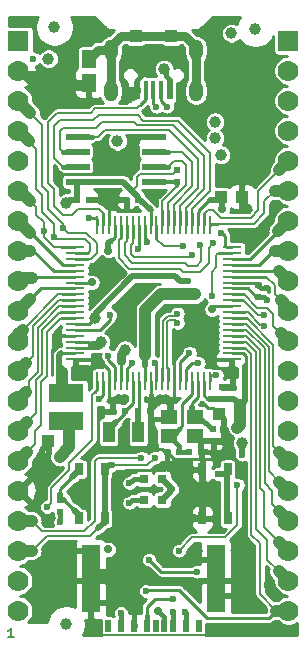
<source format=gbr>
G04 #@! TF.GenerationSoftware,KiCad,Pcbnew,5.1.0-rc2-unknown-036be7d~80~ubuntu16.04.1*
G04 #@! TF.CreationDate,2022-06-21T13:21:02+03:00*
G04 #@! TF.ProjectId,RT1010Py_Rev.C,52543130-3130-4507-995f-5265762e432e,C*
G04 #@! TF.SameCoordinates,Original*
G04 #@! TF.FileFunction,Copper,L1,Top*
G04 #@! TF.FilePolarity,Positive*
%FSLAX46Y46*%
G04 Gerber Fmt 4.6, Leading zero omitted, Abs format (unit mm)*
G04 Created by KiCad (PCBNEW 5.1.0-rc2-unknown-036be7d~80~ubuntu16.04.1) date 2022-06-21 13:21:02*
%MOMM*%
%LPD*%
G04 APERTURE LIST*
%ADD10C,0.190500*%
%ADD11C,1.778000*%
%ADD12R,1.778000X1.778000*%
%ADD13R,1.650000X0.250000*%
%ADD14R,0.250000X1.650000*%
%ADD15R,0.500000X1.000000*%
%ADD16R,1.500000X1.200000*%
%ADD17R,1.500000X4.500000*%
%ADD18R,0.650000X1.050000*%
%ADD19R,0.800000X0.800000*%
%ADD20R,1.016000X1.016000*%
%ADD21R,0.550000X0.500000*%
%ADD22R,0.500000X0.550000*%
%ADD23R,1.000000X1.800000*%
%ADD24R,2.000000X0.600000*%
%ADD25R,1.400000X1.200000*%
%ADD26C,1.000000*%
%ADD27R,3.000000X1.600000*%
%ADD28R,1.270000X1.524000*%
%ADD29O,1.200000X1.800000*%
%ADD30R,1.100000X1.000000*%
%ADD31R,0.500000X1.650000*%
%ADD32R,0.325000X1.650000*%
%ADD33C,0.700000*%
%ADD34C,0.600000*%
%ADD35C,0.406400*%
%ADD36C,0.254000*%
%ADD37C,0.508000*%
%ADD38C,0.762000*%
%ADD39C,0.250000*%
%ADD40C,0.177800*%
%ADD41C,1.016000*%
%ADD42C,0.200000*%
%ADD43C,0.457200*%
%ADD44C,0.304800*%
%ADD45C,0.203200*%
G04 APERTURE END LIST*
D10*
X139282714Y-114009714D02*
X138847285Y-114009714D01*
X139065000Y-114009714D02*
X139065000Y-113247714D01*
X138992428Y-113356571D01*
X138919857Y-113429142D01*
X138847285Y-113465428D01*
D11*
X139700000Y-71120000D03*
X139700000Y-68580000D03*
X139700000Y-66040000D03*
D12*
X139700000Y-63500000D03*
D11*
X139700000Y-73660000D03*
X139700000Y-76200000D03*
X139700000Y-81280000D03*
X139700000Y-78740000D03*
X139700000Y-83820000D03*
X139700000Y-86360000D03*
X139700000Y-91440000D03*
X139700000Y-88900000D03*
X139700000Y-93980000D03*
X139700000Y-96520000D03*
X139700000Y-101600000D03*
X139700000Y-99060000D03*
X139700000Y-109220000D03*
X139700000Y-111760000D03*
X139700000Y-106680000D03*
X139700000Y-104140000D03*
D13*
X144504518Y-80975000D03*
X144504518Y-81475000D03*
X144504518Y-81975000D03*
X144504518Y-82475000D03*
X144504518Y-88475000D03*
X144504518Y-88975000D03*
X144504518Y-89475000D03*
X144504518Y-89975000D03*
X144504518Y-90475000D03*
X157755482Y-90475000D03*
X157755482Y-89975000D03*
X157755482Y-89475000D03*
X157755482Y-88975000D03*
X157755482Y-88475000D03*
X157755482Y-87975000D03*
X157755482Y-87475000D03*
X157755482Y-86975000D03*
X157755482Y-86475000D03*
X157755482Y-85975000D03*
X157755482Y-85475000D03*
X157755482Y-84975000D03*
X157755482Y-84475000D03*
X157755482Y-83975000D03*
X157755482Y-83475000D03*
X157755482Y-82975000D03*
X157755482Y-82475000D03*
X157755482Y-81975000D03*
X157755482Y-81475000D03*
X157755482Y-80975000D03*
D14*
X146380000Y-92350482D03*
X146880000Y-92350482D03*
X147380000Y-92350482D03*
X147880000Y-92350482D03*
X148380000Y-92350482D03*
X148880000Y-92350482D03*
X149380000Y-92350482D03*
X149880000Y-92350482D03*
X150380000Y-92350482D03*
X150880000Y-92350482D03*
X151380000Y-92350482D03*
X151880000Y-92350482D03*
X152380000Y-92350482D03*
X152880000Y-92350482D03*
X153380000Y-92350482D03*
X153880000Y-92350482D03*
X154380000Y-92350482D03*
X154880000Y-92350482D03*
X155380000Y-92350482D03*
X155880000Y-92350482D03*
X155880000Y-79099518D03*
X155380000Y-79099518D03*
X154880000Y-79099518D03*
X154380000Y-79099518D03*
X153880000Y-79099518D03*
X153380000Y-79099518D03*
X152880000Y-79099518D03*
X152380000Y-79099518D03*
X151880000Y-79099518D03*
X151380000Y-79099518D03*
X150880000Y-79099518D03*
X150380000Y-79099518D03*
X149880000Y-79099518D03*
X149380000Y-79099518D03*
X148880000Y-79099518D03*
X148380000Y-79099518D03*
X147880000Y-79099518D03*
X147380000Y-79099518D03*
X146880000Y-79099518D03*
X146380000Y-79099518D03*
D13*
X144504518Y-83475000D03*
X144504518Y-83975000D03*
X144504518Y-84475000D03*
X144504518Y-84975000D03*
X144504518Y-85475000D03*
X144504518Y-85975000D03*
X144504518Y-86475000D03*
X144504518Y-86975000D03*
X144504518Y-87475000D03*
X144504518Y-87975000D03*
X144504518Y-82975000D03*
D15*
X147280000Y-113028000D03*
X148380000Y-113028000D03*
X149480000Y-113028000D03*
X150580000Y-113028000D03*
X151330000Y-113028000D03*
X152030000Y-113028000D03*
X152780000Y-113028000D03*
X153880000Y-113028000D03*
X154980000Y-113028000D03*
D16*
X156430000Y-111278000D03*
X145830000Y-111278000D03*
X156430000Y-106828000D03*
X145830000Y-106828000D03*
D17*
X145830000Y-109228000D03*
X156430000Y-109228000D03*
D18*
X146998000Y-99779000D03*
X146998000Y-103929000D03*
X144848000Y-99779000D03*
X144848000Y-103929000D03*
D19*
X150368000Y-100584000D03*
X151892000Y-100584000D03*
D11*
X162560000Y-71120000D03*
X162560000Y-68580000D03*
X162560000Y-66040000D03*
D12*
X162560000Y-63500000D03*
D11*
X162560000Y-73660000D03*
X162560000Y-76200000D03*
X162560000Y-81280000D03*
X162560000Y-78740000D03*
X162560000Y-83820000D03*
X162560000Y-86360000D03*
X162560000Y-91440000D03*
X162560000Y-88900000D03*
X162560000Y-93980000D03*
X162560000Y-96520000D03*
X162560000Y-101600000D03*
X162560000Y-99060000D03*
X162560000Y-109220000D03*
X162560000Y-111760000D03*
X162560000Y-106680000D03*
X162560000Y-104140000D03*
D20*
X142240000Y-97409000D03*
X144018000Y-97409000D03*
X158623000Y-76708000D03*
X156845000Y-76708000D03*
X156718000Y-95123000D03*
X158496000Y-95123000D03*
D21*
X156210000Y-96393000D03*
X156210000Y-97409000D03*
D22*
X153289000Y-98298000D03*
X152273000Y-98298000D03*
X150876000Y-94869000D03*
X149860000Y-94869000D03*
X147701000Y-94869000D03*
X148717000Y-94869000D03*
D21*
X160020000Y-84201000D03*
X160020000Y-85217000D03*
D22*
X148844000Y-76962000D03*
X149860000Y-76962000D03*
D21*
X156972000Y-92837000D03*
X156972000Y-93853000D03*
D22*
X157861000Y-92837000D03*
X158877000Y-92837000D03*
X145669000Y-76962000D03*
X144653000Y-76962000D03*
X155194000Y-98298000D03*
X154178000Y-98298000D03*
D21*
X143256000Y-102362000D03*
X143256000Y-103378000D03*
X153162000Y-75438000D03*
X153162000Y-74422000D03*
D19*
X150368000Y-102362000D03*
X151892000Y-102362000D03*
D18*
X155262000Y-103929000D03*
X155262000Y-99779000D03*
X157412000Y-103929000D03*
X157412000Y-99779000D03*
D23*
X149840000Y-96647000D03*
X147340000Y-96647000D03*
D24*
X144720000Y-75438000D03*
X144720000Y-74168000D03*
X144720000Y-72898000D03*
X144720000Y-71628000D03*
X151190000Y-71628000D03*
X151190000Y-72898000D03*
X151190000Y-74168000D03*
X151190000Y-75438000D03*
D25*
X154643000Y-96939000D03*
X152443000Y-95339000D03*
X152443000Y-96939000D03*
X154643000Y-95339000D03*
D26*
X158623000Y-97536000D03*
D27*
X143764000Y-93288000D03*
X143764000Y-95688000D03*
D26*
X143764000Y-112903000D03*
X159766000Y-62484000D03*
D28*
X145669000Y-67056000D03*
X145669000Y-65024000D03*
D26*
X142748000Y-62357000D03*
D29*
X147530000Y-64266000D03*
X147530000Y-67736000D03*
X154730000Y-67736000D03*
X154730000Y-64266000D03*
D30*
X149630000Y-63116000D03*
X152630000Y-63116000D03*
D31*
X149742500Y-67666000D03*
D32*
X150480000Y-67666000D03*
X151130000Y-67666000D03*
X151780000Y-67666000D03*
D31*
X152517500Y-67666000D03*
D33*
X144018000Y-109728000D03*
D26*
X149479000Y-72136000D03*
D33*
X155067000Y-107442000D03*
D26*
X144272000Y-67310000D03*
X147828000Y-76454000D03*
D34*
X160782000Y-84455000D03*
D33*
X156083000Y-87503000D03*
D26*
X148971000Y-68326000D03*
X150241000Y-65913000D03*
X160020000Y-67564000D03*
X158877000Y-67564000D03*
D34*
X146431000Y-62865000D03*
X156210000Y-62103000D03*
D26*
X157353000Y-97409000D03*
X157734000Y-91694000D03*
D34*
X143002000Y-75184000D03*
X143103600Y-88138000D03*
X143103600Y-89027000D03*
D33*
X145542000Y-91313000D03*
X144526000Y-91313000D03*
X152654000Y-94107000D03*
X151511000Y-94107000D03*
D26*
X147193000Y-84074000D03*
D34*
X148463000Y-93980000D03*
X147574000Y-93980000D03*
X150749000Y-84328000D03*
X154305000Y-86995000D03*
D26*
X141732000Y-98933000D03*
D33*
X145669000Y-98552000D03*
D26*
X154940000Y-102235000D03*
D34*
X160782000Y-109601000D03*
X157099000Y-113411000D03*
D33*
X154051000Y-107442000D03*
X149733000Y-111760000D03*
X158623000Y-105156000D03*
D34*
X146050000Y-113284000D03*
D33*
X146939000Y-108585000D03*
D34*
X162560000Y-113411000D03*
D33*
X144018000Y-107315000D03*
D34*
X159258000Y-81153000D03*
X150749000Y-76454000D03*
D33*
X157988000Y-110490000D03*
X145161000Y-101981000D03*
X148717000Y-104140000D03*
X154559000Y-103886000D03*
D34*
X139192000Y-61722000D03*
D33*
X159105600Y-77698600D03*
D34*
X160782000Y-85471000D03*
X154051000Y-83820000D03*
D26*
X146177000Y-86995000D03*
D33*
X147320000Y-81280000D03*
D26*
X143192500Y-98742500D03*
X157734000Y-62865000D03*
X156845000Y-73152000D03*
X154686000Y-84963000D03*
D34*
X154178000Y-89916000D03*
X149352000Y-90805000D03*
X156464000Y-91821000D03*
X151257000Y-90805000D03*
D26*
X156337000Y-70358000D03*
X142240000Y-65024000D03*
X148082000Y-72009000D03*
X156337000Y-71755000D03*
X148717000Y-89662000D03*
D34*
X147447000Y-86741000D03*
X142113000Y-102997000D03*
X146558000Y-93853000D03*
X142748000Y-80137000D03*
X143510000Y-79375000D03*
X150622000Y-80518000D03*
X151257000Y-98806000D03*
X153670000Y-80899000D03*
X154432000Y-81661000D03*
X155067000Y-80772000D03*
X156210000Y-80645000D03*
X160528000Y-86741000D03*
X160528000Y-87630000D03*
X152781000Y-111887000D03*
X148386800Y-111963200D03*
X154813000Y-108458000D03*
X150749000Y-107442000D03*
X150495000Y-110109000D03*
X152781000Y-110744000D03*
D26*
X152019000Y-65913000D03*
D34*
X156083000Y-85090000D03*
X158242000Y-101092000D03*
X153797000Y-111887000D03*
X153289000Y-106680000D03*
X156845000Y-79756000D03*
X147320000Y-90170000D03*
X154940000Y-90805000D03*
X158623000Y-98552000D03*
X152273000Y-69088000D03*
X153162000Y-86606100D03*
X151384000Y-69088000D03*
X153162000Y-87383900D03*
X156591000Y-100203000D03*
X141859000Y-79629000D03*
X149860000Y-81153000D03*
X150114000Y-98806000D03*
X149098000Y-100965000D03*
X149098000Y-102616000D03*
X145669000Y-78486000D03*
X140970000Y-65024000D03*
D26*
X143764000Y-77216000D03*
D33*
X156972000Y-77724000D03*
X156083000Y-86233000D03*
D26*
X146685000Y-89027000D03*
D33*
X145923000Y-83947000D03*
D26*
X158242000Y-96266000D03*
D34*
X143256000Y-104267000D03*
D33*
X152654000Y-101473000D03*
X147320000Y-106553000D03*
X151511000Y-111760000D03*
D35*
X147320000Y-76962000D02*
X145669000Y-76962000D01*
X147828000Y-76454000D02*
X147320000Y-76962000D01*
D36*
X147380000Y-76902000D02*
X147380000Y-79099518D01*
X147828000Y-76454000D02*
X147380000Y-76902000D01*
D35*
X147828000Y-76454000D02*
X148336000Y-76962000D01*
X148336000Y-76962000D02*
X148844000Y-76962000D01*
D37*
X149987000Y-71628000D02*
X149479000Y-72136000D01*
X151190000Y-71628000D02*
X149987000Y-71628000D01*
D36*
X159893000Y-84201000D02*
X160020000Y-84201000D01*
X159667000Y-83975000D02*
X159893000Y-84201000D01*
X157755482Y-83975000D02*
X159667000Y-83975000D01*
D35*
X160274000Y-84455000D02*
X160020000Y-84201000D01*
X160782000Y-84455000D02*
X160274000Y-84455000D01*
D37*
X149479000Y-68326000D02*
X148971000Y-68326000D01*
X149742500Y-68062500D02*
X149479000Y-68326000D01*
X149742500Y-67666000D02*
X149742500Y-68062500D01*
X149631000Y-67666000D02*
X148971000Y-68326000D01*
X149742500Y-67666000D02*
X149631000Y-67666000D01*
D35*
X150241000Y-66243200D02*
X150241000Y-65913000D01*
X150241000Y-66306970D02*
X150241000Y-66243200D01*
X149742500Y-66805470D02*
X150241000Y-66306970D01*
X149742500Y-67666000D02*
X149742500Y-66805470D01*
D38*
X144272000Y-67310000D02*
X145415000Y-67310000D01*
X145415000Y-67310000D02*
X145669000Y-67056000D01*
D36*
X157755482Y-91672518D02*
X157755482Y-90475000D01*
X157734000Y-91694000D02*
X157755482Y-91672518D01*
D37*
X156972000Y-92837000D02*
X157861000Y-92837000D01*
X157734000Y-91694000D02*
X157861000Y-91821000D01*
X157861000Y-91821000D02*
X157861000Y-92837000D01*
D36*
X144504518Y-88475000D02*
X143173000Y-88475000D01*
D37*
X143103600Y-88544400D02*
X143103600Y-89027000D01*
D35*
X143173000Y-88475000D02*
X143103600Y-88544400D01*
D37*
X143103600Y-88138000D02*
X143103600Y-88544400D01*
D36*
X143103600Y-89027000D02*
X142519400Y-89611200D01*
X142519400Y-89611200D02*
X142519400Y-91821000D01*
D39*
X144526000Y-90496482D02*
X144504518Y-90475000D01*
X144526000Y-91313000D02*
X144526000Y-90496482D01*
D38*
X145542000Y-91313000D02*
X144526000Y-91313000D01*
D36*
X147380000Y-92350482D02*
X147380000Y-91373000D01*
X147380000Y-91373000D02*
X146939000Y-90932000D01*
X146939000Y-90932000D02*
X146558000Y-90932000D01*
X147574000Y-93980000D02*
X147380000Y-93786000D01*
X147380000Y-93786000D02*
X147380000Y-92350482D01*
D37*
X148463000Y-93980000D02*
X147574000Y-93980000D01*
X147701000Y-94107000D02*
X147574000Y-93980000D01*
X147701000Y-94869000D02*
X147701000Y-94107000D01*
D36*
X152880000Y-93881000D02*
X152654000Y-94107000D01*
X152880000Y-92350482D02*
X152880000Y-93881000D01*
X150880000Y-92350482D02*
X150880000Y-93476000D01*
X150876000Y-95504000D02*
X150876000Y-94869000D01*
X147701000Y-94869000D02*
X146939000Y-94869000D01*
X146939000Y-94869000D02*
X146431000Y-95377000D01*
X146431000Y-95377000D02*
X146431000Y-97917000D01*
X146431000Y-97917000D02*
X150876000Y-97917000D01*
D37*
X152654000Y-95128000D02*
X152654000Y-94107000D01*
X152443000Y-95339000D02*
X152654000Y-95128000D01*
X150876000Y-94742000D02*
X151511000Y-94107000D01*
X150876000Y-94869000D02*
X150876000Y-94742000D01*
D36*
X151003000Y-98044000D02*
X150876000Y-97917000D01*
X151892000Y-98044000D02*
X151003000Y-98044000D01*
X152146000Y-98298000D02*
X151892000Y-98044000D01*
X152273000Y-98298000D02*
X152146000Y-98298000D01*
D37*
X154643000Y-96939000D02*
X155113000Y-97409000D01*
X155113000Y-97409000D02*
X156210000Y-97409000D01*
X155194000Y-98298000D02*
X155194000Y-97459800D01*
X155194000Y-97459800D02*
X155244800Y-97409000D01*
D36*
X155771057Y-94615000D02*
X155269625Y-94113568D01*
X156210000Y-94615000D02*
X155771057Y-94615000D01*
X156718000Y-95123000D02*
X156210000Y-94615000D01*
X152908000Y-98933000D02*
X156083000Y-98933000D01*
X152273000Y-98298000D02*
X152908000Y-98933000D01*
D37*
X157092510Y-97148510D02*
X157353000Y-97409000D01*
X157092510Y-95497510D02*
X157092510Y-97148510D01*
X156718000Y-95123000D02*
X157092510Y-95497510D01*
X156210000Y-97409000D02*
X157353000Y-97409000D01*
D35*
X151257000Y-94107000D02*
X151511000Y-94107000D01*
X150880000Y-93730000D02*
X151257000Y-94107000D01*
X150880000Y-93476000D02*
X150880000Y-93730000D01*
D36*
X152880000Y-89944000D02*
X153416000Y-89408000D01*
X152880000Y-92350482D02*
X152880000Y-89944000D01*
D37*
X142240000Y-97663000D02*
X142240000Y-97409000D01*
X141732000Y-98171000D02*
X142240000Y-97663000D01*
X141732000Y-98933000D02*
X141732000Y-98171000D01*
X154940000Y-102235000D02*
X155262000Y-102557000D01*
X155262000Y-102557000D02*
X155262000Y-103929000D01*
X155262000Y-101913000D02*
X155262000Y-99779000D01*
X154940000Y-102235000D02*
X155262000Y-101913000D01*
X155816000Y-107442000D02*
X155067000Y-107442000D01*
X156430000Y-106828000D02*
X155816000Y-107442000D01*
X155067000Y-107442000D02*
X154051000Y-107442000D01*
X145830000Y-107984000D02*
X145830000Y-106828000D01*
X146431000Y-108585000D02*
X145830000Y-107984000D01*
D38*
X146939000Y-108585000D02*
X146431000Y-108585000D01*
D37*
X145830000Y-109228000D02*
X145830000Y-107095000D01*
X145830000Y-107095000D02*
X145415000Y-106680000D01*
X145415000Y-106680000D02*
X143891000Y-106680000D01*
X145830000Y-109228000D02*
X145830000Y-111091000D01*
X145830000Y-111091000D02*
X145864000Y-111125000D01*
X145864000Y-111125000D02*
X147701000Y-111125000D01*
D35*
X149480000Y-112013000D02*
X149733000Y-111760000D01*
X149480000Y-113028000D02*
X149480000Y-112013000D01*
D36*
X152908000Y-98933000D02*
X151993600Y-99847400D01*
X151993600Y-99847400D02*
X148844000Y-99847400D01*
X148844000Y-99847400D02*
X148513800Y-100177600D01*
D40*
X146050000Y-113284000D02*
X146583400Y-113817400D01*
X146583400Y-113817400D02*
X155575000Y-113817400D01*
X155575000Y-113817400D02*
X155727400Y-113665000D01*
D37*
X156430000Y-110075000D02*
X156430000Y-109228000D01*
X156845000Y-110490000D02*
X156430000Y-110075000D01*
X157988000Y-110490000D02*
X156845000Y-110490000D01*
X155219000Y-103886000D02*
X154559000Y-103886000D01*
X155262000Y-103929000D02*
X155219000Y-103886000D01*
D38*
X140081000Y-66421000D02*
X141351000Y-66421000D01*
X139700000Y-66040000D02*
X140081000Y-66421000D01*
D36*
X143002000Y-75184000D02*
X143383000Y-74803000D01*
X143383000Y-74803000D02*
X146177000Y-74803000D01*
D37*
X158877000Y-76962000D02*
X158623000Y-76708000D01*
X158877000Y-77470000D02*
X158877000Y-76962000D01*
X159105600Y-77698600D02*
X158877000Y-77470000D01*
D36*
X157734000Y-91694000D02*
X157480000Y-91694000D01*
X157480000Y-91694000D02*
X156972000Y-91186000D01*
X156972000Y-91186000D02*
X156210000Y-91186000D01*
X150876000Y-97917000D02*
X150876000Y-95504000D01*
D35*
X152278000Y-95504000D02*
X150876000Y-95504000D01*
X152443000Y-95339000D02*
X152278000Y-95504000D01*
D36*
X159844332Y-85217000D02*
X160020000Y-85217000D01*
X159102332Y-84475000D02*
X159844332Y-85217000D01*
X157755482Y-84475000D02*
X159102332Y-84475000D01*
D35*
X160782000Y-85471000D02*
X160528000Y-85217000D01*
X160528000Y-85217000D02*
X160020000Y-85217000D01*
D39*
X144507118Y-87477600D02*
X144504518Y-87475000D01*
X145694400Y-87477600D02*
X144507118Y-87477600D01*
X146177000Y-86995000D02*
X145694400Y-87477600D01*
D41*
X143764000Y-95688000D02*
X144018000Y-95942000D01*
X144018000Y-95942000D02*
X144018000Y-97409000D01*
D39*
X147880000Y-80085000D02*
X147880000Y-79099518D01*
D37*
X147320000Y-80645000D02*
X147510500Y-80454500D01*
X147320000Y-81280000D02*
X147320000Y-80645000D01*
D39*
X147510500Y-80454500D02*
X147880000Y-80085000D01*
D37*
X146177000Y-86614000D02*
X146177000Y-86995000D01*
X153357091Y-83820000D02*
X152976091Y-83439000D01*
X152976091Y-83439000D02*
X149352000Y-83439000D01*
X154051000Y-83820000D02*
X153357091Y-83820000D01*
X149352000Y-83439000D02*
X146177000Y-86614000D01*
D41*
X143192500Y-98742500D02*
X144018000Y-97917000D01*
X144018000Y-97917000D02*
X144018000Y-97409000D01*
D37*
X150380000Y-91047000D02*
X150380000Y-90158000D01*
D39*
X150380000Y-91047000D02*
X150380000Y-92350482D01*
D37*
X150380000Y-90158000D02*
X150430419Y-90107581D01*
D41*
X151730488Y-84963000D02*
X154686000Y-84963000D01*
X150430419Y-86263069D02*
X151730488Y-84963000D01*
X150430419Y-90107581D02*
X150430419Y-86263069D01*
D36*
X154178000Y-89916000D02*
X153380000Y-90714000D01*
X153380000Y-90714000D02*
X153380000Y-92350482D01*
X148880000Y-91277000D02*
X148880000Y-92350482D01*
X149352000Y-90805000D02*
X148880000Y-91277000D01*
X155880000Y-91897000D02*
X155880000Y-92350482D01*
X155956000Y-91821000D02*
X155880000Y-91897000D01*
X156464000Y-91821000D02*
X155956000Y-91821000D01*
X151380000Y-90928000D02*
X151257000Y-90805000D01*
X151380000Y-92350482D02*
X151380000Y-90928000D01*
X148717000Y-94996000D02*
X147955000Y-95758000D01*
X148717000Y-94869000D02*
X148717000Y-94996000D01*
D37*
X147340000Y-96373000D02*
X147955000Y-95758000D01*
X147340000Y-96647000D02*
X147340000Y-96373000D01*
D36*
X149380000Y-94206000D02*
X148717000Y-94869000D01*
X149380000Y-92350482D02*
X149380000Y-94206000D01*
X149880000Y-92350482D02*
X149880000Y-94849000D01*
X149880000Y-94849000D02*
X149860000Y-94869000D01*
D37*
X149840000Y-96647000D02*
X149860000Y-96627000D01*
X149860000Y-96627000D02*
X149860000Y-94869000D01*
D38*
X148380000Y-89999000D02*
X148717000Y-89662000D01*
X148380000Y-90595000D02*
X148380000Y-89999000D01*
D36*
X148380000Y-90595000D02*
X148380000Y-92350482D01*
D39*
X146594000Y-87975000D02*
X144504518Y-87975000D01*
X147447000Y-87122000D02*
X146594000Y-87975000D01*
X147447000Y-86741000D02*
X147447000Y-87122000D01*
D35*
X153289000Y-98298000D02*
X154178000Y-98298000D01*
X152443000Y-96939000D02*
X153289000Y-97785000D01*
X153289000Y-97785000D02*
X153289000Y-98298000D01*
X152443000Y-96939000D02*
X152743000Y-96939000D01*
X152743000Y-96939000D02*
X153289000Y-96393000D01*
D36*
X154380000Y-93397000D02*
X154380000Y-92350482D01*
X153543000Y-96139000D02*
X153543000Y-94234000D01*
X153543000Y-94234000D02*
X154380000Y-93397000D01*
X153289000Y-96393000D02*
X153543000Y-96139000D01*
D35*
X155020316Y-95339000D02*
X156074316Y-96393000D01*
X156074316Y-96393000D02*
X156210000Y-96393000D01*
X154643000Y-95339000D02*
X155020316Y-95339000D01*
D36*
X154364193Y-94174807D02*
X154364193Y-94554134D01*
X154880000Y-93659000D02*
X154364193Y-94174807D01*
X154880000Y-92350482D02*
X154880000Y-93659000D01*
D37*
X154364193Y-95060193D02*
X154364193Y-94554134D01*
X154643000Y-95339000D02*
X154364193Y-95060193D01*
D36*
X146380000Y-93015000D02*
X146177000Y-93218000D01*
X146380000Y-92350482D02*
X146380000Y-93015000D01*
D40*
X145923000Y-93472000D02*
X146177000Y-93218000D01*
X142113000Y-102997000D02*
X142494000Y-102616000D01*
X145923000Y-97282000D02*
X145923000Y-93472000D01*
X143954500Y-99885500D02*
X142494000Y-101346000D01*
X143954500Y-99250500D02*
X143954500Y-99885500D01*
X143954500Y-99250500D02*
X145923000Y-97282000D01*
X142494000Y-102616000D02*
X142494000Y-101346000D01*
D41*
X139700000Y-83820000D02*
X139954000Y-83566000D01*
X139954000Y-83566000D02*
X140843000Y-83566000D01*
D36*
X140934000Y-83475000D02*
X140843000Y-83566000D01*
X144504518Y-83475000D02*
X140934000Y-83475000D01*
D41*
X139700000Y-81280000D02*
X140716000Y-81280000D01*
D36*
X142665000Y-82975000D02*
X144504518Y-82975000D01*
X140970000Y-81280000D02*
X142665000Y-82975000D01*
X140716000Y-81280000D02*
X140970000Y-81280000D01*
D41*
X139700000Y-78740000D02*
X140716000Y-79756000D01*
D42*
X140843000Y-79883000D02*
X140716000Y-79756000D01*
D36*
X141605000Y-80645000D02*
X140843000Y-79883000D01*
X143435000Y-82475000D02*
X141605000Y-80645000D01*
X144504518Y-82475000D02*
X143435000Y-82475000D01*
D41*
X139700000Y-86360000D02*
X140652500Y-85407500D01*
D36*
X141585000Y-84475000D02*
X140652500Y-85407500D01*
X144504518Y-84475000D02*
X141585000Y-84475000D01*
D41*
X139700000Y-88315800D02*
X140042900Y-87972900D01*
X139700000Y-88900000D02*
X139700000Y-88315800D01*
D40*
X143040800Y-84975000D02*
X140042900Y-87972900D01*
D36*
X144504518Y-84975000D02*
X143395000Y-84975000D01*
D40*
X143395000Y-84975000D02*
X143040800Y-84975000D01*
D36*
X144504518Y-85975000D02*
X143387000Y-85975000D01*
D41*
X139700000Y-93980000D02*
X139700000Y-93853000D01*
X139700000Y-93853000D02*
X140335000Y-93218000D01*
D40*
X143161761Y-85975000D02*
X143387000Y-85975000D01*
X141351000Y-87785761D02*
X143161761Y-85975000D01*
X140335000Y-93218000D02*
X140589000Y-92964000D01*
X140589000Y-92964000D02*
X140589000Y-92329000D01*
X140589000Y-92329000D02*
X141351000Y-91567000D01*
X141351000Y-91567000D02*
X141351000Y-87785761D01*
X140970000Y-87614730D02*
X140970000Y-90170000D01*
X143109730Y-85475000D02*
X140970000Y-87614730D01*
D41*
X139700000Y-91440000D02*
X140335000Y-90805000D01*
D40*
X140335000Y-90805000D02*
X140970000Y-90170000D01*
D36*
X144504518Y-85475000D02*
X143379000Y-85475000D01*
D40*
X143379000Y-85475000D02*
X143109730Y-85475000D01*
D36*
X144504518Y-86475000D02*
X143250533Y-86475000D01*
D41*
X139700000Y-96520000D02*
X140462000Y-95758000D01*
D40*
X141732000Y-87993533D02*
X143250533Y-86475000D01*
X140462000Y-95758000D02*
X141224000Y-94996000D01*
X141224000Y-94996000D02*
X141224000Y-92227977D01*
X141224000Y-92227977D02*
X141732000Y-91719977D01*
X141732000Y-91719977D02*
X141732000Y-87993533D01*
D36*
X144504518Y-86975000D02*
X143328280Y-86975000D01*
D41*
X139700000Y-99060000D02*
X140462000Y-98298000D01*
D40*
X142113000Y-88190280D02*
X143328280Y-86975000D01*
X142113000Y-91875515D02*
X142113000Y-88190280D01*
X141605000Y-92383515D02*
X142113000Y-91875515D01*
X140462000Y-98298000D02*
X141097000Y-97663000D01*
X141097000Y-96520000D02*
X141605000Y-96012000D01*
X141097000Y-97663000D02*
X141097000Y-96520000D01*
X141605000Y-96012000D02*
X141605000Y-92383515D01*
D36*
X146880000Y-93531000D02*
X146880000Y-92350482D01*
X146558000Y-93853000D02*
X146880000Y-93531000D01*
D41*
X139700000Y-71120000D02*
X140589000Y-72009000D01*
D40*
X141224000Y-72644000D02*
X140589000Y-72009000D01*
X142748000Y-80137000D02*
X142748000Y-78994000D01*
X142748000Y-78994000D02*
X141732000Y-77978000D01*
X141732000Y-77978000D02*
X141732000Y-76581000D01*
X141224000Y-76073000D02*
X141224000Y-72644000D01*
X141732000Y-76581000D02*
X141224000Y-76073000D01*
D36*
X144504518Y-81475000D02*
X145601000Y-81475000D01*
D40*
X142875000Y-80264000D02*
X142748000Y-80137000D01*
X145601000Y-81475000D02*
X145796000Y-81280000D01*
X145796000Y-81280000D02*
X145796000Y-80723417D01*
X145796000Y-80723417D02*
X145336583Y-80264000D01*
X145336583Y-80264000D02*
X142875000Y-80264000D01*
D41*
X139700000Y-68580000D02*
X140716000Y-69596000D01*
D40*
X141732000Y-70612000D02*
X140716000Y-69596000D01*
X141732000Y-75819000D02*
X141732000Y-70612000D01*
X143510000Y-79375000D02*
X143510000Y-78994000D01*
X142240000Y-76327000D02*
X141732000Y-75819000D01*
X143510000Y-78994000D02*
X142240000Y-77724000D01*
X142240000Y-77724000D02*
X142240000Y-76327000D01*
D36*
X144504518Y-81975000D02*
X145609000Y-81975000D01*
D40*
X143891000Y-79756000D02*
X143510000Y-79375000D01*
X145454882Y-79756000D02*
X143891000Y-79756000D01*
X145609000Y-81975000D02*
X145863000Y-81975000D01*
X145863000Y-81975000D02*
X146341319Y-81496681D01*
X146341319Y-81496681D02*
X146341319Y-80642437D01*
X146341319Y-80642437D02*
X145454882Y-79756000D01*
D36*
X150622000Y-80391000D02*
X150380000Y-80149000D01*
X150622000Y-80518000D02*
X150622000Y-80391000D01*
X150380000Y-80149000D02*
X150380000Y-79099518D01*
D37*
X146998000Y-103929000D02*
X146998000Y-101541000D01*
X146998000Y-99779000D02*
X146998000Y-101541000D01*
X146998000Y-104208000D02*
X146431000Y-104775000D01*
X146998000Y-103929000D02*
X146998000Y-104208000D01*
D41*
X139700000Y-106680000D02*
X140843000Y-106680000D01*
D40*
X145796000Y-105410000D02*
X146431000Y-104775000D01*
X142113000Y-105410000D02*
X145796000Y-105410000D01*
X140843000Y-106680000D02*
X142113000Y-105410000D01*
D37*
X146998000Y-99779000D02*
X147336000Y-99441000D01*
X147336000Y-99441000D02*
X147701000Y-99441000D01*
D40*
X150622000Y-99441000D02*
X147701000Y-99441000D01*
X151257000Y-98806000D02*
X150622000Y-99441000D01*
D36*
X151380000Y-79099518D02*
X151380000Y-80260000D01*
D40*
X152019000Y-80899000D02*
X151380000Y-80260000D01*
X153670000Y-80899000D02*
X152019000Y-80899000D01*
D36*
X149380000Y-79099518D02*
X149380000Y-80165000D01*
D40*
X149380000Y-80617000D02*
X149380000Y-80165000D01*
X149225000Y-80772000D02*
X149380000Y-80617000D01*
X154432000Y-81661000D02*
X154305000Y-81788000D01*
X154305000Y-81788000D02*
X149479000Y-81788000D01*
X149479000Y-81788000D02*
X149225000Y-81534000D01*
X149225000Y-81534000D02*
X149225000Y-80772000D01*
D42*
X162560000Y-66040000D02*
X162560000Y-66294000D01*
D36*
X148880000Y-79099518D02*
X148880000Y-80173000D01*
D40*
X155194000Y-80899000D02*
X155067000Y-80772000D01*
X154813000Y-82550000D02*
X155194000Y-82169000D01*
X154051000Y-82550000D02*
X154813000Y-82550000D01*
X155194000Y-82169000D02*
X155194000Y-80899000D01*
X153797000Y-82296000D02*
X154051000Y-82550000D01*
X149352000Y-82296000D02*
X153797000Y-82296000D01*
X148880000Y-80482000D02*
X148717000Y-80645000D01*
X148717000Y-80645000D02*
X148717000Y-81661000D01*
X148880000Y-80173000D02*
X148880000Y-80482000D01*
X148717000Y-81661000D02*
X149352000Y-82296000D01*
D42*
X162560000Y-63500000D02*
X162560000Y-64135000D01*
D36*
X148380000Y-79099518D02*
X148380000Y-80220000D01*
D40*
X148209000Y-80391000D02*
X148380000Y-80220000D01*
X149098000Y-82804000D02*
X148209000Y-81915000D01*
X153416000Y-82804000D02*
X149098000Y-82804000D01*
X153670000Y-83058000D02*
X153416000Y-82804000D01*
X148209000Y-81915000D02*
X148209000Y-80391000D01*
X155829000Y-81026000D02*
X155829000Y-82296000D01*
X155067000Y-83058000D02*
X153670000Y-83058000D01*
X156210000Y-80645000D02*
X155829000Y-81026000D01*
X155829000Y-82296000D02*
X155067000Y-83058000D01*
D36*
X155380000Y-79099518D02*
X155380000Y-78198400D01*
D41*
X162560000Y-73660000D02*
X161798000Y-74422000D01*
D40*
X160020000Y-76200000D02*
X161798000Y-74422000D01*
X160020000Y-77851000D02*
X160020000Y-76200000D01*
X159385000Y-78486000D02*
X160020000Y-77851000D01*
X155727400Y-77851000D02*
X156210000Y-77851000D01*
X155380000Y-78198400D02*
X155727400Y-77851000D01*
X156845000Y-78486000D02*
X159385000Y-78486000D01*
X156210000Y-77851000D02*
X156845000Y-78486000D01*
D36*
X155880000Y-79099518D02*
X155985518Y-78994000D01*
X155985518Y-78994000D02*
X156591000Y-78994000D01*
D41*
X162560000Y-76200000D02*
X161417000Y-76200000D01*
D40*
X161417000Y-76200000D02*
X160528000Y-77089000D01*
X160528000Y-77089000D02*
X160528000Y-78105000D01*
X159639000Y-78994000D02*
X156591000Y-78994000D01*
X160528000Y-78105000D02*
X159639000Y-78994000D01*
D41*
X162560000Y-81280000D02*
X161417000Y-81280000D01*
D36*
X160095000Y-82475000D02*
X157755482Y-82475000D01*
X161290000Y-81280000D02*
X160095000Y-82475000D01*
X161417000Y-81280000D02*
X161290000Y-81280000D01*
D41*
X162560000Y-78740000D02*
X161671000Y-79629000D01*
D42*
X161544000Y-79756000D02*
X161671000Y-79629000D01*
D36*
X159325000Y-81975000D02*
X157755482Y-81975000D01*
X161544000Y-79756000D02*
X159325000Y-81975000D01*
D41*
X162560000Y-83820000D02*
X161715000Y-82975000D01*
D36*
X157755482Y-82975000D02*
X161715000Y-82975000D01*
X157755482Y-83475000D02*
X159167000Y-83475000D01*
D41*
X162560000Y-86360000D02*
X162560000Y-86106000D01*
X162560000Y-86106000D02*
X161925000Y-85471000D01*
D40*
X161417000Y-84201000D02*
X160691000Y-83475000D01*
X161417000Y-84963000D02*
X161417000Y-84201000D01*
X161925000Y-85471000D02*
X161417000Y-84963000D01*
D36*
X159167000Y-83475000D02*
X160691000Y-83475000D01*
X157755482Y-84975000D02*
X158762000Y-84975000D01*
D41*
X162560000Y-88900000D02*
X161925000Y-88265000D01*
D40*
X159893000Y-86106000D02*
X160782000Y-86106000D01*
X161290000Y-87630000D02*
X161925000Y-88265000D01*
X158762000Y-84975000D02*
X159893000Y-86106000D01*
X161290000Y-86614000D02*
X160782000Y-86106000D01*
X161290000Y-87630000D02*
X161290000Y-86614000D01*
D36*
X157755482Y-85475000D02*
X158698229Y-85475000D01*
D40*
X159964229Y-86741000D02*
X160528000Y-86741000D01*
X158698229Y-85475000D02*
X159964229Y-86741000D01*
D36*
X157755482Y-86475000D02*
X158865000Y-86475000D01*
D40*
X160185901Y-87528400D02*
X159132501Y-86475000D01*
X160426400Y-87528400D02*
X160185901Y-87528400D01*
X159132501Y-86475000D02*
X158865000Y-86475000D01*
X160528000Y-87630000D02*
X160426400Y-87528400D01*
D36*
X157755482Y-87475000D02*
X158732759Y-87475000D01*
D40*
X159004090Y-87475000D02*
X158732759Y-87475000D01*
X160924694Y-89395604D02*
X159004090Y-87475000D01*
X160924694Y-99964694D02*
X160924694Y-89395604D01*
D41*
X162560000Y-101600000D02*
X161798000Y-100838000D01*
D40*
X161798000Y-100838000D02*
X160924694Y-99964694D01*
D35*
X152780000Y-111888000D02*
X152781000Y-111887000D01*
X152780000Y-113028000D02*
X152780000Y-111888000D01*
D36*
X157755482Y-86975000D02*
X159029970Y-86975000D01*
D41*
X162560000Y-99060000D02*
X161798000Y-98298000D01*
D40*
X161290000Y-97790000D02*
X161798000Y-98298000D01*
X161290000Y-89235030D02*
X161290000Y-97790000D01*
X159029970Y-86975000D02*
X161290000Y-89235030D01*
D35*
X148380000Y-111970000D02*
X148386800Y-111963200D01*
X148380000Y-113028000D02*
X148380000Y-111970000D01*
D36*
X157755482Y-88975000D02*
X158748800Y-88975000D01*
D41*
X162560000Y-109220000D02*
X161734500Y-108394500D01*
D40*
X160782000Y-107442000D02*
X161734500Y-108394500D01*
X158748800Y-88975000D02*
X158934563Y-88975000D01*
X160782000Y-105791000D02*
X160782000Y-107442000D01*
X159800278Y-104809278D02*
X160782000Y-105791000D01*
X158934563Y-88975000D02*
X159800278Y-89840715D01*
X159800278Y-89840715D02*
X159800278Y-104809278D01*
D36*
X151765000Y-108458000D02*
X154813000Y-108458000D01*
X150749000Y-107442000D02*
X151765000Y-108458000D01*
X157755482Y-89475000D02*
X158817000Y-89475000D01*
D41*
X162560000Y-111760000D02*
X161544000Y-111760000D01*
D40*
X160147000Y-110363000D02*
X161544000Y-111760000D01*
X160147000Y-106045000D02*
X160147000Y-110363000D01*
X158859226Y-89475000D02*
X159424758Y-90040532D01*
X159424758Y-90040532D02*
X159424758Y-105322758D01*
X158817000Y-89475000D02*
X158859226Y-89475000D01*
X159424758Y-105322758D02*
X160147000Y-106045000D01*
D36*
X160909000Y-112395000D02*
X161544000Y-111760000D01*
X150495000Y-110109000D02*
X150622000Y-109982000D01*
X153279998Y-109982000D02*
X155692998Y-112395000D01*
X150622000Y-109982000D02*
X153279998Y-109982000D01*
X155692998Y-112395000D02*
X160909000Y-112395000D01*
X157755482Y-88475000D02*
X158743200Y-88475000D01*
D40*
X158743200Y-88475000D02*
X158960000Y-88475000D01*
X158960000Y-88475000D02*
X160180090Y-89695090D01*
X160180090Y-89695090D02*
X160180090Y-101379090D01*
X160528000Y-101727000D02*
X160528000Y-104648000D01*
X160180090Y-101379090D02*
X160528000Y-101727000D01*
D41*
X162560000Y-106680000D02*
X161798000Y-105918000D01*
D40*
X160528000Y-104648000D02*
X161798000Y-105918000D01*
D39*
X151257000Y-110744000D02*
X150580000Y-111421000D01*
X152781000Y-110744000D02*
X151257000Y-110744000D01*
D35*
X150580000Y-113028000D02*
X150580000Y-112226000D01*
D39*
X150580000Y-111421000D02*
X150580000Y-112226000D01*
D36*
X157755482Y-87975000D02*
X158739400Y-87975000D01*
D41*
X162560000Y-104140000D02*
X161734500Y-103314500D01*
D40*
X161163000Y-102743000D02*
X161734500Y-103314500D01*
X161163000Y-101600000D02*
X161163000Y-102743000D01*
X158739400Y-87975000D02*
X158984336Y-87975000D01*
X158984336Y-87975000D02*
X160544882Y-89535546D01*
X160544882Y-100981882D02*
X161163000Y-101600000D01*
X160544882Y-89535546D02*
X160544882Y-100981882D01*
D43*
X152517500Y-66815360D02*
X152517500Y-67666000D01*
X152019000Y-65913000D02*
X152198070Y-66092070D01*
X152198070Y-66092070D02*
X152198070Y-66495930D01*
X152198070Y-66495930D02*
X152517500Y-66815360D01*
D36*
X144504518Y-89975000D02*
X143324000Y-89975000D01*
D37*
X143154400Y-91465400D02*
X143383000Y-91694000D01*
X143154400Y-90144600D02*
X143154400Y-91465400D01*
X143324000Y-89975000D02*
X143154400Y-90144600D01*
D41*
X143383000Y-92964000D02*
X143383000Y-91694000D01*
X143707000Y-93288000D02*
X143383000Y-92964000D01*
X143764000Y-93288000D02*
X143707000Y-93288000D01*
D37*
X143611600Y-91490800D02*
X143154400Y-91033600D01*
X143408400Y-91694000D02*
X143205200Y-91490800D01*
X143383000Y-91694000D02*
X143408400Y-91694000D01*
D36*
X157755482Y-81475000D02*
X156650000Y-81475000D01*
D40*
X156464000Y-81661000D02*
X156650000Y-81475000D01*
X156464000Y-82677000D02*
X156464000Y-81661000D01*
X156083000Y-83058000D02*
X156464000Y-82677000D01*
X156083000Y-85090000D02*
X156083000Y-83058000D01*
X154432000Y-105537000D02*
X153289000Y-106680000D01*
X158242000Y-104521000D02*
X157226000Y-105537000D01*
X157226000Y-105537000D02*
X154432000Y-105537000D01*
X158242000Y-101092000D02*
X158242000Y-104521000D01*
D35*
X153880000Y-111970000D02*
X153797000Y-111887000D01*
X153880000Y-113028000D02*
X153880000Y-111970000D01*
D36*
X156933067Y-79756000D02*
X156845000Y-79756000D01*
X157755482Y-80975000D02*
X157352800Y-80975000D01*
X157352800Y-80975000D02*
X157226000Y-80848200D01*
X157226000Y-80848200D02*
X157226000Y-80048933D01*
X157226000Y-80048933D02*
X156933067Y-79756000D01*
X147880000Y-91111000D02*
X147880000Y-92350482D01*
X147320000Y-90551000D02*
X147880000Y-91111000D01*
X147320000Y-90170000D02*
X147320000Y-90551000D01*
D37*
X158623000Y-97536000D02*
X158623000Y-98552000D01*
D36*
X153880000Y-91274806D02*
X153880000Y-92350482D01*
X154349806Y-90805000D02*
X153880000Y-91274806D01*
X154940000Y-90805000D02*
X154349806Y-90805000D01*
X151780000Y-68595000D02*
X152273000Y-69088000D01*
X151780000Y-67666000D02*
X151780000Y-68595000D01*
D40*
X151880000Y-91239981D02*
X151952200Y-91167781D01*
D36*
X151880000Y-92350482D02*
X151880000Y-91239981D01*
D40*
X151952200Y-91167781D02*
X151952200Y-87191352D01*
X152326352Y-86817200D02*
X152950900Y-86817200D01*
X152950900Y-86817200D02*
X153162000Y-86606100D01*
X151952200Y-87191352D02*
X152326352Y-86817200D01*
D36*
X151130000Y-68834000D02*
X151384000Y-69088000D01*
X151130000Y-67666000D02*
X151130000Y-68834000D01*
D40*
X152380000Y-91239981D02*
X152307800Y-91167781D01*
D36*
X152380000Y-92350482D02*
X152380000Y-91239981D01*
D40*
X152307800Y-91167781D02*
X152307800Y-87338648D01*
X152950900Y-87172800D02*
X153162000Y-87383900D01*
X152307800Y-87338648D02*
X152473648Y-87172800D01*
X152473648Y-87172800D02*
X152950900Y-87172800D01*
D35*
X144720000Y-74168000D02*
X143510000Y-74168000D01*
D36*
X154380000Y-79099518D02*
X154380000Y-78053000D01*
D40*
X142748000Y-73406000D02*
X143510000Y-74168000D01*
X142748000Y-70739000D02*
X142748000Y-73406000D01*
X154380000Y-77776000D02*
X155956000Y-76200000D01*
X155956000Y-76200000D02*
X155956000Y-73025000D01*
X154380000Y-78053000D02*
X154380000Y-77776000D01*
X153188424Y-70257424D02*
X150267424Y-70257424D01*
X155956000Y-73025000D02*
X153188424Y-70257424D01*
X146483479Y-69797521D02*
X146050000Y-70231000D01*
X146050000Y-70231000D02*
X143256000Y-70231000D01*
X149807521Y-69797521D02*
X146483479Y-69797521D01*
X150267424Y-70257424D02*
X149807521Y-69797521D01*
X143256000Y-70231000D02*
X142748000Y-70739000D01*
D36*
X153880000Y-79099518D02*
X153880000Y-77934000D01*
D40*
X143256000Y-71120000D02*
X143256000Y-72644000D01*
X155448000Y-76073000D02*
X155448000Y-73279000D01*
X153880000Y-77641000D02*
X155448000Y-76073000D01*
X153880000Y-77934000D02*
X153880000Y-77641000D01*
X155448000Y-73279000D02*
X152809753Y-70640753D01*
X152809753Y-70640753D02*
X149761753Y-70640753D01*
X149761753Y-70640753D02*
X149479000Y-70358000D01*
X149479000Y-70358000D02*
X146812000Y-70358000D01*
X146812000Y-70358000D02*
X146304000Y-70866000D01*
X146304000Y-70866000D02*
X143510000Y-70866000D01*
X143256000Y-72644000D02*
X143510000Y-72898000D01*
X143510000Y-70866000D02*
X143256000Y-71120000D01*
D35*
X144720000Y-72898000D02*
X143510000Y-72898000D01*
D36*
X153380000Y-79099518D02*
X153380000Y-77942000D01*
D35*
X144720000Y-71628000D02*
X145923000Y-71628000D01*
D40*
X146431000Y-71628000D02*
X145923000Y-71628000D01*
X147040600Y-71018400D02*
X146431000Y-71628000D01*
X152425400Y-71018400D02*
X147040600Y-71018400D01*
X153380000Y-77942000D02*
X153380000Y-77506000D01*
X153380000Y-77506000D02*
X154940000Y-75946000D01*
X154940000Y-75946000D02*
X154940000Y-73533000D01*
X154940000Y-73533000D02*
X152425400Y-71018400D01*
D36*
X152880000Y-79099518D02*
X152880000Y-77950000D01*
D35*
X151190000Y-72898000D02*
X152400000Y-72898000D01*
D40*
X152400000Y-72898000D02*
X153543000Y-72898000D01*
X152880000Y-77371000D02*
X152880000Y-77950000D01*
X153543000Y-72898000D02*
X154432000Y-73787000D01*
X154432000Y-73787000D02*
X154432000Y-75819000D01*
X154432000Y-75819000D02*
X152880000Y-77371000D01*
X152908000Y-73660000D02*
X152400000Y-74168000D01*
X152380000Y-77236000D02*
X153924000Y-75692000D01*
X153924000Y-75692000D02*
X153924000Y-74041000D01*
X153543000Y-73660000D02*
X152908000Y-73660000D01*
X153924000Y-74041000D02*
X153543000Y-73660000D01*
D36*
X152380000Y-79099518D02*
X152380000Y-77871000D01*
D40*
X152380000Y-77871000D02*
X152380000Y-77236000D01*
D35*
X151190000Y-74168000D02*
X152400000Y-74168000D01*
D44*
X151190000Y-75438000D02*
X153162000Y-75438000D01*
X153162000Y-75438000D02*
X153162000Y-75819000D01*
D40*
X153162000Y-75819000D02*
X151880000Y-77101000D01*
D36*
X151880000Y-79099518D02*
X151880000Y-77863000D01*
D40*
X151880000Y-77863000D02*
X151880000Y-77101000D01*
D36*
X146880000Y-79099518D02*
X146880000Y-78046000D01*
D40*
X149731736Y-69216264D02*
X149987000Y-68961000D01*
X146178264Y-69216264D02*
X149731736Y-69216264D01*
X144272000Y-78232000D02*
X143510000Y-78232000D01*
X144780000Y-77724000D02*
X144272000Y-78232000D01*
X146558000Y-77724000D02*
X144780000Y-77724000D01*
X143002000Y-69596000D02*
X145798528Y-69596000D01*
X145798528Y-69596000D02*
X146178264Y-69216264D01*
X143510000Y-78232000D02*
X142748000Y-77470000D01*
X142748000Y-77470000D02*
X142748000Y-76073000D01*
X142748000Y-76073000D02*
X142240000Y-75565000D01*
X146880000Y-78046000D02*
X146558000Y-77724000D01*
X142240000Y-75565000D02*
X142240000Y-70358000D01*
X142240000Y-70358000D02*
X143002000Y-69596000D01*
D36*
X150480000Y-67666000D02*
X150480000Y-68468000D01*
X150480000Y-68468000D02*
X149987000Y-68961000D01*
D37*
X157353000Y-103870000D02*
X157412000Y-103929000D01*
X157353000Y-100965000D02*
X157353000Y-103870000D01*
X157353000Y-99838000D02*
X157412000Y-99779000D01*
X157353000Y-100203000D02*
X157353000Y-99838000D01*
X156591000Y-100203000D02*
X157353000Y-100203000D01*
X157353000Y-100965000D02*
X157353000Y-100203000D01*
D41*
X139700000Y-76200000D02*
X139827000Y-76200000D01*
X139827000Y-76200000D02*
X140716000Y-77089000D01*
D40*
X141224000Y-77597000D02*
X140716000Y-77089000D01*
X141859000Y-79629000D02*
X141859000Y-78867000D01*
X141859000Y-78867000D02*
X141224000Y-78232000D01*
X141224000Y-78232000D02*
X141224000Y-77597000D01*
D42*
X141859000Y-80137000D02*
X142697000Y-80975000D01*
X141859000Y-79629000D02*
X141859000Y-80137000D01*
D36*
X144504518Y-80975000D02*
X143332000Y-80975000D01*
D42*
X142697000Y-80975000D02*
X143332000Y-80975000D01*
D36*
X149880000Y-81133000D02*
X149880000Y-79099518D01*
X149860000Y-81153000D02*
X149880000Y-81133000D01*
D41*
X139700000Y-104140000D02*
X140843000Y-104140000D01*
D40*
X141732000Y-105029000D02*
X140843000Y-104140000D01*
X146177000Y-104140000D02*
X145288000Y-105029000D01*
X145288000Y-105029000D02*
X141732000Y-105029000D01*
X150114000Y-98806000D02*
X146431000Y-98806000D01*
X146431000Y-98806000D02*
X146177000Y-99060000D01*
X146177000Y-99060000D02*
X146177000Y-104140000D01*
D38*
X147530000Y-67736000D02*
X147530000Y-66377000D01*
X147530000Y-64266000D02*
X147530000Y-66377000D01*
X149630000Y-63116000D02*
X151133000Y-63116000D01*
X152630000Y-63116000D02*
X151133000Y-63116000D01*
X154730000Y-67736000D02*
X154730000Y-66377000D01*
X154730000Y-64266000D02*
X154730000Y-66377000D01*
X147530000Y-64266000D02*
X147530000Y-63927306D01*
X148680000Y-63116000D02*
X149630000Y-63116000D01*
X147530000Y-63927306D02*
X148338306Y-63119000D01*
X148338306Y-63119000D02*
X148677000Y-63119000D01*
X148677000Y-63119000D02*
X148680000Y-63116000D01*
X154730000Y-64007294D02*
X154730000Y-64266000D01*
X153838706Y-63116000D02*
X154730000Y-64007294D01*
X152630000Y-63116000D02*
X153838706Y-63116000D01*
X147530000Y-64266000D02*
X146427000Y-64266000D01*
X146427000Y-64266000D02*
X145669000Y-65024000D01*
D37*
X143576239Y-102362000D02*
X143256000Y-102362000D01*
X144848000Y-103929000D02*
X144848000Y-103633761D01*
D36*
X144432119Y-103217880D02*
X143576239Y-102362000D01*
X144432119Y-103217881D02*
X144432119Y-103217880D01*
D37*
X144848000Y-103633761D02*
X144432119Y-103217881D01*
X143256000Y-101854000D02*
X143256000Y-102362000D01*
X144848000Y-99779000D02*
X144848000Y-99881000D01*
X144848000Y-99881000D02*
X144272000Y-100457000D01*
D36*
X143256000Y-101473000D02*
X143256000Y-101854000D01*
X144272000Y-100457000D02*
X143256000Y-101473000D01*
D35*
X149098000Y-100965000D02*
X149479000Y-100584000D01*
X149479000Y-100584000D02*
X150368000Y-100584000D01*
X149352000Y-102362000D02*
X150368000Y-102362000D01*
X149098000Y-102616000D02*
X149352000Y-102362000D01*
D36*
X146380000Y-78562000D02*
X146380000Y-79099518D01*
X146304000Y-78486000D02*
X146380000Y-78562000D01*
X145669000Y-78486000D02*
X146304000Y-78486000D01*
X150880000Y-79099518D02*
X150880000Y-77855000D01*
D37*
X150880000Y-77855000D02*
X149987000Y-76962000D01*
X149987000Y-76962000D02*
X149860000Y-76962000D01*
X143764000Y-77216000D02*
X144018000Y-76962000D01*
X144018000Y-76962000D02*
X144653000Y-76962000D01*
X144653000Y-75692000D02*
X144653000Y-76962000D01*
D35*
X144653000Y-75505000D02*
X144653000Y-75692000D01*
X144720000Y-75438000D02*
X144653000Y-75505000D01*
D37*
X149860000Y-76708000D02*
X149860000Y-76962000D01*
X149352000Y-76200000D02*
X149860000Y-76708000D01*
X148590000Y-75438000D02*
X149352000Y-76200000D01*
X144720000Y-75438000D02*
X148590000Y-75438000D01*
D36*
X154880000Y-79099518D02*
X154880000Y-78038000D01*
X154880000Y-78038000D02*
X155067000Y-77851000D01*
D37*
X156972000Y-76835000D02*
X156972000Y-77724000D01*
X156845000Y-76708000D02*
X156972000Y-76835000D01*
X156845000Y-76708000D02*
X156591000Y-76962000D01*
X156591000Y-76962000D02*
X155956000Y-76962000D01*
D44*
X155702000Y-77216000D02*
X155956000Y-76962000D01*
X155067000Y-77851000D02*
X155702000Y-77216000D01*
D45*
X149733000Y-75819000D02*
X149352000Y-76200000D01*
X153162000Y-74422000D02*
X152781000Y-74803000D01*
X152781000Y-74803000D02*
X149987000Y-74803000D01*
X149987000Y-74803000D02*
X149733000Y-75057000D01*
X149733000Y-75057000D02*
X149733000Y-75819000D01*
D39*
X156083000Y-86233000D02*
X156341000Y-85975000D01*
X156341000Y-85975000D02*
X157755482Y-85975000D01*
D36*
X158978600Y-90957400D02*
X158877000Y-91059000D01*
X158746385Y-89975000D02*
X158978600Y-90207215D01*
X158978600Y-90207215D02*
X158978600Y-90957400D01*
X157755482Y-89975000D02*
X158746385Y-89975000D01*
D37*
X158877000Y-92837000D02*
X158877000Y-91059000D01*
D41*
X158496000Y-95123000D02*
X158496000Y-94361000D01*
D37*
X158496000Y-94361000D02*
X157988000Y-93853000D01*
X157988000Y-93853000D02*
X156972000Y-93853000D01*
X158496000Y-94361000D02*
X158877000Y-93980000D01*
X158877000Y-93980000D02*
X158877000Y-92837000D01*
D36*
X155380000Y-92350482D02*
X155380000Y-93531000D01*
X155380000Y-93531000D02*
X155702000Y-93853000D01*
D38*
X146431000Y-89281000D02*
X145923000Y-89281000D01*
X146685000Y-89027000D02*
X146431000Y-89281000D01*
D36*
X145729000Y-89475000D02*
X145923000Y-89281000D01*
X144504518Y-89475000D02*
X145729000Y-89475000D01*
X145617000Y-88975000D02*
X145923000Y-89281000D01*
X144504518Y-88975000D02*
X145617000Y-88975000D01*
D39*
X145895000Y-83975000D02*
X144504518Y-83975000D01*
X145923000Y-83947000D02*
X145895000Y-83975000D01*
D36*
X155702000Y-93853000D02*
X155829000Y-93853000D01*
D37*
X155829000Y-93853000D02*
X156972000Y-93853000D01*
D41*
X158496000Y-96012000D02*
X158496000Y-95123000D01*
X158242000Y-96266000D02*
X158496000Y-96012000D01*
D35*
X143256000Y-103378000D02*
X143256000Y-104267000D01*
D37*
X152654000Y-101346000D02*
X151892000Y-100584000D01*
X152654000Y-101473000D02*
X152654000Y-101600000D01*
X152654000Y-101600000D02*
X151892000Y-102362000D01*
X152654000Y-101473000D02*
X152654000Y-101346000D01*
D35*
X152030000Y-112279000D02*
X151511000Y-111760000D01*
X152030000Y-113028000D02*
X152030000Y-112279000D01*
D36*
G36*
X157003750Y-96266000D02*
G01*
X157288542Y-96266000D01*
X157349902Y-96253795D01*
X157348700Y-96266000D01*
X157365864Y-96440274D01*
X157416698Y-96607852D01*
X157499248Y-96762291D01*
X157610341Y-96897659D01*
X157745709Y-97008752D01*
X157870984Y-97075713D01*
X157842268Y-97118690D01*
X157775856Y-97279022D01*
X157742000Y-97449229D01*
X157742000Y-97622771D01*
X157775856Y-97792978D01*
X157842268Y-97953310D01*
X157938682Y-98097605D01*
X157988001Y-98146924D01*
X157988001Y-98305487D01*
X157968171Y-98353360D01*
X157942000Y-98484927D01*
X157942000Y-98619073D01*
X157968171Y-98750640D01*
X158019506Y-98874574D01*
X158094033Y-98986112D01*
X158188888Y-99080967D01*
X158300426Y-99155494D01*
X158424360Y-99206829D01*
X158555927Y-99233000D01*
X158690073Y-99233000D01*
X158821640Y-99206829D01*
X158945574Y-99155494D01*
X158954859Y-99149290D01*
X158954859Y-105299671D01*
X158952585Y-105322758D01*
X158961658Y-105414874D01*
X158988527Y-105503450D01*
X158988528Y-105503451D01*
X159032161Y-105585083D01*
X159090882Y-105656635D01*
X159108810Y-105671348D01*
X159677100Y-106239639D01*
X159677101Y-110339913D01*
X159674827Y-110363000D01*
X159683900Y-110455116D01*
X159710769Y-110543692D01*
X159713834Y-110549426D01*
X159754403Y-110625325D01*
X159813124Y-110696877D01*
X159831052Y-110711590D01*
X160676551Y-111557089D01*
X160667864Y-111585726D01*
X160650699Y-111760000D01*
X160663208Y-111887000D01*
X157815000Y-111887000D01*
X157815000Y-111563750D01*
X157811150Y-111559900D01*
X157815000Y-111540542D01*
X157815000Y-109513750D01*
X157656250Y-109355000D01*
X156557000Y-109355000D01*
X156557000Y-109375000D01*
X156303000Y-109375000D01*
X156303000Y-109355000D01*
X155203750Y-109355000D01*
X155045000Y-109513750D01*
X155045000Y-111028581D01*
X153656853Y-109640435D01*
X153640946Y-109621052D01*
X153563593Y-109557571D01*
X153475341Y-109510399D01*
X153379583Y-109481351D01*
X153304945Y-109474000D01*
X153304942Y-109474000D01*
X153279998Y-109471543D01*
X153255054Y-109474000D01*
X150741512Y-109474000D01*
X150693640Y-109454171D01*
X150562073Y-109428000D01*
X150427927Y-109428000D01*
X150296360Y-109454171D01*
X150172426Y-109505506D01*
X150060888Y-109580033D01*
X149966033Y-109674888D01*
X149891506Y-109786426D01*
X149840171Y-109910360D01*
X149814000Y-110041927D01*
X149814000Y-110176073D01*
X149840171Y-110307640D01*
X149891506Y-110431574D01*
X149966033Y-110543112D01*
X150060888Y-110637967D01*
X150172426Y-110712494D01*
X150296360Y-110763829D01*
X150427927Y-110790000D01*
X150495409Y-110790000D01*
X150239785Y-111045624D01*
X150220473Y-111061473D01*
X150157241Y-111138521D01*
X150110255Y-111226426D01*
X150081322Y-111321808D01*
X150074000Y-111396147D01*
X150074000Y-111396154D01*
X150071553Y-111421000D01*
X150074000Y-111445847D01*
X150074001Y-111933366D01*
X150050063Y-111978151D01*
X150030785Y-111965270D01*
X149915223Y-111917403D01*
X149792542Y-111893000D01*
X149763750Y-111893000D01*
X149605000Y-112051750D01*
X149605000Y-112901000D01*
X149627000Y-112901000D01*
X149627000Y-113155000D01*
X149605000Y-113155000D01*
X149605000Y-113175000D01*
X149355000Y-113175000D01*
X149355000Y-113155000D01*
X149333000Y-113155000D01*
X149333000Y-112901000D01*
X149355000Y-112901000D01*
X149355000Y-112051750D01*
X149196250Y-111893000D01*
X149167458Y-111893000D01*
X149067800Y-111912823D01*
X149067800Y-111896127D01*
X149041629Y-111764560D01*
X148990294Y-111640626D01*
X148915767Y-111529088D01*
X148820912Y-111434233D01*
X148709374Y-111359706D01*
X148585440Y-111308371D01*
X148453873Y-111282200D01*
X148319727Y-111282200D01*
X148188160Y-111308371D01*
X148064226Y-111359706D01*
X147952688Y-111434233D01*
X147857833Y-111529088D01*
X147783306Y-111640626D01*
X147731971Y-111764560D01*
X147705800Y-111896127D01*
X147705800Y-112030273D01*
X147731971Y-112161840D01*
X147756467Y-112220980D01*
X147742696Y-112209678D01*
X147676508Y-112174299D01*
X147604689Y-112152513D01*
X147530000Y-112145157D01*
X147156659Y-112145157D01*
X147190597Y-112063223D01*
X147215000Y-111940542D01*
X147215000Y-111563750D01*
X147211150Y-111559900D01*
X147215000Y-111540542D01*
X147215000Y-109513750D01*
X147056250Y-109355000D01*
X145957000Y-109355000D01*
X145957000Y-112354250D01*
X146115750Y-112513000D01*
X146642542Y-112513000D01*
X146648756Y-112511764D01*
X146647157Y-112528000D01*
X146647157Y-113528000D01*
X146654513Y-113602689D01*
X146676299Y-113674508D01*
X146711678Y-113740696D01*
X146753782Y-113792000D01*
X145146009Y-113792000D01*
X145220008Y-113681252D01*
X145343861Y-113382245D01*
X145407000Y-113064821D01*
X145407000Y-112741179D01*
X145361613Y-112513000D01*
X145544250Y-112513000D01*
X145703000Y-112354250D01*
X145703000Y-109355000D01*
X144603750Y-109355000D01*
X144445000Y-109513750D01*
X144445000Y-111406709D01*
X144243245Y-111323139D01*
X143925821Y-111260000D01*
X143602179Y-111260000D01*
X143284755Y-111323139D01*
X142985748Y-111446992D01*
X142716648Y-111626798D01*
X142487798Y-111855648D01*
X142307992Y-112124748D01*
X142184139Y-112423755D01*
X142124178Y-112725200D01*
X140530851Y-112725200D01*
X140686473Y-112569578D01*
X140825459Y-112361571D01*
X140921195Y-112130445D01*
X140970000Y-111885084D01*
X140970000Y-111634916D01*
X140921195Y-111389555D01*
X140825459Y-111158429D01*
X140686473Y-110950422D01*
X140509578Y-110773527D01*
X140301571Y-110634541D01*
X140070445Y-110538805D01*
X139825084Y-110490000D01*
X140070445Y-110441195D01*
X140301571Y-110345459D01*
X140509578Y-110206473D01*
X140686473Y-110029578D01*
X140825459Y-109821571D01*
X140921195Y-109590445D01*
X140970000Y-109345084D01*
X140970000Y-109094916D01*
X140921195Y-108849555D01*
X140825459Y-108618429D01*
X140686473Y-108410422D01*
X140509578Y-108233527D01*
X140301571Y-108094541D01*
X140070445Y-107998805D01*
X139825084Y-107950000D01*
X140070445Y-107901195D01*
X140301571Y-107805459D01*
X140509578Y-107666473D01*
X140607051Y-107569000D01*
X140886667Y-107569000D01*
X141017274Y-107556136D01*
X141184851Y-107505303D01*
X141339291Y-107422753D01*
X141474659Y-107311659D01*
X141585753Y-107176291D01*
X141668303Y-107021851D01*
X141719136Y-106854274D01*
X141736301Y-106680000D01*
X141719136Y-106505726D01*
X141710449Y-106477089D01*
X142307639Y-105879900D01*
X144548885Y-105879900D01*
X144517270Y-105927215D01*
X144469403Y-106042777D01*
X144445000Y-106165458D01*
X144445000Y-106542250D01*
X144542382Y-106639632D01*
X144517270Y-106677215D01*
X144469403Y-106792777D01*
X144445000Y-106915458D01*
X144445000Y-108942250D01*
X144603750Y-109101000D01*
X145703000Y-109101000D01*
X145703000Y-106681000D01*
X145957000Y-106681000D01*
X145957000Y-109101000D01*
X147056250Y-109101000D01*
X147215000Y-108942250D01*
X147215000Y-107374927D01*
X150068000Y-107374927D01*
X150068000Y-107509073D01*
X150094171Y-107640640D01*
X150145506Y-107764574D01*
X150220033Y-107876112D01*
X150314888Y-107970967D01*
X150426426Y-108045494D01*
X150550360Y-108096829D01*
X150681927Y-108123000D01*
X150711580Y-108123000D01*
X151388150Y-108799571D01*
X151404052Y-108818948D01*
X151423429Y-108834850D01*
X151481404Y-108882429D01*
X151499520Y-108892112D01*
X151569657Y-108929601D01*
X151665415Y-108958649D01*
X151740053Y-108966000D01*
X151740056Y-108966000D01*
X151765000Y-108968457D01*
X151789944Y-108966000D01*
X154357921Y-108966000D01*
X154378888Y-108986967D01*
X154490426Y-109061494D01*
X154614360Y-109112829D01*
X154745927Y-109139000D01*
X154880073Y-109139000D01*
X155011640Y-109112829D01*
X155135574Y-109061494D01*
X155152760Y-109050010D01*
X155203750Y-109101000D01*
X156303000Y-109101000D01*
X156303000Y-106681000D01*
X156557000Y-106681000D01*
X156557000Y-109101000D01*
X157656250Y-109101000D01*
X157815000Y-108942250D01*
X157815000Y-106915458D01*
X157790597Y-106792777D01*
X157742730Y-106677215D01*
X157717618Y-106639632D01*
X157815000Y-106542250D01*
X157815000Y-106165458D01*
X157790597Y-106042777D01*
X157742730Y-105927215D01*
X157673237Y-105823211D01*
X157638782Y-105788756D01*
X158557948Y-104869591D01*
X158575877Y-104854877D01*
X158634598Y-104783325D01*
X158678231Y-104701693D01*
X158688847Y-104666696D01*
X158705100Y-104613117D01*
X158714173Y-104521000D01*
X158711900Y-104497923D01*
X158711900Y-101585179D01*
X158770967Y-101526112D01*
X158845494Y-101414574D01*
X158896829Y-101290640D01*
X158923000Y-101159073D01*
X158923000Y-101024927D01*
X158896829Y-100893360D01*
X158845494Y-100769426D01*
X158770967Y-100657888D01*
X158676112Y-100563033D01*
X158564574Y-100488506D01*
X158440640Y-100437171D01*
X158309073Y-100411000D01*
X158174927Y-100411000D01*
X158098047Y-100426293D01*
X158112487Y-100378689D01*
X158119843Y-100304000D01*
X158119843Y-99254000D01*
X158112487Y-99179311D01*
X158090701Y-99107492D01*
X158055322Y-99041304D01*
X158007711Y-98983289D01*
X157949696Y-98935678D01*
X157883508Y-98900299D01*
X157811689Y-98878513D01*
X157737000Y-98871157D01*
X157087000Y-98871157D01*
X157012311Y-98878513D01*
X156940492Y-98900299D01*
X156874304Y-98935678D01*
X156816289Y-98983289D01*
X156768678Y-99041304D01*
X156733299Y-99107492D01*
X156711513Y-99179311D01*
X156704157Y-99254000D01*
X156704157Y-99531167D01*
X156658073Y-99522000D01*
X156523927Y-99522000D01*
X156392360Y-99548171D01*
X156268426Y-99599506D01*
X156189866Y-99651998D01*
X156063252Y-99651998D01*
X156222000Y-99493250D01*
X156222000Y-99191458D01*
X156197597Y-99068777D01*
X156149730Y-98953215D01*
X156080237Y-98849211D01*
X156035457Y-98804431D01*
X156054597Y-98758223D01*
X156079000Y-98635542D01*
X156079000Y-98583750D01*
X155920250Y-98425000D01*
X155319000Y-98425000D01*
X155319000Y-99049250D01*
X155389000Y-99119250D01*
X155389000Y-99652000D01*
X155409000Y-99652000D01*
X155409000Y-99906000D01*
X155389000Y-99906000D01*
X155389000Y-100780250D01*
X155547750Y-100939000D01*
X155649542Y-100939000D01*
X155772223Y-100914597D01*
X155887785Y-100866730D01*
X155991789Y-100797237D01*
X156080237Y-100708789D01*
X156101655Y-100676734D01*
X156156888Y-100731967D01*
X156268426Y-100806494D01*
X156392360Y-100857829D01*
X156523927Y-100884000D01*
X156658073Y-100884000D01*
X156718000Y-100872079D01*
X156718000Y-100933809D01*
X156718001Y-103307924D01*
X156711513Y-103329311D01*
X156704157Y-103404000D01*
X156704157Y-104454000D01*
X156711513Y-104528689D01*
X156733299Y-104600508D01*
X156768678Y-104666696D01*
X156816289Y-104724711D01*
X156874304Y-104772322D01*
X156940492Y-104807701D01*
X157012311Y-104829487D01*
X157087000Y-104836843D01*
X157261619Y-104836843D01*
X157031362Y-105067100D01*
X155759640Y-105067100D01*
X155772223Y-105064597D01*
X155887785Y-105016730D01*
X155991789Y-104947237D01*
X156080237Y-104858789D01*
X156149730Y-104754785D01*
X156197597Y-104639223D01*
X156222000Y-104516542D01*
X156222000Y-104214750D01*
X156063250Y-104056000D01*
X155389000Y-104056000D01*
X155389000Y-104076000D01*
X155135000Y-104076000D01*
X155135000Y-104056000D01*
X154460750Y-104056000D01*
X154302000Y-104214750D01*
X154302000Y-104516542D01*
X154326403Y-104639223D01*
X154374270Y-104754785D01*
X154443763Y-104858789D01*
X154532211Y-104947237D01*
X154636215Y-105016730D01*
X154751777Y-105064597D01*
X154764360Y-105067100D01*
X154455076Y-105067100D01*
X154431999Y-105064827D01*
X154339883Y-105073900D01*
X154290105Y-105089000D01*
X154251307Y-105100769D01*
X154169675Y-105144402D01*
X154098123Y-105203123D01*
X154083412Y-105221049D01*
X153305462Y-105999000D01*
X153221927Y-105999000D01*
X153090360Y-106025171D01*
X152966426Y-106076506D01*
X152854888Y-106151033D01*
X152760033Y-106245888D01*
X152685506Y-106357426D01*
X152634171Y-106481360D01*
X152608000Y-106612927D01*
X152608000Y-106747073D01*
X152634171Y-106878640D01*
X152685506Y-107002574D01*
X152760033Y-107114112D01*
X152854888Y-107208967D01*
X152966426Y-107283494D01*
X153090360Y-107334829D01*
X153221927Y-107361000D01*
X153356073Y-107361000D01*
X153487640Y-107334829D01*
X153611574Y-107283494D01*
X153723112Y-107208967D01*
X153817967Y-107114112D01*
X153892494Y-107002574D01*
X153943829Y-106878640D01*
X153970000Y-106747073D01*
X153970000Y-106663538D01*
X154626639Y-106006900D01*
X155084264Y-106006900D01*
X155069403Y-106042777D01*
X155045000Y-106165458D01*
X155045000Y-106542250D01*
X155142382Y-106639632D01*
X155117270Y-106677215D01*
X155069403Y-106792777D01*
X155045000Y-106915458D01*
X155045000Y-107816989D01*
X155011640Y-107803171D01*
X154880073Y-107777000D01*
X154745927Y-107777000D01*
X154614360Y-107803171D01*
X154490426Y-107854506D01*
X154378888Y-107929033D01*
X154357921Y-107950000D01*
X151975421Y-107950000D01*
X151430000Y-107404580D01*
X151430000Y-107374927D01*
X151403829Y-107243360D01*
X151352494Y-107119426D01*
X151277967Y-107007888D01*
X151183112Y-106913033D01*
X151071574Y-106838506D01*
X150947640Y-106787171D01*
X150816073Y-106761000D01*
X150681927Y-106761000D01*
X150550360Y-106787171D01*
X150426426Y-106838506D01*
X150314888Y-106913033D01*
X150220033Y-107007888D01*
X150145506Y-107119426D01*
X150094171Y-107243360D01*
X150068000Y-107374927D01*
X147215000Y-107374927D01*
X147215000Y-107277435D01*
X147248003Y-107284000D01*
X147391997Y-107284000D01*
X147533225Y-107255908D01*
X147666258Y-107200804D01*
X147785985Y-107120805D01*
X147887805Y-107018985D01*
X147967804Y-106899258D01*
X148022908Y-106766225D01*
X148051000Y-106624997D01*
X148051000Y-106481003D01*
X148022908Y-106339775D01*
X147967804Y-106206742D01*
X147887805Y-106087015D01*
X147785985Y-105985195D01*
X147666258Y-105905196D01*
X147533225Y-105850092D01*
X147391997Y-105822000D01*
X147248003Y-105822000D01*
X147106775Y-105850092D01*
X147094575Y-105855145D01*
X147073237Y-105823211D01*
X146984789Y-105734763D01*
X146880785Y-105665270D01*
X146765223Y-105617403D01*
X146642542Y-105593000D01*
X146277538Y-105593000D01*
X146460359Y-105410179D01*
X146555481Y-105400811D01*
X146675179Y-105364502D01*
X146785493Y-105305537D01*
X146857956Y-105246068D01*
X147267182Y-104836843D01*
X147323000Y-104836843D01*
X147397689Y-104829487D01*
X147469508Y-104807701D01*
X147535696Y-104772322D01*
X147593711Y-104724711D01*
X147641322Y-104666696D01*
X147676701Y-104600508D01*
X147698487Y-104528689D01*
X147705843Y-104454000D01*
X147705843Y-103404000D01*
X147699684Y-103341458D01*
X154302000Y-103341458D01*
X154302000Y-103643250D01*
X154460750Y-103802000D01*
X155135000Y-103802000D01*
X155135000Y-102927750D01*
X155389000Y-102927750D01*
X155389000Y-103802000D01*
X156063250Y-103802000D01*
X156222000Y-103643250D01*
X156222000Y-103341458D01*
X156197597Y-103218777D01*
X156149730Y-103103215D01*
X156080237Y-102999211D01*
X155991789Y-102910763D01*
X155887785Y-102841270D01*
X155772223Y-102793403D01*
X155649542Y-102769000D01*
X155547750Y-102769000D01*
X155389000Y-102927750D01*
X155135000Y-102927750D01*
X154976250Y-102769000D01*
X154874458Y-102769000D01*
X154751777Y-102793403D01*
X154636215Y-102841270D01*
X154532211Y-102910763D01*
X154443763Y-102999211D01*
X154374270Y-103103215D01*
X154326403Y-103218777D01*
X154302000Y-103341458D01*
X147699684Y-103341458D01*
X147698487Y-103329311D01*
X147676701Y-103257492D01*
X147641322Y-103191304D01*
X147633000Y-103181163D01*
X147633000Y-100526837D01*
X147641322Y-100516696D01*
X147676701Y-100450508D01*
X147698487Y-100378689D01*
X147705843Y-100304000D01*
X147705843Y-100076000D01*
X147732192Y-100076000D01*
X147825482Y-100066812D01*
X147945180Y-100030502D01*
X148055494Y-99971537D01*
X148129381Y-99910900D01*
X149700200Y-99910900D01*
X149697289Y-99913289D01*
X149649678Y-99971304D01*
X149634446Y-99999800D01*
X149507681Y-99999800D01*
X149478999Y-99996975D01*
X149450317Y-99999800D01*
X149450308Y-99999800D01*
X149364477Y-100008254D01*
X149254355Y-100041659D01*
X149152866Y-100095906D01*
X149063910Y-100168910D01*
X149045614Y-100191204D01*
X148933422Y-100303395D01*
X148899360Y-100310171D01*
X148775426Y-100361506D01*
X148663888Y-100436033D01*
X148569033Y-100530888D01*
X148494506Y-100642426D01*
X148443171Y-100766360D01*
X148417000Y-100897927D01*
X148417000Y-101032073D01*
X148443171Y-101163640D01*
X148494506Y-101287574D01*
X148569033Y-101399112D01*
X148663888Y-101493967D01*
X148775426Y-101568494D01*
X148899360Y-101619829D01*
X149030927Y-101646000D01*
X149165073Y-101646000D01*
X149296640Y-101619829D01*
X149420574Y-101568494D01*
X149532112Y-101493967D01*
X149626967Y-101399112D01*
X149701494Y-101287574D01*
X149710586Y-101265624D01*
X149755304Y-101302322D01*
X149821492Y-101337701D01*
X149893311Y-101359487D01*
X149968000Y-101366843D01*
X150768000Y-101366843D01*
X150842689Y-101359487D01*
X150914508Y-101337701D01*
X150980696Y-101302322D01*
X151038711Y-101254711D01*
X151086322Y-101196696D01*
X151121701Y-101130508D01*
X151130000Y-101103150D01*
X151138299Y-101130508D01*
X151173678Y-101196696D01*
X151221289Y-101254711D01*
X151279304Y-101302322D01*
X151345492Y-101337701D01*
X151417311Y-101359487D01*
X151492000Y-101366843D01*
X151776818Y-101366843D01*
X151882975Y-101473000D01*
X151776818Y-101579157D01*
X151492000Y-101579157D01*
X151417311Y-101586513D01*
X151345492Y-101608299D01*
X151279304Y-101643678D01*
X151221289Y-101691289D01*
X151173678Y-101749304D01*
X151138299Y-101815492D01*
X151130000Y-101842850D01*
X151121701Y-101815492D01*
X151086322Y-101749304D01*
X151038711Y-101691289D01*
X150980696Y-101643678D01*
X150914508Y-101608299D01*
X150842689Y-101586513D01*
X150768000Y-101579157D01*
X149968000Y-101579157D01*
X149893311Y-101586513D01*
X149821492Y-101608299D01*
X149755304Y-101643678D01*
X149697289Y-101691289D01*
X149649678Y-101749304D01*
X149634446Y-101777800D01*
X149380681Y-101777800D01*
X149351999Y-101774975D01*
X149323317Y-101777800D01*
X149323308Y-101777800D01*
X149237477Y-101786254D01*
X149127355Y-101819659D01*
X149025866Y-101873906D01*
X148936910Y-101946910D01*
X148930249Y-101955027D01*
X148899360Y-101961171D01*
X148775426Y-102012506D01*
X148663888Y-102087033D01*
X148569033Y-102181888D01*
X148494506Y-102293426D01*
X148443171Y-102417360D01*
X148417000Y-102548927D01*
X148417000Y-102683073D01*
X148443171Y-102814640D01*
X148494506Y-102938574D01*
X148569033Y-103050112D01*
X148663888Y-103144967D01*
X148775426Y-103219494D01*
X148899360Y-103270829D01*
X149030927Y-103297000D01*
X149165073Y-103297000D01*
X149296640Y-103270829D01*
X149420574Y-103219494D01*
X149532112Y-103144967D01*
X149626967Y-103050112D01*
X149664936Y-102993288D01*
X149697289Y-103032711D01*
X149755304Y-103080322D01*
X149821492Y-103115701D01*
X149893311Y-103137487D01*
X149968000Y-103144843D01*
X150768000Y-103144843D01*
X150842689Y-103137487D01*
X150914508Y-103115701D01*
X150980696Y-103080322D01*
X151038711Y-103032711D01*
X151086322Y-102974696D01*
X151121701Y-102908508D01*
X151130000Y-102881150D01*
X151138299Y-102908508D01*
X151173678Y-102974696D01*
X151221289Y-103032711D01*
X151279304Y-103080322D01*
X151345492Y-103115701D01*
X151417311Y-103137487D01*
X151492000Y-103144843D01*
X152292000Y-103144843D01*
X152366689Y-103137487D01*
X152438508Y-103115701D01*
X152504696Y-103080322D01*
X152562711Y-103032711D01*
X152610322Y-102974696D01*
X152645701Y-102908508D01*
X152667487Y-102836689D01*
X152674843Y-102762000D01*
X152674843Y-102477182D01*
X153080960Y-102071066D01*
X153105185Y-102051185D01*
X153106077Y-102050098D01*
X153119985Y-102040805D01*
X153221805Y-101938985D01*
X153301804Y-101819258D01*
X153356908Y-101686225D01*
X153385000Y-101544997D01*
X153385000Y-101401003D01*
X153356908Y-101259775D01*
X153301804Y-101126742D01*
X153221805Y-101007015D01*
X153119985Y-100905195D01*
X153106077Y-100895902D01*
X153105185Y-100894815D01*
X153080960Y-100874934D01*
X152674843Y-100468818D01*
X152674843Y-100184000D01*
X152667487Y-100109311D01*
X152653970Y-100064750D01*
X154302000Y-100064750D01*
X154302000Y-100366542D01*
X154326403Y-100489223D01*
X154374270Y-100604785D01*
X154443763Y-100708789D01*
X154532211Y-100797237D01*
X154636215Y-100866730D01*
X154751777Y-100914597D01*
X154874458Y-100939000D01*
X154976250Y-100939000D01*
X155135000Y-100780250D01*
X155135000Y-99906000D01*
X154460750Y-99906000D01*
X154302000Y-100064750D01*
X152653970Y-100064750D01*
X152645701Y-100037492D01*
X152610322Y-99971304D01*
X152562711Y-99913289D01*
X152504696Y-99865678D01*
X152438508Y-99830299D01*
X152366689Y-99808513D01*
X152292000Y-99801157D01*
X151492000Y-99801157D01*
X151417311Y-99808513D01*
X151345492Y-99830299D01*
X151279304Y-99865678D01*
X151221289Y-99913289D01*
X151173678Y-99971304D01*
X151138299Y-100037492D01*
X151130000Y-100064850D01*
X151121701Y-100037492D01*
X151086322Y-99971304D01*
X151038711Y-99913289D01*
X150980696Y-99865678D01*
X150914508Y-99830299D01*
X150895406Y-99824504D01*
X150955877Y-99774877D01*
X150970595Y-99756943D01*
X151240538Y-99487000D01*
X151324073Y-99487000D01*
X151455640Y-99460829D01*
X151579574Y-99409494D01*
X151691112Y-99334967D01*
X151785967Y-99240112D01*
X151826774Y-99179040D01*
X151837777Y-99183597D01*
X151960458Y-99208000D01*
X151989250Y-99208000D01*
X152148000Y-99049250D01*
X152148000Y-98425000D01*
X152126000Y-98425000D01*
X152126000Y-98171000D01*
X152148000Y-98171000D01*
X152148000Y-98151000D01*
X152398000Y-98151000D01*
X152398000Y-98171000D01*
X152420000Y-98171000D01*
X152420000Y-98425000D01*
X152398000Y-98425000D01*
X152398000Y-99049250D01*
X152556750Y-99208000D01*
X152585542Y-99208000D01*
X152708223Y-99183597D01*
X152823785Y-99135730D01*
X152927789Y-99066237D01*
X153016237Y-98977789D01*
X153031401Y-98955095D01*
X153039000Y-98955843D01*
X153539000Y-98955843D01*
X153613689Y-98948487D01*
X153685508Y-98926701D01*
X153733500Y-98901048D01*
X153781492Y-98926701D01*
X153853311Y-98948487D01*
X153928000Y-98955843D01*
X154373181Y-98955843D01*
X154326403Y-99068777D01*
X154302000Y-99191458D01*
X154302000Y-99493250D01*
X154460750Y-99652000D01*
X155135000Y-99652000D01*
X155135000Y-98777750D01*
X155069000Y-98711750D01*
X155069000Y-98425000D01*
X155047000Y-98425000D01*
X155047000Y-98174000D01*
X155405542Y-98174000D01*
X155420624Y-98171000D01*
X155558292Y-98171000D01*
X155634215Y-98221730D01*
X155749777Y-98269597D01*
X155872458Y-98294000D01*
X155924250Y-98294000D01*
X156083000Y-98135250D01*
X156083000Y-97534000D01*
X156337000Y-97534000D01*
X156337000Y-98135250D01*
X156495750Y-98294000D01*
X156547542Y-98294000D01*
X156670223Y-98269597D01*
X156785785Y-98221730D01*
X156889789Y-98152237D01*
X156978237Y-98063789D01*
X157047730Y-97959785D01*
X157095597Y-97844223D01*
X157120000Y-97721542D01*
X157120000Y-97692750D01*
X156961250Y-97534000D01*
X156337000Y-97534000D01*
X156083000Y-97534000D01*
X156063000Y-97534000D01*
X156063000Y-97284000D01*
X156083000Y-97284000D01*
X156083000Y-97262000D01*
X156337000Y-97262000D01*
X156337000Y-97284000D01*
X156961250Y-97284000D01*
X157120000Y-97125250D01*
X157120000Y-97096458D01*
X157095597Y-96973777D01*
X157047730Y-96858215D01*
X156978237Y-96754211D01*
X156889789Y-96665763D01*
X156867095Y-96650599D01*
X156867843Y-96643000D01*
X156867843Y-96143000D01*
X156866433Y-96128683D01*
X157003750Y-96266000D01*
X157003750Y-96266000D01*
G37*
X157003750Y-96266000D02*
X157288542Y-96266000D01*
X157349902Y-96253795D01*
X157348700Y-96266000D01*
X157365864Y-96440274D01*
X157416698Y-96607852D01*
X157499248Y-96762291D01*
X157610341Y-96897659D01*
X157745709Y-97008752D01*
X157870984Y-97075713D01*
X157842268Y-97118690D01*
X157775856Y-97279022D01*
X157742000Y-97449229D01*
X157742000Y-97622771D01*
X157775856Y-97792978D01*
X157842268Y-97953310D01*
X157938682Y-98097605D01*
X157988001Y-98146924D01*
X157988001Y-98305487D01*
X157968171Y-98353360D01*
X157942000Y-98484927D01*
X157942000Y-98619073D01*
X157968171Y-98750640D01*
X158019506Y-98874574D01*
X158094033Y-98986112D01*
X158188888Y-99080967D01*
X158300426Y-99155494D01*
X158424360Y-99206829D01*
X158555927Y-99233000D01*
X158690073Y-99233000D01*
X158821640Y-99206829D01*
X158945574Y-99155494D01*
X158954859Y-99149290D01*
X158954859Y-105299671D01*
X158952585Y-105322758D01*
X158961658Y-105414874D01*
X158988527Y-105503450D01*
X158988528Y-105503451D01*
X159032161Y-105585083D01*
X159090882Y-105656635D01*
X159108810Y-105671348D01*
X159677100Y-106239639D01*
X159677101Y-110339913D01*
X159674827Y-110363000D01*
X159683900Y-110455116D01*
X159710769Y-110543692D01*
X159713834Y-110549426D01*
X159754403Y-110625325D01*
X159813124Y-110696877D01*
X159831052Y-110711590D01*
X160676551Y-111557089D01*
X160667864Y-111585726D01*
X160650699Y-111760000D01*
X160663208Y-111887000D01*
X157815000Y-111887000D01*
X157815000Y-111563750D01*
X157811150Y-111559900D01*
X157815000Y-111540542D01*
X157815000Y-109513750D01*
X157656250Y-109355000D01*
X156557000Y-109355000D01*
X156557000Y-109375000D01*
X156303000Y-109375000D01*
X156303000Y-109355000D01*
X155203750Y-109355000D01*
X155045000Y-109513750D01*
X155045000Y-111028581D01*
X153656853Y-109640435D01*
X153640946Y-109621052D01*
X153563593Y-109557571D01*
X153475341Y-109510399D01*
X153379583Y-109481351D01*
X153304945Y-109474000D01*
X153304942Y-109474000D01*
X153279998Y-109471543D01*
X153255054Y-109474000D01*
X150741512Y-109474000D01*
X150693640Y-109454171D01*
X150562073Y-109428000D01*
X150427927Y-109428000D01*
X150296360Y-109454171D01*
X150172426Y-109505506D01*
X150060888Y-109580033D01*
X149966033Y-109674888D01*
X149891506Y-109786426D01*
X149840171Y-109910360D01*
X149814000Y-110041927D01*
X149814000Y-110176073D01*
X149840171Y-110307640D01*
X149891506Y-110431574D01*
X149966033Y-110543112D01*
X150060888Y-110637967D01*
X150172426Y-110712494D01*
X150296360Y-110763829D01*
X150427927Y-110790000D01*
X150495409Y-110790000D01*
X150239785Y-111045624D01*
X150220473Y-111061473D01*
X150157241Y-111138521D01*
X150110255Y-111226426D01*
X150081322Y-111321808D01*
X150074000Y-111396147D01*
X150074000Y-111396154D01*
X150071553Y-111421000D01*
X150074000Y-111445847D01*
X150074001Y-111933366D01*
X150050063Y-111978151D01*
X150030785Y-111965270D01*
X149915223Y-111917403D01*
X149792542Y-111893000D01*
X149763750Y-111893000D01*
X149605000Y-112051750D01*
X149605000Y-112901000D01*
X149627000Y-112901000D01*
X149627000Y-113155000D01*
X149605000Y-113155000D01*
X149605000Y-113175000D01*
X149355000Y-113175000D01*
X149355000Y-113155000D01*
X149333000Y-113155000D01*
X149333000Y-112901000D01*
X149355000Y-112901000D01*
X149355000Y-112051750D01*
X149196250Y-111893000D01*
X149167458Y-111893000D01*
X149067800Y-111912823D01*
X149067800Y-111896127D01*
X149041629Y-111764560D01*
X148990294Y-111640626D01*
X148915767Y-111529088D01*
X148820912Y-111434233D01*
X148709374Y-111359706D01*
X148585440Y-111308371D01*
X148453873Y-111282200D01*
X148319727Y-111282200D01*
X148188160Y-111308371D01*
X148064226Y-111359706D01*
X147952688Y-111434233D01*
X147857833Y-111529088D01*
X147783306Y-111640626D01*
X147731971Y-111764560D01*
X147705800Y-111896127D01*
X147705800Y-112030273D01*
X147731971Y-112161840D01*
X147756467Y-112220980D01*
X147742696Y-112209678D01*
X147676508Y-112174299D01*
X147604689Y-112152513D01*
X147530000Y-112145157D01*
X147156659Y-112145157D01*
X147190597Y-112063223D01*
X147215000Y-111940542D01*
X147215000Y-111563750D01*
X147211150Y-111559900D01*
X147215000Y-111540542D01*
X147215000Y-109513750D01*
X147056250Y-109355000D01*
X145957000Y-109355000D01*
X145957000Y-112354250D01*
X146115750Y-112513000D01*
X146642542Y-112513000D01*
X146648756Y-112511764D01*
X146647157Y-112528000D01*
X146647157Y-113528000D01*
X146654513Y-113602689D01*
X146676299Y-113674508D01*
X146711678Y-113740696D01*
X146753782Y-113792000D01*
X145146009Y-113792000D01*
X145220008Y-113681252D01*
X145343861Y-113382245D01*
X145407000Y-113064821D01*
X145407000Y-112741179D01*
X145361613Y-112513000D01*
X145544250Y-112513000D01*
X145703000Y-112354250D01*
X145703000Y-109355000D01*
X144603750Y-109355000D01*
X144445000Y-109513750D01*
X144445000Y-111406709D01*
X144243245Y-111323139D01*
X143925821Y-111260000D01*
X143602179Y-111260000D01*
X143284755Y-111323139D01*
X142985748Y-111446992D01*
X142716648Y-111626798D01*
X142487798Y-111855648D01*
X142307992Y-112124748D01*
X142184139Y-112423755D01*
X142124178Y-112725200D01*
X140530851Y-112725200D01*
X140686473Y-112569578D01*
X140825459Y-112361571D01*
X140921195Y-112130445D01*
X140970000Y-111885084D01*
X140970000Y-111634916D01*
X140921195Y-111389555D01*
X140825459Y-111158429D01*
X140686473Y-110950422D01*
X140509578Y-110773527D01*
X140301571Y-110634541D01*
X140070445Y-110538805D01*
X139825084Y-110490000D01*
X140070445Y-110441195D01*
X140301571Y-110345459D01*
X140509578Y-110206473D01*
X140686473Y-110029578D01*
X140825459Y-109821571D01*
X140921195Y-109590445D01*
X140970000Y-109345084D01*
X140970000Y-109094916D01*
X140921195Y-108849555D01*
X140825459Y-108618429D01*
X140686473Y-108410422D01*
X140509578Y-108233527D01*
X140301571Y-108094541D01*
X140070445Y-107998805D01*
X139825084Y-107950000D01*
X140070445Y-107901195D01*
X140301571Y-107805459D01*
X140509578Y-107666473D01*
X140607051Y-107569000D01*
X140886667Y-107569000D01*
X141017274Y-107556136D01*
X141184851Y-107505303D01*
X141339291Y-107422753D01*
X141474659Y-107311659D01*
X141585753Y-107176291D01*
X141668303Y-107021851D01*
X141719136Y-106854274D01*
X141736301Y-106680000D01*
X141719136Y-106505726D01*
X141710449Y-106477089D01*
X142307639Y-105879900D01*
X144548885Y-105879900D01*
X144517270Y-105927215D01*
X144469403Y-106042777D01*
X144445000Y-106165458D01*
X144445000Y-106542250D01*
X144542382Y-106639632D01*
X144517270Y-106677215D01*
X144469403Y-106792777D01*
X144445000Y-106915458D01*
X144445000Y-108942250D01*
X144603750Y-109101000D01*
X145703000Y-109101000D01*
X145703000Y-106681000D01*
X145957000Y-106681000D01*
X145957000Y-109101000D01*
X147056250Y-109101000D01*
X147215000Y-108942250D01*
X147215000Y-107374927D01*
X150068000Y-107374927D01*
X150068000Y-107509073D01*
X150094171Y-107640640D01*
X150145506Y-107764574D01*
X150220033Y-107876112D01*
X150314888Y-107970967D01*
X150426426Y-108045494D01*
X150550360Y-108096829D01*
X150681927Y-108123000D01*
X150711580Y-108123000D01*
X151388150Y-108799571D01*
X151404052Y-108818948D01*
X151423429Y-108834850D01*
X151481404Y-108882429D01*
X151499520Y-108892112D01*
X151569657Y-108929601D01*
X151665415Y-108958649D01*
X151740053Y-108966000D01*
X151740056Y-108966000D01*
X151765000Y-108968457D01*
X151789944Y-108966000D01*
X154357921Y-108966000D01*
X154378888Y-108986967D01*
X154490426Y-109061494D01*
X154614360Y-109112829D01*
X154745927Y-109139000D01*
X154880073Y-109139000D01*
X155011640Y-109112829D01*
X155135574Y-109061494D01*
X155152760Y-109050010D01*
X155203750Y-109101000D01*
X156303000Y-109101000D01*
X156303000Y-106681000D01*
X156557000Y-106681000D01*
X156557000Y-109101000D01*
X157656250Y-109101000D01*
X157815000Y-108942250D01*
X157815000Y-106915458D01*
X157790597Y-106792777D01*
X157742730Y-106677215D01*
X157717618Y-106639632D01*
X157815000Y-106542250D01*
X157815000Y-106165458D01*
X157790597Y-106042777D01*
X157742730Y-105927215D01*
X157673237Y-105823211D01*
X157638782Y-105788756D01*
X158557948Y-104869591D01*
X158575877Y-104854877D01*
X158634598Y-104783325D01*
X158678231Y-104701693D01*
X158688847Y-104666696D01*
X158705100Y-104613117D01*
X158714173Y-104521000D01*
X158711900Y-104497923D01*
X158711900Y-101585179D01*
X158770967Y-101526112D01*
X158845494Y-101414574D01*
X158896829Y-101290640D01*
X158923000Y-101159073D01*
X158923000Y-101024927D01*
X158896829Y-100893360D01*
X158845494Y-100769426D01*
X158770967Y-100657888D01*
X158676112Y-100563033D01*
X158564574Y-100488506D01*
X158440640Y-100437171D01*
X158309073Y-100411000D01*
X158174927Y-100411000D01*
X158098047Y-100426293D01*
X158112487Y-100378689D01*
X158119843Y-100304000D01*
X158119843Y-99254000D01*
X158112487Y-99179311D01*
X158090701Y-99107492D01*
X158055322Y-99041304D01*
X158007711Y-98983289D01*
X157949696Y-98935678D01*
X157883508Y-98900299D01*
X157811689Y-98878513D01*
X157737000Y-98871157D01*
X157087000Y-98871157D01*
X157012311Y-98878513D01*
X156940492Y-98900299D01*
X156874304Y-98935678D01*
X156816289Y-98983289D01*
X156768678Y-99041304D01*
X156733299Y-99107492D01*
X156711513Y-99179311D01*
X156704157Y-99254000D01*
X156704157Y-99531167D01*
X156658073Y-99522000D01*
X156523927Y-99522000D01*
X156392360Y-99548171D01*
X156268426Y-99599506D01*
X156189866Y-99651998D01*
X156063252Y-99651998D01*
X156222000Y-99493250D01*
X156222000Y-99191458D01*
X156197597Y-99068777D01*
X156149730Y-98953215D01*
X156080237Y-98849211D01*
X156035457Y-98804431D01*
X156054597Y-98758223D01*
X156079000Y-98635542D01*
X156079000Y-98583750D01*
X155920250Y-98425000D01*
X155319000Y-98425000D01*
X155319000Y-99049250D01*
X155389000Y-99119250D01*
X155389000Y-99652000D01*
X155409000Y-99652000D01*
X155409000Y-99906000D01*
X155389000Y-99906000D01*
X155389000Y-100780250D01*
X155547750Y-100939000D01*
X155649542Y-100939000D01*
X155772223Y-100914597D01*
X155887785Y-100866730D01*
X155991789Y-100797237D01*
X156080237Y-100708789D01*
X156101655Y-100676734D01*
X156156888Y-100731967D01*
X156268426Y-100806494D01*
X156392360Y-100857829D01*
X156523927Y-100884000D01*
X156658073Y-100884000D01*
X156718000Y-100872079D01*
X156718000Y-100933809D01*
X156718001Y-103307924D01*
X156711513Y-103329311D01*
X156704157Y-103404000D01*
X156704157Y-104454000D01*
X156711513Y-104528689D01*
X156733299Y-104600508D01*
X156768678Y-104666696D01*
X156816289Y-104724711D01*
X156874304Y-104772322D01*
X156940492Y-104807701D01*
X157012311Y-104829487D01*
X157087000Y-104836843D01*
X157261619Y-104836843D01*
X157031362Y-105067100D01*
X155759640Y-105067100D01*
X155772223Y-105064597D01*
X155887785Y-105016730D01*
X155991789Y-104947237D01*
X156080237Y-104858789D01*
X156149730Y-104754785D01*
X156197597Y-104639223D01*
X156222000Y-104516542D01*
X156222000Y-104214750D01*
X156063250Y-104056000D01*
X155389000Y-104056000D01*
X155389000Y-104076000D01*
X155135000Y-104076000D01*
X155135000Y-104056000D01*
X154460750Y-104056000D01*
X154302000Y-104214750D01*
X154302000Y-104516542D01*
X154326403Y-104639223D01*
X154374270Y-104754785D01*
X154443763Y-104858789D01*
X154532211Y-104947237D01*
X154636215Y-105016730D01*
X154751777Y-105064597D01*
X154764360Y-105067100D01*
X154455076Y-105067100D01*
X154431999Y-105064827D01*
X154339883Y-105073900D01*
X154290105Y-105089000D01*
X154251307Y-105100769D01*
X154169675Y-105144402D01*
X154098123Y-105203123D01*
X154083412Y-105221049D01*
X153305462Y-105999000D01*
X153221927Y-105999000D01*
X153090360Y-106025171D01*
X152966426Y-106076506D01*
X152854888Y-106151033D01*
X152760033Y-106245888D01*
X152685506Y-106357426D01*
X152634171Y-106481360D01*
X152608000Y-106612927D01*
X152608000Y-106747073D01*
X152634171Y-106878640D01*
X152685506Y-107002574D01*
X152760033Y-107114112D01*
X152854888Y-107208967D01*
X152966426Y-107283494D01*
X153090360Y-107334829D01*
X153221927Y-107361000D01*
X153356073Y-107361000D01*
X153487640Y-107334829D01*
X153611574Y-107283494D01*
X153723112Y-107208967D01*
X153817967Y-107114112D01*
X153892494Y-107002574D01*
X153943829Y-106878640D01*
X153970000Y-106747073D01*
X153970000Y-106663538D01*
X154626639Y-106006900D01*
X155084264Y-106006900D01*
X155069403Y-106042777D01*
X155045000Y-106165458D01*
X155045000Y-106542250D01*
X155142382Y-106639632D01*
X155117270Y-106677215D01*
X155069403Y-106792777D01*
X155045000Y-106915458D01*
X155045000Y-107816989D01*
X155011640Y-107803171D01*
X154880073Y-107777000D01*
X154745927Y-107777000D01*
X154614360Y-107803171D01*
X154490426Y-107854506D01*
X154378888Y-107929033D01*
X154357921Y-107950000D01*
X151975421Y-107950000D01*
X151430000Y-107404580D01*
X151430000Y-107374927D01*
X151403829Y-107243360D01*
X151352494Y-107119426D01*
X151277967Y-107007888D01*
X151183112Y-106913033D01*
X151071574Y-106838506D01*
X150947640Y-106787171D01*
X150816073Y-106761000D01*
X150681927Y-106761000D01*
X150550360Y-106787171D01*
X150426426Y-106838506D01*
X150314888Y-106913033D01*
X150220033Y-107007888D01*
X150145506Y-107119426D01*
X150094171Y-107243360D01*
X150068000Y-107374927D01*
X147215000Y-107374927D01*
X147215000Y-107277435D01*
X147248003Y-107284000D01*
X147391997Y-107284000D01*
X147533225Y-107255908D01*
X147666258Y-107200804D01*
X147785985Y-107120805D01*
X147887805Y-107018985D01*
X147967804Y-106899258D01*
X148022908Y-106766225D01*
X148051000Y-106624997D01*
X148051000Y-106481003D01*
X148022908Y-106339775D01*
X147967804Y-106206742D01*
X147887805Y-106087015D01*
X147785985Y-105985195D01*
X147666258Y-105905196D01*
X147533225Y-105850092D01*
X147391997Y-105822000D01*
X147248003Y-105822000D01*
X147106775Y-105850092D01*
X147094575Y-105855145D01*
X147073237Y-105823211D01*
X146984789Y-105734763D01*
X146880785Y-105665270D01*
X146765223Y-105617403D01*
X146642542Y-105593000D01*
X146277538Y-105593000D01*
X146460359Y-105410179D01*
X146555481Y-105400811D01*
X146675179Y-105364502D01*
X146785493Y-105305537D01*
X146857956Y-105246068D01*
X147267182Y-104836843D01*
X147323000Y-104836843D01*
X147397689Y-104829487D01*
X147469508Y-104807701D01*
X147535696Y-104772322D01*
X147593711Y-104724711D01*
X147641322Y-104666696D01*
X147676701Y-104600508D01*
X147698487Y-104528689D01*
X147705843Y-104454000D01*
X147705843Y-103404000D01*
X147699684Y-103341458D01*
X154302000Y-103341458D01*
X154302000Y-103643250D01*
X154460750Y-103802000D01*
X155135000Y-103802000D01*
X155135000Y-102927750D01*
X155389000Y-102927750D01*
X155389000Y-103802000D01*
X156063250Y-103802000D01*
X156222000Y-103643250D01*
X156222000Y-103341458D01*
X156197597Y-103218777D01*
X156149730Y-103103215D01*
X156080237Y-102999211D01*
X155991789Y-102910763D01*
X155887785Y-102841270D01*
X155772223Y-102793403D01*
X155649542Y-102769000D01*
X155547750Y-102769000D01*
X155389000Y-102927750D01*
X155135000Y-102927750D01*
X154976250Y-102769000D01*
X154874458Y-102769000D01*
X154751777Y-102793403D01*
X154636215Y-102841270D01*
X154532211Y-102910763D01*
X154443763Y-102999211D01*
X154374270Y-103103215D01*
X154326403Y-103218777D01*
X154302000Y-103341458D01*
X147699684Y-103341458D01*
X147698487Y-103329311D01*
X147676701Y-103257492D01*
X147641322Y-103191304D01*
X147633000Y-103181163D01*
X147633000Y-100526837D01*
X147641322Y-100516696D01*
X147676701Y-100450508D01*
X147698487Y-100378689D01*
X147705843Y-100304000D01*
X147705843Y-100076000D01*
X147732192Y-100076000D01*
X147825482Y-100066812D01*
X147945180Y-100030502D01*
X148055494Y-99971537D01*
X148129381Y-99910900D01*
X149700200Y-99910900D01*
X149697289Y-99913289D01*
X149649678Y-99971304D01*
X149634446Y-99999800D01*
X149507681Y-99999800D01*
X149478999Y-99996975D01*
X149450317Y-99999800D01*
X149450308Y-99999800D01*
X149364477Y-100008254D01*
X149254355Y-100041659D01*
X149152866Y-100095906D01*
X149063910Y-100168910D01*
X149045614Y-100191204D01*
X148933422Y-100303395D01*
X148899360Y-100310171D01*
X148775426Y-100361506D01*
X148663888Y-100436033D01*
X148569033Y-100530888D01*
X148494506Y-100642426D01*
X148443171Y-100766360D01*
X148417000Y-100897927D01*
X148417000Y-101032073D01*
X148443171Y-101163640D01*
X148494506Y-101287574D01*
X148569033Y-101399112D01*
X148663888Y-101493967D01*
X148775426Y-101568494D01*
X148899360Y-101619829D01*
X149030927Y-101646000D01*
X149165073Y-101646000D01*
X149296640Y-101619829D01*
X149420574Y-101568494D01*
X149532112Y-101493967D01*
X149626967Y-101399112D01*
X149701494Y-101287574D01*
X149710586Y-101265624D01*
X149755304Y-101302322D01*
X149821492Y-101337701D01*
X149893311Y-101359487D01*
X149968000Y-101366843D01*
X150768000Y-101366843D01*
X150842689Y-101359487D01*
X150914508Y-101337701D01*
X150980696Y-101302322D01*
X151038711Y-101254711D01*
X151086322Y-101196696D01*
X151121701Y-101130508D01*
X151130000Y-101103150D01*
X151138299Y-101130508D01*
X151173678Y-101196696D01*
X151221289Y-101254711D01*
X151279304Y-101302322D01*
X151345492Y-101337701D01*
X151417311Y-101359487D01*
X151492000Y-101366843D01*
X151776818Y-101366843D01*
X151882975Y-101473000D01*
X151776818Y-101579157D01*
X151492000Y-101579157D01*
X151417311Y-101586513D01*
X151345492Y-101608299D01*
X151279304Y-101643678D01*
X151221289Y-101691289D01*
X151173678Y-101749304D01*
X151138299Y-101815492D01*
X151130000Y-101842850D01*
X151121701Y-101815492D01*
X151086322Y-101749304D01*
X151038711Y-101691289D01*
X150980696Y-101643678D01*
X150914508Y-101608299D01*
X150842689Y-101586513D01*
X150768000Y-101579157D01*
X149968000Y-101579157D01*
X149893311Y-101586513D01*
X149821492Y-101608299D01*
X149755304Y-101643678D01*
X149697289Y-101691289D01*
X149649678Y-101749304D01*
X149634446Y-101777800D01*
X149380681Y-101777800D01*
X149351999Y-101774975D01*
X149323317Y-101777800D01*
X149323308Y-101777800D01*
X149237477Y-101786254D01*
X149127355Y-101819659D01*
X149025866Y-101873906D01*
X148936910Y-101946910D01*
X148930249Y-101955027D01*
X148899360Y-101961171D01*
X148775426Y-102012506D01*
X148663888Y-102087033D01*
X148569033Y-102181888D01*
X148494506Y-102293426D01*
X148443171Y-102417360D01*
X148417000Y-102548927D01*
X148417000Y-102683073D01*
X148443171Y-102814640D01*
X148494506Y-102938574D01*
X148569033Y-103050112D01*
X148663888Y-103144967D01*
X148775426Y-103219494D01*
X148899360Y-103270829D01*
X149030927Y-103297000D01*
X149165073Y-103297000D01*
X149296640Y-103270829D01*
X149420574Y-103219494D01*
X149532112Y-103144967D01*
X149626967Y-103050112D01*
X149664936Y-102993288D01*
X149697289Y-103032711D01*
X149755304Y-103080322D01*
X149821492Y-103115701D01*
X149893311Y-103137487D01*
X149968000Y-103144843D01*
X150768000Y-103144843D01*
X150842689Y-103137487D01*
X150914508Y-103115701D01*
X150980696Y-103080322D01*
X151038711Y-103032711D01*
X151086322Y-102974696D01*
X151121701Y-102908508D01*
X151130000Y-102881150D01*
X151138299Y-102908508D01*
X151173678Y-102974696D01*
X151221289Y-103032711D01*
X151279304Y-103080322D01*
X151345492Y-103115701D01*
X151417311Y-103137487D01*
X151492000Y-103144843D01*
X152292000Y-103144843D01*
X152366689Y-103137487D01*
X152438508Y-103115701D01*
X152504696Y-103080322D01*
X152562711Y-103032711D01*
X152610322Y-102974696D01*
X152645701Y-102908508D01*
X152667487Y-102836689D01*
X152674843Y-102762000D01*
X152674843Y-102477182D01*
X153080960Y-102071066D01*
X153105185Y-102051185D01*
X153106077Y-102050098D01*
X153119985Y-102040805D01*
X153221805Y-101938985D01*
X153301804Y-101819258D01*
X153356908Y-101686225D01*
X153385000Y-101544997D01*
X153385000Y-101401003D01*
X153356908Y-101259775D01*
X153301804Y-101126742D01*
X153221805Y-101007015D01*
X153119985Y-100905195D01*
X153106077Y-100895902D01*
X153105185Y-100894815D01*
X153080960Y-100874934D01*
X152674843Y-100468818D01*
X152674843Y-100184000D01*
X152667487Y-100109311D01*
X152653970Y-100064750D01*
X154302000Y-100064750D01*
X154302000Y-100366542D01*
X154326403Y-100489223D01*
X154374270Y-100604785D01*
X154443763Y-100708789D01*
X154532211Y-100797237D01*
X154636215Y-100866730D01*
X154751777Y-100914597D01*
X154874458Y-100939000D01*
X154976250Y-100939000D01*
X155135000Y-100780250D01*
X155135000Y-99906000D01*
X154460750Y-99906000D01*
X154302000Y-100064750D01*
X152653970Y-100064750D01*
X152645701Y-100037492D01*
X152610322Y-99971304D01*
X152562711Y-99913289D01*
X152504696Y-99865678D01*
X152438508Y-99830299D01*
X152366689Y-99808513D01*
X152292000Y-99801157D01*
X151492000Y-99801157D01*
X151417311Y-99808513D01*
X151345492Y-99830299D01*
X151279304Y-99865678D01*
X151221289Y-99913289D01*
X151173678Y-99971304D01*
X151138299Y-100037492D01*
X151130000Y-100064850D01*
X151121701Y-100037492D01*
X151086322Y-99971304D01*
X151038711Y-99913289D01*
X150980696Y-99865678D01*
X150914508Y-99830299D01*
X150895406Y-99824504D01*
X150955877Y-99774877D01*
X150970595Y-99756943D01*
X151240538Y-99487000D01*
X151324073Y-99487000D01*
X151455640Y-99460829D01*
X151579574Y-99409494D01*
X151691112Y-99334967D01*
X151785967Y-99240112D01*
X151826774Y-99179040D01*
X151837777Y-99183597D01*
X151960458Y-99208000D01*
X151989250Y-99208000D01*
X152148000Y-99049250D01*
X152148000Y-98425000D01*
X152126000Y-98425000D01*
X152126000Y-98171000D01*
X152148000Y-98171000D01*
X152148000Y-98151000D01*
X152398000Y-98151000D01*
X152398000Y-98171000D01*
X152420000Y-98171000D01*
X152420000Y-98425000D01*
X152398000Y-98425000D01*
X152398000Y-99049250D01*
X152556750Y-99208000D01*
X152585542Y-99208000D01*
X152708223Y-99183597D01*
X152823785Y-99135730D01*
X152927789Y-99066237D01*
X153016237Y-98977789D01*
X153031401Y-98955095D01*
X153039000Y-98955843D01*
X153539000Y-98955843D01*
X153613689Y-98948487D01*
X153685508Y-98926701D01*
X153733500Y-98901048D01*
X153781492Y-98926701D01*
X153853311Y-98948487D01*
X153928000Y-98955843D01*
X154373181Y-98955843D01*
X154326403Y-99068777D01*
X154302000Y-99191458D01*
X154302000Y-99493250D01*
X154460750Y-99652000D01*
X155135000Y-99652000D01*
X155135000Y-98777750D01*
X155069000Y-98711750D01*
X155069000Y-98425000D01*
X155047000Y-98425000D01*
X155047000Y-98174000D01*
X155405542Y-98174000D01*
X155420624Y-98171000D01*
X155558292Y-98171000D01*
X155634215Y-98221730D01*
X155749777Y-98269597D01*
X155872458Y-98294000D01*
X155924250Y-98294000D01*
X156083000Y-98135250D01*
X156083000Y-97534000D01*
X156337000Y-97534000D01*
X156337000Y-98135250D01*
X156495750Y-98294000D01*
X156547542Y-98294000D01*
X156670223Y-98269597D01*
X156785785Y-98221730D01*
X156889789Y-98152237D01*
X156978237Y-98063789D01*
X157047730Y-97959785D01*
X157095597Y-97844223D01*
X157120000Y-97721542D01*
X157120000Y-97692750D01*
X156961250Y-97534000D01*
X156337000Y-97534000D01*
X156083000Y-97534000D01*
X156063000Y-97534000D01*
X156063000Y-97284000D01*
X156083000Y-97284000D01*
X156083000Y-97262000D01*
X156337000Y-97262000D01*
X156337000Y-97284000D01*
X156961250Y-97284000D01*
X157120000Y-97125250D01*
X157120000Y-97096458D01*
X157095597Y-96973777D01*
X157047730Y-96858215D01*
X156978237Y-96754211D01*
X156889789Y-96665763D01*
X156867095Y-96650599D01*
X156867843Y-96643000D01*
X156867843Y-96143000D01*
X156866433Y-96128683D01*
X157003750Y-96266000D01*
G36*
X161500333Y-112649000D02*
G01*
X161652949Y-112649000D01*
X161750422Y-112746473D01*
X161958429Y-112885459D01*
X162189555Y-112981195D01*
X162434916Y-113030000D01*
X162685084Y-113030000D01*
X162930445Y-112981195D01*
X163161571Y-112885459D01*
X163322001Y-112778263D01*
X163322001Y-113792000D01*
X155506218Y-113792000D01*
X155548322Y-113740696D01*
X155583701Y-113674508D01*
X155605487Y-113602689D01*
X155612843Y-113528000D01*
X155612843Y-112897563D01*
X155668051Y-112903000D01*
X155668053Y-112903000D01*
X155692997Y-112905457D01*
X155717941Y-112903000D01*
X160884056Y-112903000D01*
X160909000Y-112905457D01*
X160933944Y-112903000D01*
X160933947Y-112903000D01*
X161008585Y-112895649D01*
X161104343Y-112866601D01*
X161192595Y-112819429D01*
X161269948Y-112755948D01*
X161285855Y-112736565D01*
X161384799Y-112637621D01*
X161500333Y-112649000D01*
X161500333Y-112649000D01*
G37*
X161500333Y-112649000D02*
X161652949Y-112649000D01*
X161750422Y-112746473D01*
X161958429Y-112885459D01*
X162189555Y-112981195D01*
X162434916Y-113030000D01*
X162685084Y-113030000D01*
X162930445Y-112981195D01*
X163161571Y-112885459D01*
X163322001Y-112778263D01*
X163322001Y-113792000D01*
X155506218Y-113792000D01*
X155548322Y-113740696D01*
X155583701Y-113674508D01*
X155605487Y-113602689D01*
X155612843Y-113528000D01*
X155612843Y-112897563D01*
X155668051Y-112903000D01*
X155668053Y-112903000D01*
X155692997Y-112905457D01*
X155717941Y-112903000D01*
X160884056Y-112903000D01*
X160909000Y-112905457D01*
X160933944Y-112903000D01*
X160933947Y-112903000D01*
X161008585Y-112895649D01*
X161104343Y-112866601D01*
X161192595Y-112819429D01*
X161269948Y-112755948D01*
X161285855Y-112736565D01*
X161384799Y-112637621D01*
X161500333Y-112649000D01*
G36*
X160867051Y-108191589D02*
G01*
X160858364Y-108220226D01*
X160841200Y-108394500D01*
X160858364Y-108568774D01*
X160909198Y-108736352D01*
X160991748Y-108890791D01*
X161075005Y-108992240D01*
X161290000Y-109207235D01*
X161290000Y-109345084D01*
X161338805Y-109590445D01*
X161434541Y-109821571D01*
X161573527Y-110029578D01*
X161750422Y-110206473D01*
X161958429Y-110345459D01*
X162189555Y-110441195D01*
X162434916Y-110490000D01*
X162189555Y-110538805D01*
X161958429Y-110634541D01*
X161750422Y-110773527D01*
X161652949Y-110871000D01*
X161500333Y-110871000D01*
X161369726Y-110883864D01*
X161341089Y-110892551D01*
X160616900Y-110168362D01*
X160616900Y-107941438D01*
X160867051Y-108191589D01*
X160867051Y-108191589D01*
G37*
X160867051Y-108191589D02*
X160858364Y-108220226D01*
X160841200Y-108394500D01*
X160858364Y-108568774D01*
X160909198Y-108736352D01*
X160991748Y-108890791D01*
X161075005Y-108992240D01*
X161290000Y-109207235D01*
X161290000Y-109345084D01*
X161338805Y-109590445D01*
X161434541Y-109821571D01*
X161573527Y-110029578D01*
X161750422Y-110206473D01*
X161958429Y-110345459D01*
X162189555Y-110441195D01*
X162434916Y-110490000D01*
X162189555Y-110538805D01*
X161958429Y-110634541D01*
X161750422Y-110773527D01*
X161652949Y-110871000D01*
X161500333Y-110871000D01*
X161369726Y-110883864D01*
X161341089Y-110892551D01*
X160616900Y-110168362D01*
X160616900Y-107941438D01*
X160867051Y-108191589D01*
G36*
X142367000Y-97282000D02*
G01*
X142387000Y-97282000D01*
X142387000Y-97536000D01*
X142367000Y-97536000D01*
X142367000Y-98393250D01*
X142369706Y-98395956D01*
X142367198Y-98400648D01*
X142316364Y-98568226D01*
X142299200Y-98742500D01*
X142316364Y-98916774D01*
X142367198Y-99084352D01*
X142449748Y-99238791D01*
X142560841Y-99374159D01*
X142696209Y-99485252D01*
X142850648Y-99567802D01*
X143018226Y-99618636D01*
X143192500Y-99635800D01*
X143366774Y-99618636D01*
X143484601Y-99582894D01*
X143484601Y-99690860D01*
X142178052Y-100997410D01*
X142160124Y-101012123D01*
X142101403Y-101083675D01*
X142075878Y-101131430D01*
X142057769Y-101165308D01*
X142030900Y-101253884D01*
X142021827Y-101346000D01*
X142024101Y-101369087D01*
X142024100Y-102320342D01*
X141914360Y-102342171D01*
X141790426Y-102393506D01*
X141678888Y-102468033D01*
X141584033Y-102562888D01*
X141509506Y-102674426D01*
X141458171Y-102798360D01*
X141432000Y-102929927D01*
X141432000Y-103064073D01*
X141458171Y-103195640D01*
X141509506Y-103319574D01*
X141584033Y-103431112D01*
X141678888Y-103525967D01*
X141790426Y-103600494D01*
X141914360Y-103651829D01*
X142045927Y-103678000D01*
X142180073Y-103678000D01*
X142311640Y-103651829D01*
X142435574Y-103600494D01*
X142547112Y-103525967D01*
X142598157Y-103474922D01*
X142598157Y-103628000D01*
X142605513Y-103702689D01*
X142627299Y-103774508D01*
X142662678Y-103840696D01*
X142671800Y-103851811D01*
X142671800Y-103915550D01*
X142652506Y-103944426D01*
X142601171Y-104068360D01*
X142575000Y-104199927D01*
X142575000Y-104334073D01*
X142601171Y-104465640D01*
X142639883Y-104559100D01*
X141926639Y-104559100D01*
X141710449Y-104342911D01*
X141719136Y-104314274D01*
X141736301Y-104140000D01*
X141719136Y-103965726D01*
X141668303Y-103798149D01*
X141585753Y-103643709D01*
X141474659Y-103508341D01*
X141339291Y-103397247D01*
X141184851Y-103314697D01*
X141017274Y-103263864D01*
X140886667Y-103251000D01*
X140607051Y-103251000D01*
X140509578Y-103153527D01*
X140301571Y-103014541D01*
X140287712Y-103008800D01*
X140347359Y-102987816D01*
X140494273Y-102909289D01*
X140576626Y-102656231D01*
X139700000Y-101779605D01*
X139685858Y-101793748D01*
X139506253Y-101614143D01*
X139520395Y-101600000D01*
X139879605Y-101600000D01*
X140756231Y-102476626D01*
X141009289Y-102394273D01*
X141139086Y-102123582D01*
X141213580Y-101832770D01*
X141229908Y-101533012D01*
X141187443Y-101235829D01*
X141087816Y-100952641D01*
X141009289Y-100805727D01*
X140756231Y-100723374D01*
X139879605Y-101600000D01*
X139520395Y-101600000D01*
X139506253Y-101585858D01*
X139685858Y-101406253D01*
X139700000Y-101420395D01*
X140576626Y-100543769D01*
X140494273Y-100290711D01*
X140287192Y-100191415D01*
X140301571Y-100185459D01*
X140509578Y-100046473D01*
X140686473Y-99869578D01*
X140825459Y-99661571D01*
X140921195Y-99430445D01*
X140970000Y-99185084D01*
X140970000Y-99047236D01*
X141121495Y-98895741D01*
X141204752Y-98794292D01*
X141287302Y-98639852D01*
X141338136Y-98472275D01*
X141343194Y-98420917D01*
X141431215Y-98479730D01*
X141546777Y-98527597D01*
X141669458Y-98552000D01*
X141954250Y-98552000D01*
X142113000Y-98393250D01*
X142113000Y-97536000D01*
X142093000Y-97536000D01*
X142093000Y-97282000D01*
X142113000Y-97282000D01*
X142113000Y-97262000D01*
X142367000Y-97262000D01*
X142367000Y-97282000D01*
X142367000Y-97282000D01*
G37*
X142367000Y-97282000D02*
X142387000Y-97282000D01*
X142387000Y-97536000D01*
X142367000Y-97536000D01*
X142367000Y-98393250D01*
X142369706Y-98395956D01*
X142367198Y-98400648D01*
X142316364Y-98568226D01*
X142299200Y-98742500D01*
X142316364Y-98916774D01*
X142367198Y-99084352D01*
X142449748Y-99238791D01*
X142560841Y-99374159D01*
X142696209Y-99485252D01*
X142850648Y-99567802D01*
X143018226Y-99618636D01*
X143192500Y-99635800D01*
X143366774Y-99618636D01*
X143484601Y-99582894D01*
X143484601Y-99690860D01*
X142178052Y-100997410D01*
X142160124Y-101012123D01*
X142101403Y-101083675D01*
X142075878Y-101131430D01*
X142057769Y-101165308D01*
X142030900Y-101253884D01*
X142021827Y-101346000D01*
X142024101Y-101369087D01*
X142024100Y-102320342D01*
X141914360Y-102342171D01*
X141790426Y-102393506D01*
X141678888Y-102468033D01*
X141584033Y-102562888D01*
X141509506Y-102674426D01*
X141458171Y-102798360D01*
X141432000Y-102929927D01*
X141432000Y-103064073D01*
X141458171Y-103195640D01*
X141509506Y-103319574D01*
X141584033Y-103431112D01*
X141678888Y-103525967D01*
X141790426Y-103600494D01*
X141914360Y-103651829D01*
X142045927Y-103678000D01*
X142180073Y-103678000D01*
X142311640Y-103651829D01*
X142435574Y-103600494D01*
X142547112Y-103525967D01*
X142598157Y-103474922D01*
X142598157Y-103628000D01*
X142605513Y-103702689D01*
X142627299Y-103774508D01*
X142662678Y-103840696D01*
X142671800Y-103851811D01*
X142671800Y-103915550D01*
X142652506Y-103944426D01*
X142601171Y-104068360D01*
X142575000Y-104199927D01*
X142575000Y-104334073D01*
X142601171Y-104465640D01*
X142639883Y-104559100D01*
X141926639Y-104559100D01*
X141710449Y-104342911D01*
X141719136Y-104314274D01*
X141736301Y-104140000D01*
X141719136Y-103965726D01*
X141668303Y-103798149D01*
X141585753Y-103643709D01*
X141474659Y-103508341D01*
X141339291Y-103397247D01*
X141184851Y-103314697D01*
X141017274Y-103263864D01*
X140886667Y-103251000D01*
X140607051Y-103251000D01*
X140509578Y-103153527D01*
X140301571Y-103014541D01*
X140287712Y-103008800D01*
X140347359Y-102987816D01*
X140494273Y-102909289D01*
X140576626Y-102656231D01*
X139700000Y-101779605D01*
X139685858Y-101793748D01*
X139506253Y-101614143D01*
X139520395Y-101600000D01*
X139879605Y-101600000D01*
X140756231Y-102476626D01*
X141009289Y-102394273D01*
X141139086Y-102123582D01*
X141213580Y-101832770D01*
X141229908Y-101533012D01*
X141187443Y-101235829D01*
X141087816Y-100952641D01*
X141009289Y-100805727D01*
X140756231Y-100723374D01*
X139879605Y-101600000D01*
X139520395Y-101600000D01*
X139506253Y-101585858D01*
X139685858Y-101406253D01*
X139700000Y-101420395D01*
X140576626Y-100543769D01*
X140494273Y-100290711D01*
X140287192Y-100191415D01*
X140301571Y-100185459D01*
X140509578Y-100046473D01*
X140686473Y-99869578D01*
X140825459Y-99661571D01*
X140921195Y-99430445D01*
X140970000Y-99185084D01*
X140970000Y-99047236D01*
X141121495Y-98895741D01*
X141204752Y-98794292D01*
X141287302Y-98639852D01*
X141338136Y-98472275D01*
X141343194Y-98420917D01*
X141431215Y-98479730D01*
X141546777Y-98527597D01*
X141669458Y-98552000D01*
X141954250Y-98552000D01*
X142113000Y-98393250D01*
X142113000Y-97536000D01*
X142093000Y-97536000D01*
X142093000Y-97282000D01*
X142113000Y-97282000D01*
X142113000Y-97262000D01*
X142367000Y-97262000D01*
X142367000Y-97282000D01*
G36*
X152180311Y-93550969D02*
G01*
X152246543Y-93557492D01*
X152261763Y-93580271D01*
X152350211Y-93668719D01*
X152454215Y-93738212D01*
X152569777Y-93786079D01*
X152664343Y-93804889D01*
X152752998Y-93716234D01*
X152752998Y-93810482D01*
X153007002Y-93810482D01*
X153067542Y-93810482D01*
X153101250Y-93810482D01*
X153095657Y-93804889D01*
X153067542Y-93810482D01*
X153007002Y-93810482D01*
X153007002Y-93716234D01*
X153095657Y-93804889D01*
X153190223Y-93786079D01*
X153305785Y-93738212D01*
X153349733Y-93708847D01*
X153201430Y-93857150D01*
X153182053Y-93873052D01*
X153166151Y-93892429D01*
X153166150Y-93892430D01*
X153118571Y-93950405D01*
X153086367Y-94010656D01*
X153071400Y-94038657D01*
X153051578Y-94104000D01*
X152728750Y-94104000D01*
X152570000Y-94262750D01*
X152570000Y-95212000D01*
X152590000Y-95212000D01*
X152590000Y-95466000D01*
X152570000Y-95466000D01*
X152570000Y-95486000D01*
X152316000Y-95486000D01*
X152316000Y-95466000D01*
X152296000Y-95466000D01*
X152296000Y-95212000D01*
X152316000Y-95212000D01*
X152316000Y-94262750D01*
X152157250Y-94104000D01*
X151680458Y-94104000D01*
X151558321Y-94128295D01*
X151530789Y-94100763D01*
X151426785Y-94031270D01*
X151311223Y-93983403D01*
X151188542Y-93959000D01*
X151159750Y-93959000D01*
X151001000Y-94117750D01*
X151001000Y-94742000D01*
X151023000Y-94742000D01*
X151023000Y-94996000D01*
X151001000Y-94996000D01*
X151001000Y-95620250D01*
X151108000Y-95727250D01*
X151108000Y-96001542D01*
X151132403Y-96124223D01*
X151180270Y-96239785D01*
X151249763Y-96343789D01*
X151338211Y-96432237D01*
X151360157Y-96446901D01*
X151360157Y-97539000D01*
X151367513Y-97613689D01*
X151389299Y-97685508D01*
X151424678Y-97751696D01*
X151440216Y-97770630D01*
X151412403Y-97837777D01*
X151388000Y-97960458D01*
X151388000Y-98012250D01*
X151546748Y-98170998D01*
X151503507Y-98170998D01*
X151455640Y-98151171D01*
X151324073Y-98125000D01*
X151189927Y-98125000D01*
X151058360Y-98151171D01*
X150934426Y-98202506D01*
X150822888Y-98277033D01*
X150728033Y-98371888D01*
X150685500Y-98435543D01*
X150642967Y-98371888D01*
X150548112Y-98277033D01*
X150436574Y-98202506D01*
X150312640Y-98151171D01*
X150181073Y-98125000D01*
X150046927Y-98125000D01*
X149915360Y-98151171D01*
X149791426Y-98202506D01*
X149679888Y-98277033D01*
X149620821Y-98336100D01*
X146454076Y-98336100D01*
X146430999Y-98333827D01*
X146338882Y-98342900D01*
X146305436Y-98353046D01*
X146250307Y-98369769D01*
X146168675Y-98413402D01*
X146097123Y-98472123D01*
X146082405Y-98490057D01*
X145861057Y-98711405D01*
X145843123Y-98726123D01*
X145784402Y-98797675D01*
X145755634Y-98851498D01*
X145740769Y-98879308D01*
X145713900Y-98967884D01*
X145704827Y-99060000D01*
X145707100Y-99083077D01*
X145707101Y-103945360D01*
X145555843Y-104096618D01*
X145555843Y-103404000D01*
X145548487Y-103329311D01*
X145526701Y-103257492D01*
X145491322Y-103191304D01*
X145443711Y-103133289D01*
X145385696Y-103085678D01*
X145319508Y-103050299D01*
X145247689Y-103028513D01*
X145173000Y-103021157D01*
X145133421Y-103021157D01*
X144859075Y-102746812D01*
X144786612Y-102687343D01*
X144676297Y-102628379D01*
X144556599Y-102592070D01*
X144521248Y-102588588D01*
X144205533Y-102272874D01*
X144202051Y-102237518D01*
X144165741Y-102117820D01*
X144106776Y-102007506D01*
X144027424Y-101910815D01*
X143930733Y-101831463D01*
X143889692Y-101809526D01*
X143881812Y-101729518D01*
X143845502Y-101609820D01*
X143842750Y-101604671D01*
X144361128Y-101086293D01*
X144396481Y-101082811D01*
X144516179Y-101046502D01*
X144626493Y-100987537D01*
X144698956Y-100928068D01*
X144940181Y-100686843D01*
X145173000Y-100686843D01*
X145247689Y-100679487D01*
X145319508Y-100657701D01*
X145385696Y-100622322D01*
X145443711Y-100574711D01*
X145491322Y-100516696D01*
X145526701Y-100450508D01*
X145548487Y-100378689D01*
X145555843Y-100304000D01*
X145555843Y-99254000D01*
X145548487Y-99179311D01*
X145526701Y-99107492D01*
X145491322Y-99041304D01*
X145443711Y-98983289D01*
X145385696Y-98935678D01*
X145319508Y-98900299D01*
X145247689Y-98878513D01*
X145173000Y-98871157D01*
X144998381Y-98871157D01*
X146238948Y-97630591D01*
X146256877Y-97615877D01*
X146315598Y-97544325D01*
X146359231Y-97462693D01*
X146379036Y-97397404D01*
X146386100Y-97374118D01*
X146395173Y-97282001D01*
X146392900Y-97258924D01*
X146392900Y-94514501D01*
X146490927Y-94534000D01*
X146625073Y-94534000D01*
X146756640Y-94507829D01*
X146826452Y-94478912D01*
X146816000Y-94531458D01*
X146816000Y-94583250D01*
X146974750Y-94742000D01*
X147576000Y-94742000D01*
X147576000Y-94117750D01*
X147417250Y-93959000D01*
X147388458Y-93959000D01*
X147265777Y-93983403D01*
X147222867Y-94001177D01*
X147239000Y-93920073D01*
X147239000Y-93893547D01*
X147240948Y-93891948D01*
X147304429Y-93814595D01*
X147306627Y-93810482D01*
X147507002Y-93810482D01*
X147567542Y-93810482D01*
X147601250Y-93810482D01*
X147595657Y-93804889D01*
X147567542Y-93810482D01*
X147507002Y-93810482D01*
X147507002Y-93716234D01*
X147595657Y-93804889D01*
X147690223Y-93786079D01*
X147805785Y-93738212D01*
X147909789Y-93668719D01*
X147998237Y-93580271D01*
X148013457Y-93557492D01*
X148079689Y-93550969D01*
X148130000Y-93535707D01*
X148180311Y-93550969D01*
X148255000Y-93558325D01*
X148505000Y-93558325D01*
X148579689Y-93550969D01*
X148630000Y-93535707D01*
X148680311Y-93550969D01*
X148755000Y-93558325D01*
X148872001Y-93558325D01*
X148872001Y-93995579D01*
X148656423Y-94211157D01*
X148467000Y-94211157D01*
X148459401Y-94211905D01*
X148444237Y-94189211D01*
X148355789Y-94100763D01*
X148251785Y-94031270D01*
X148136223Y-93983403D01*
X148013542Y-93959000D01*
X147984750Y-93959000D01*
X147826000Y-94117750D01*
X147826000Y-94742000D01*
X147848000Y-94742000D01*
X147848000Y-94996000D01*
X147826000Y-94996000D01*
X147826000Y-95016000D01*
X147576000Y-95016000D01*
X147576000Y-94996000D01*
X146974750Y-94996000D01*
X146816000Y-95154750D01*
X146816000Y-95206542D01*
X146840403Y-95329223D01*
X146854873Y-95364157D01*
X146840000Y-95364157D01*
X146765311Y-95371513D01*
X146693492Y-95393299D01*
X146627304Y-95428678D01*
X146569289Y-95476289D01*
X146521678Y-95534304D01*
X146486299Y-95600492D01*
X146464513Y-95672311D01*
X146457157Y-95747000D01*
X146457157Y-97547000D01*
X146464513Y-97621689D01*
X146486299Y-97693508D01*
X146521678Y-97759696D01*
X146569289Y-97817711D01*
X146627304Y-97865322D01*
X146693492Y-97900701D01*
X146765311Y-97922487D01*
X146840000Y-97929843D01*
X147840000Y-97929843D01*
X147914689Y-97922487D01*
X147986508Y-97900701D01*
X148052696Y-97865322D01*
X148110711Y-97817711D01*
X148158322Y-97759696D01*
X148193701Y-97693508D01*
X148215487Y-97621689D01*
X148222843Y-97547000D01*
X148222843Y-96388182D01*
X148426068Y-96184957D01*
X148485537Y-96112495D01*
X148544501Y-96002180D01*
X148580811Y-95882482D01*
X148584293Y-95847127D01*
X148904577Y-95526843D01*
X148967000Y-95526843D01*
X149033147Y-95520328D01*
X149021678Y-95534304D01*
X148986299Y-95600492D01*
X148964513Y-95672311D01*
X148957157Y-95747000D01*
X148957157Y-97547000D01*
X148964513Y-97621689D01*
X148986299Y-97693508D01*
X149021678Y-97759696D01*
X149069289Y-97817711D01*
X149127304Y-97865322D01*
X149193492Y-97900701D01*
X149265311Y-97922487D01*
X149340000Y-97929843D01*
X150340000Y-97929843D01*
X150414689Y-97922487D01*
X150486508Y-97900701D01*
X150552696Y-97865322D01*
X150610711Y-97817711D01*
X150658322Y-97759696D01*
X150693701Y-97693508D01*
X150715487Y-97621689D01*
X150722843Y-97547000D01*
X150722843Y-95747000D01*
X150715487Y-95672311D01*
X150711636Y-95659614D01*
X150751000Y-95620250D01*
X150751000Y-94996000D01*
X150729000Y-94996000D01*
X150729000Y-94742000D01*
X150751000Y-94742000D01*
X150751000Y-94117750D01*
X150592250Y-93959000D01*
X150563458Y-93959000D01*
X150440777Y-93983403D01*
X150388000Y-94005264D01*
X150388000Y-93810482D01*
X150658750Y-93810482D01*
X150692458Y-93810482D01*
X150664343Y-93804889D01*
X150658750Y-93810482D01*
X150388000Y-93810482D01*
X150388000Y-93693969D01*
X150454215Y-93738212D01*
X150569777Y-93786079D01*
X150664343Y-93804889D01*
X150752998Y-93716234D01*
X150752998Y-93810482D01*
X151007002Y-93810482D01*
X151067542Y-93810482D01*
X151101250Y-93810482D01*
X152658750Y-93810482D01*
X152692458Y-93810482D01*
X152664343Y-93804889D01*
X152658750Y-93810482D01*
X151101250Y-93810482D01*
X151095657Y-93804889D01*
X151067542Y-93810482D01*
X151007002Y-93810482D01*
X151007002Y-93716234D01*
X151095657Y-93804889D01*
X151190223Y-93786079D01*
X151305785Y-93738212D01*
X151409789Y-93668719D01*
X151498237Y-93580271D01*
X151513457Y-93557492D01*
X151579689Y-93550969D01*
X151630000Y-93535707D01*
X151680311Y-93550969D01*
X151755000Y-93558325D01*
X152005000Y-93558325D01*
X152079689Y-93550969D01*
X152130000Y-93535707D01*
X152180311Y-93550969D01*
X152180311Y-93550969D01*
G37*
X152180311Y-93550969D02*
X152246543Y-93557492D01*
X152261763Y-93580271D01*
X152350211Y-93668719D01*
X152454215Y-93738212D01*
X152569777Y-93786079D01*
X152664343Y-93804889D01*
X152752998Y-93716234D01*
X152752998Y-93810482D01*
X153007002Y-93810482D01*
X153067542Y-93810482D01*
X153101250Y-93810482D01*
X153095657Y-93804889D01*
X153067542Y-93810482D01*
X153007002Y-93810482D01*
X153007002Y-93716234D01*
X153095657Y-93804889D01*
X153190223Y-93786079D01*
X153305785Y-93738212D01*
X153349733Y-93708847D01*
X153201430Y-93857150D01*
X153182053Y-93873052D01*
X153166151Y-93892429D01*
X153166150Y-93892430D01*
X153118571Y-93950405D01*
X153086367Y-94010656D01*
X153071400Y-94038657D01*
X153051578Y-94104000D01*
X152728750Y-94104000D01*
X152570000Y-94262750D01*
X152570000Y-95212000D01*
X152590000Y-95212000D01*
X152590000Y-95466000D01*
X152570000Y-95466000D01*
X152570000Y-95486000D01*
X152316000Y-95486000D01*
X152316000Y-95466000D01*
X152296000Y-95466000D01*
X152296000Y-95212000D01*
X152316000Y-95212000D01*
X152316000Y-94262750D01*
X152157250Y-94104000D01*
X151680458Y-94104000D01*
X151558321Y-94128295D01*
X151530789Y-94100763D01*
X151426785Y-94031270D01*
X151311223Y-93983403D01*
X151188542Y-93959000D01*
X151159750Y-93959000D01*
X151001000Y-94117750D01*
X151001000Y-94742000D01*
X151023000Y-94742000D01*
X151023000Y-94996000D01*
X151001000Y-94996000D01*
X151001000Y-95620250D01*
X151108000Y-95727250D01*
X151108000Y-96001542D01*
X151132403Y-96124223D01*
X151180270Y-96239785D01*
X151249763Y-96343789D01*
X151338211Y-96432237D01*
X151360157Y-96446901D01*
X151360157Y-97539000D01*
X151367513Y-97613689D01*
X151389299Y-97685508D01*
X151424678Y-97751696D01*
X151440216Y-97770630D01*
X151412403Y-97837777D01*
X151388000Y-97960458D01*
X151388000Y-98012250D01*
X151546748Y-98170998D01*
X151503507Y-98170998D01*
X151455640Y-98151171D01*
X151324073Y-98125000D01*
X151189927Y-98125000D01*
X151058360Y-98151171D01*
X150934426Y-98202506D01*
X150822888Y-98277033D01*
X150728033Y-98371888D01*
X150685500Y-98435543D01*
X150642967Y-98371888D01*
X150548112Y-98277033D01*
X150436574Y-98202506D01*
X150312640Y-98151171D01*
X150181073Y-98125000D01*
X150046927Y-98125000D01*
X149915360Y-98151171D01*
X149791426Y-98202506D01*
X149679888Y-98277033D01*
X149620821Y-98336100D01*
X146454076Y-98336100D01*
X146430999Y-98333827D01*
X146338882Y-98342900D01*
X146305436Y-98353046D01*
X146250307Y-98369769D01*
X146168675Y-98413402D01*
X146097123Y-98472123D01*
X146082405Y-98490057D01*
X145861057Y-98711405D01*
X145843123Y-98726123D01*
X145784402Y-98797675D01*
X145755634Y-98851498D01*
X145740769Y-98879308D01*
X145713900Y-98967884D01*
X145704827Y-99060000D01*
X145707100Y-99083077D01*
X145707101Y-103945360D01*
X145555843Y-104096618D01*
X145555843Y-103404000D01*
X145548487Y-103329311D01*
X145526701Y-103257492D01*
X145491322Y-103191304D01*
X145443711Y-103133289D01*
X145385696Y-103085678D01*
X145319508Y-103050299D01*
X145247689Y-103028513D01*
X145173000Y-103021157D01*
X145133421Y-103021157D01*
X144859075Y-102746812D01*
X144786612Y-102687343D01*
X144676297Y-102628379D01*
X144556599Y-102592070D01*
X144521248Y-102588588D01*
X144205533Y-102272874D01*
X144202051Y-102237518D01*
X144165741Y-102117820D01*
X144106776Y-102007506D01*
X144027424Y-101910815D01*
X143930733Y-101831463D01*
X143889692Y-101809526D01*
X143881812Y-101729518D01*
X143845502Y-101609820D01*
X143842750Y-101604671D01*
X144361128Y-101086293D01*
X144396481Y-101082811D01*
X144516179Y-101046502D01*
X144626493Y-100987537D01*
X144698956Y-100928068D01*
X144940181Y-100686843D01*
X145173000Y-100686843D01*
X145247689Y-100679487D01*
X145319508Y-100657701D01*
X145385696Y-100622322D01*
X145443711Y-100574711D01*
X145491322Y-100516696D01*
X145526701Y-100450508D01*
X145548487Y-100378689D01*
X145555843Y-100304000D01*
X145555843Y-99254000D01*
X145548487Y-99179311D01*
X145526701Y-99107492D01*
X145491322Y-99041304D01*
X145443711Y-98983289D01*
X145385696Y-98935678D01*
X145319508Y-98900299D01*
X145247689Y-98878513D01*
X145173000Y-98871157D01*
X144998381Y-98871157D01*
X146238948Y-97630591D01*
X146256877Y-97615877D01*
X146315598Y-97544325D01*
X146359231Y-97462693D01*
X146379036Y-97397404D01*
X146386100Y-97374118D01*
X146395173Y-97282001D01*
X146392900Y-97258924D01*
X146392900Y-94514501D01*
X146490927Y-94534000D01*
X146625073Y-94534000D01*
X146756640Y-94507829D01*
X146826452Y-94478912D01*
X146816000Y-94531458D01*
X146816000Y-94583250D01*
X146974750Y-94742000D01*
X147576000Y-94742000D01*
X147576000Y-94117750D01*
X147417250Y-93959000D01*
X147388458Y-93959000D01*
X147265777Y-93983403D01*
X147222867Y-94001177D01*
X147239000Y-93920073D01*
X147239000Y-93893547D01*
X147240948Y-93891948D01*
X147304429Y-93814595D01*
X147306627Y-93810482D01*
X147507002Y-93810482D01*
X147567542Y-93810482D01*
X147601250Y-93810482D01*
X147595657Y-93804889D01*
X147567542Y-93810482D01*
X147507002Y-93810482D01*
X147507002Y-93716234D01*
X147595657Y-93804889D01*
X147690223Y-93786079D01*
X147805785Y-93738212D01*
X147909789Y-93668719D01*
X147998237Y-93580271D01*
X148013457Y-93557492D01*
X148079689Y-93550969D01*
X148130000Y-93535707D01*
X148180311Y-93550969D01*
X148255000Y-93558325D01*
X148505000Y-93558325D01*
X148579689Y-93550969D01*
X148630000Y-93535707D01*
X148680311Y-93550969D01*
X148755000Y-93558325D01*
X148872001Y-93558325D01*
X148872001Y-93995579D01*
X148656423Y-94211157D01*
X148467000Y-94211157D01*
X148459401Y-94211905D01*
X148444237Y-94189211D01*
X148355789Y-94100763D01*
X148251785Y-94031270D01*
X148136223Y-93983403D01*
X148013542Y-93959000D01*
X147984750Y-93959000D01*
X147826000Y-94117750D01*
X147826000Y-94742000D01*
X147848000Y-94742000D01*
X147848000Y-94996000D01*
X147826000Y-94996000D01*
X147826000Y-95016000D01*
X147576000Y-95016000D01*
X147576000Y-94996000D01*
X146974750Y-94996000D01*
X146816000Y-95154750D01*
X146816000Y-95206542D01*
X146840403Y-95329223D01*
X146854873Y-95364157D01*
X146840000Y-95364157D01*
X146765311Y-95371513D01*
X146693492Y-95393299D01*
X146627304Y-95428678D01*
X146569289Y-95476289D01*
X146521678Y-95534304D01*
X146486299Y-95600492D01*
X146464513Y-95672311D01*
X146457157Y-95747000D01*
X146457157Y-97547000D01*
X146464513Y-97621689D01*
X146486299Y-97693508D01*
X146521678Y-97759696D01*
X146569289Y-97817711D01*
X146627304Y-97865322D01*
X146693492Y-97900701D01*
X146765311Y-97922487D01*
X146840000Y-97929843D01*
X147840000Y-97929843D01*
X147914689Y-97922487D01*
X147986508Y-97900701D01*
X148052696Y-97865322D01*
X148110711Y-97817711D01*
X148158322Y-97759696D01*
X148193701Y-97693508D01*
X148215487Y-97621689D01*
X148222843Y-97547000D01*
X148222843Y-96388182D01*
X148426068Y-96184957D01*
X148485537Y-96112495D01*
X148544501Y-96002180D01*
X148580811Y-95882482D01*
X148584293Y-95847127D01*
X148904577Y-95526843D01*
X148967000Y-95526843D01*
X149033147Y-95520328D01*
X149021678Y-95534304D01*
X148986299Y-95600492D01*
X148964513Y-95672311D01*
X148957157Y-95747000D01*
X148957157Y-97547000D01*
X148964513Y-97621689D01*
X148986299Y-97693508D01*
X149021678Y-97759696D01*
X149069289Y-97817711D01*
X149127304Y-97865322D01*
X149193492Y-97900701D01*
X149265311Y-97922487D01*
X149340000Y-97929843D01*
X150340000Y-97929843D01*
X150414689Y-97922487D01*
X150486508Y-97900701D01*
X150552696Y-97865322D01*
X150610711Y-97817711D01*
X150658322Y-97759696D01*
X150693701Y-97693508D01*
X150715487Y-97621689D01*
X150722843Y-97547000D01*
X150722843Y-95747000D01*
X150715487Y-95672311D01*
X150711636Y-95659614D01*
X150751000Y-95620250D01*
X150751000Y-94996000D01*
X150729000Y-94996000D01*
X150729000Y-94742000D01*
X150751000Y-94742000D01*
X150751000Y-94117750D01*
X150592250Y-93959000D01*
X150563458Y-93959000D01*
X150440777Y-93983403D01*
X150388000Y-94005264D01*
X150388000Y-93810482D01*
X150658750Y-93810482D01*
X150692458Y-93810482D01*
X150664343Y-93804889D01*
X150658750Y-93810482D01*
X150388000Y-93810482D01*
X150388000Y-93693969D01*
X150454215Y-93738212D01*
X150569777Y-93786079D01*
X150664343Y-93804889D01*
X150752998Y-93716234D01*
X150752998Y-93810482D01*
X151007002Y-93810482D01*
X151067542Y-93810482D01*
X151101250Y-93810482D01*
X152658750Y-93810482D01*
X152692458Y-93810482D01*
X152664343Y-93804889D01*
X152658750Y-93810482D01*
X151101250Y-93810482D01*
X151095657Y-93804889D01*
X151067542Y-93810482D01*
X151007002Y-93810482D01*
X151007002Y-93716234D01*
X151095657Y-93804889D01*
X151190223Y-93786079D01*
X151305785Y-93738212D01*
X151409789Y-93668719D01*
X151498237Y-93580271D01*
X151513457Y-93557492D01*
X151579689Y-93550969D01*
X151630000Y-93535707D01*
X151680311Y-93550969D01*
X151755000Y-93558325D01*
X152005000Y-93558325D01*
X152079689Y-93550969D01*
X152130000Y-93535707D01*
X152180311Y-93550969D01*
G36*
X154770000Y-96812000D02*
G01*
X154790000Y-96812000D01*
X154790000Y-97066000D01*
X154770000Y-97066000D01*
X154770000Y-97086000D01*
X154516000Y-97086000D01*
X154516000Y-97066000D01*
X154496000Y-97066000D01*
X154496000Y-96812000D01*
X154516000Y-96812000D01*
X154516000Y-96792000D01*
X154770000Y-96792000D01*
X154770000Y-96812000D01*
X154770000Y-96812000D01*
G37*
X154770000Y-96812000D02*
X154790000Y-96812000D01*
X154790000Y-97066000D01*
X154770000Y-97066000D01*
X154770000Y-97086000D01*
X154516000Y-97086000D01*
X154516000Y-97066000D01*
X154496000Y-97066000D01*
X154496000Y-96812000D01*
X154516000Y-96812000D01*
X154516000Y-96792000D01*
X154770000Y-96792000D01*
X154770000Y-96812000D01*
G36*
X156845000Y-94996000D02*
G01*
X156865000Y-94996000D01*
X156865000Y-95250000D01*
X156845000Y-95250000D01*
X156845000Y-95270000D01*
X156591000Y-95270000D01*
X156591000Y-95250000D01*
X156571000Y-95250000D01*
X156571000Y-94996000D01*
X156591000Y-94996000D01*
X156591000Y-94976000D01*
X156845000Y-94976000D01*
X156845000Y-94996000D01*
X156845000Y-94996000D01*
G37*
X156845000Y-94996000D02*
X156865000Y-94996000D01*
X156865000Y-95250000D01*
X156845000Y-95250000D01*
X156845000Y-95270000D01*
X156591000Y-95270000D01*
X156591000Y-95250000D01*
X156571000Y-95250000D01*
X156571000Y-94996000D01*
X156591000Y-94996000D01*
X156591000Y-94976000D01*
X156845000Y-94976000D01*
X156845000Y-94996000D01*
G36*
X155584820Y-94442502D02*
G01*
X155596186Y-94445950D01*
X155594825Y-94452790D01*
X155577561Y-94438622D01*
X155584820Y-94442502D01*
X155584820Y-94442502D01*
G37*
X155584820Y-94442502D02*
X155596186Y-94445950D01*
X155594825Y-94452790D01*
X155577561Y-94438622D01*
X155584820Y-94442502D01*
G36*
X155252976Y-94122395D02*
G01*
X155298463Y-94207494D01*
X155377815Y-94304185D01*
X155469115Y-94379113D01*
X155417689Y-94363513D01*
X155343000Y-94356157D01*
X154967711Y-94356157D01*
X154953695Y-94309954D01*
X154951525Y-94305895D01*
X155194001Y-94063420D01*
X155252976Y-94122395D01*
X155252976Y-94122395D01*
G37*
X155252976Y-94122395D02*
X155298463Y-94207494D01*
X155377815Y-94304185D01*
X155469115Y-94379113D01*
X155417689Y-94363513D01*
X155343000Y-94356157D01*
X154967711Y-94356157D01*
X154953695Y-94309954D01*
X154951525Y-94305895D01*
X155194001Y-94063420D01*
X155252976Y-94122395D01*
G36*
X146639000Y-90102927D02*
G01*
X146639000Y-90237073D01*
X146665171Y-90368640D01*
X146716506Y-90492574D01*
X146791033Y-90604112D01*
X146817368Y-90630447D01*
X146819352Y-90650585D01*
X146834029Y-90698967D01*
X146848400Y-90746343D01*
X146895571Y-90834595D01*
X146943150Y-90892570D01*
X146959053Y-90911948D01*
X146978430Y-90927850D01*
X146996017Y-90945437D01*
X146954215Y-90962752D01*
X146850211Y-91032245D01*
X146761763Y-91120693D01*
X146746543Y-91143472D01*
X146680311Y-91149995D01*
X146630000Y-91165257D01*
X146579689Y-91149995D01*
X146505000Y-91142639D01*
X146255000Y-91142639D01*
X146180311Y-91149995D01*
X146108492Y-91171781D01*
X146042304Y-91207160D01*
X145984289Y-91254771D01*
X145936678Y-91312786D01*
X145901299Y-91378974D01*
X145879513Y-91450793D01*
X145872157Y-91525482D01*
X145872157Y-92323942D01*
X145872000Y-92325536D01*
X145872001Y-92804579D01*
X145800150Y-92876430D01*
X145752571Y-92934405D01*
X145705400Y-93022657D01*
X145704353Y-93026109D01*
X145646843Y-93083619D01*
X145646843Y-92488000D01*
X145639487Y-92413311D01*
X145617701Y-92341492D01*
X145582322Y-92275304D01*
X145534711Y-92217289D01*
X145476696Y-92169678D01*
X145410508Y-92134299D01*
X145338689Y-92112513D01*
X145264000Y-92105157D01*
X144272000Y-92105157D01*
X144272000Y-91650333D01*
X144259136Y-91519726D01*
X144249339Y-91487429D01*
X144237411Y-91366318D01*
X144201101Y-91246620D01*
X144194890Y-91235000D01*
X144218768Y-91235000D01*
X144377518Y-91076250D01*
X144377518Y-90537500D01*
X144631518Y-90537500D01*
X144631518Y-91076250D01*
X144790268Y-91235000D01*
X145392060Y-91235000D01*
X145514741Y-91210597D01*
X145630303Y-91162730D01*
X145734307Y-91093237D01*
X145822755Y-91004789D01*
X145892248Y-90900785D01*
X145940115Y-90785223D01*
X145958925Y-90690657D01*
X145964518Y-90696250D01*
X145964518Y-90662542D01*
X145958925Y-90690657D01*
X145805768Y-90537500D01*
X144631518Y-90537500D01*
X144377518Y-90537500D01*
X144357518Y-90537500D01*
X144357518Y-90483000D01*
X144529465Y-90483000D01*
X144531059Y-90482843D01*
X145329518Y-90482843D01*
X145404207Y-90475487D01*
X145476026Y-90453701D01*
X145542214Y-90418322D01*
X145549308Y-90412500D01*
X145805768Y-90412500D01*
X145958925Y-90259343D01*
X145964518Y-90287458D01*
X145964518Y-90253750D01*
X145958925Y-90259343D01*
X145940115Y-90164777D01*
X145892248Y-90049215D01*
X145888095Y-90043000D01*
X146393577Y-90043000D01*
X146431000Y-90046686D01*
X146468423Y-90043000D01*
X146468426Y-90043000D01*
X146580378Y-90031974D01*
X146657785Y-90008493D01*
X146639000Y-90102927D01*
X146639000Y-90102927D01*
G37*
X146639000Y-90102927D02*
X146639000Y-90237073D01*
X146665171Y-90368640D01*
X146716506Y-90492574D01*
X146791033Y-90604112D01*
X146817368Y-90630447D01*
X146819352Y-90650585D01*
X146834029Y-90698967D01*
X146848400Y-90746343D01*
X146895571Y-90834595D01*
X146943150Y-90892570D01*
X146959053Y-90911948D01*
X146978430Y-90927850D01*
X146996017Y-90945437D01*
X146954215Y-90962752D01*
X146850211Y-91032245D01*
X146761763Y-91120693D01*
X146746543Y-91143472D01*
X146680311Y-91149995D01*
X146630000Y-91165257D01*
X146579689Y-91149995D01*
X146505000Y-91142639D01*
X146255000Y-91142639D01*
X146180311Y-91149995D01*
X146108492Y-91171781D01*
X146042304Y-91207160D01*
X145984289Y-91254771D01*
X145936678Y-91312786D01*
X145901299Y-91378974D01*
X145879513Y-91450793D01*
X145872157Y-91525482D01*
X145872157Y-92323942D01*
X145872000Y-92325536D01*
X145872001Y-92804579D01*
X145800150Y-92876430D01*
X145752571Y-92934405D01*
X145705400Y-93022657D01*
X145704353Y-93026109D01*
X145646843Y-93083619D01*
X145646843Y-92488000D01*
X145639487Y-92413311D01*
X145617701Y-92341492D01*
X145582322Y-92275304D01*
X145534711Y-92217289D01*
X145476696Y-92169678D01*
X145410508Y-92134299D01*
X145338689Y-92112513D01*
X145264000Y-92105157D01*
X144272000Y-92105157D01*
X144272000Y-91650333D01*
X144259136Y-91519726D01*
X144249339Y-91487429D01*
X144237411Y-91366318D01*
X144201101Y-91246620D01*
X144194890Y-91235000D01*
X144218768Y-91235000D01*
X144377518Y-91076250D01*
X144377518Y-90537500D01*
X144631518Y-90537500D01*
X144631518Y-91076250D01*
X144790268Y-91235000D01*
X145392060Y-91235000D01*
X145514741Y-91210597D01*
X145630303Y-91162730D01*
X145734307Y-91093237D01*
X145822755Y-91004789D01*
X145892248Y-90900785D01*
X145940115Y-90785223D01*
X145958925Y-90690657D01*
X145964518Y-90696250D01*
X145964518Y-90662542D01*
X145958925Y-90690657D01*
X145805768Y-90537500D01*
X144631518Y-90537500D01*
X144377518Y-90537500D01*
X144357518Y-90537500D01*
X144357518Y-90483000D01*
X144529465Y-90483000D01*
X144531059Y-90482843D01*
X145329518Y-90482843D01*
X145404207Y-90475487D01*
X145476026Y-90453701D01*
X145542214Y-90418322D01*
X145549308Y-90412500D01*
X145805768Y-90412500D01*
X145958925Y-90259343D01*
X145964518Y-90287458D01*
X145964518Y-90253750D01*
X145958925Y-90259343D01*
X145940115Y-90164777D01*
X145892248Y-90049215D01*
X145888095Y-90043000D01*
X146393577Y-90043000D01*
X146431000Y-90046686D01*
X146468423Y-90043000D01*
X146468426Y-90043000D01*
X146580378Y-90031974D01*
X146657785Y-90008493D01*
X146639000Y-90102927D01*
G36*
X155479506Y-85412574D02*
G01*
X155554033Y-85524112D01*
X155648888Y-85618967D01*
X155667544Y-85631433D01*
X155617015Y-85665195D01*
X155515195Y-85767015D01*
X155435196Y-85886742D01*
X155380092Y-86019775D01*
X155352000Y-86161003D01*
X155352000Y-86304997D01*
X155380092Y-86446225D01*
X155435196Y-86579258D01*
X155515195Y-86698985D01*
X155617015Y-86800805D01*
X155736742Y-86880804D01*
X155869775Y-86935908D01*
X156011003Y-86964000D01*
X156154997Y-86964000D01*
X156296225Y-86935908D01*
X156429258Y-86880804D01*
X156548985Y-86800805D01*
X156552866Y-86796924D01*
X156547639Y-86850000D01*
X156547639Y-87100000D01*
X156554995Y-87174689D01*
X156570257Y-87225000D01*
X156554995Y-87275311D01*
X156547639Y-87350000D01*
X156547639Y-87600000D01*
X156554995Y-87674689D01*
X156570257Y-87725000D01*
X156554995Y-87775311D01*
X156547639Y-87850000D01*
X156547639Y-88100000D01*
X156554995Y-88174689D01*
X156570257Y-88225000D01*
X156554995Y-88275311D01*
X156547639Y-88350000D01*
X156547639Y-88600000D01*
X156554995Y-88674689D01*
X156570257Y-88725000D01*
X156554995Y-88775311D01*
X156547639Y-88850000D01*
X156547639Y-89100000D01*
X156554995Y-89174689D01*
X156570257Y-89225000D01*
X156554995Y-89275311D01*
X156547639Y-89350000D01*
X156547639Y-89600000D01*
X156554995Y-89674689D01*
X156570257Y-89725000D01*
X156554995Y-89775311D01*
X156548472Y-89841543D01*
X156525693Y-89856763D01*
X156437245Y-89945211D01*
X156367752Y-90049215D01*
X156319885Y-90164777D01*
X156301075Y-90259343D01*
X156454232Y-90412500D01*
X156710692Y-90412500D01*
X156717786Y-90418322D01*
X156783974Y-90453701D01*
X156855793Y-90475487D01*
X156930482Y-90482843D01*
X157728941Y-90482843D01*
X157730535Y-90483000D01*
X157902482Y-90483000D01*
X157902482Y-90537500D01*
X157882482Y-90537500D01*
X157882482Y-91076250D01*
X158041232Y-91235000D01*
X158242001Y-91235000D01*
X158242001Y-91940617D01*
X158173542Y-91927000D01*
X158144750Y-91927000D01*
X157986000Y-92085750D01*
X157986000Y-92710000D01*
X158008000Y-92710000D01*
X158008000Y-92964000D01*
X157986000Y-92964000D01*
X157986000Y-92984000D01*
X157745250Y-92984000D01*
X157736000Y-92974750D01*
X157736000Y-92964000D01*
X157725250Y-92964000D01*
X157723250Y-92962000D01*
X157099000Y-92962000D01*
X157099000Y-92984000D01*
X156845000Y-92984000D01*
X156845000Y-92962000D01*
X156825000Y-92962000D01*
X156825000Y-92712000D01*
X156845000Y-92712000D01*
X156845000Y-92690000D01*
X157099000Y-92690000D01*
X157099000Y-92712000D01*
X157723250Y-92712000D01*
X157725250Y-92710000D01*
X157736000Y-92710000D01*
X157736000Y-92699250D01*
X157882000Y-92553250D01*
X157882000Y-92524458D01*
X157857597Y-92401777D01*
X157809730Y-92286215D01*
X157740237Y-92182211D01*
X157736000Y-92177974D01*
X157736000Y-92085750D01*
X157577250Y-91927000D01*
X157548458Y-91927000D01*
X157425777Y-91951403D01*
X157387094Y-91967426D01*
X157309542Y-91952000D01*
X157257750Y-91952000D01*
X157099002Y-92110748D01*
X157099002Y-92067507D01*
X157118829Y-92019640D01*
X157145000Y-91888073D01*
X157145000Y-91753927D01*
X157118829Y-91622360D01*
X157067494Y-91498426D01*
X156992967Y-91386888D01*
X156898112Y-91292033D01*
X156789364Y-91219370D01*
X156867940Y-91235000D01*
X157469732Y-91235000D01*
X157628482Y-91076250D01*
X157628482Y-90537500D01*
X156454232Y-90537500D01*
X156301075Y-90690657D01*
X156319885Y-90785223D01*
X156367752Y-90900785D01*
X156437245Y-91004789D01*
X156525693Y-91093237D01*
X156623065Y-91158299D01*
X156531073Y-91140000D01*
X156396927Y-91140000D01*
X156265360Y-91166171D01*
X156195302Y-91195190D01*
X156151508Y-91171781D01*
X156079689Y-91149995D01*
X156005000Y-91142639D01*
X155755000Y-91142639D01*
X155680311Y-91149995D01*
X155630000Y-91165257D01*
X155579689Y-91149995D01*
X155531673Y-91145266D01*
X155543494Y-91127574D01*
X155594829Y-91003640D01*
X155621000Y-90872073D01*
X155621000Y-90737927D01*
X155612710Y-90696250D01*
X156295482Y-90696250D01*
X156301075Y-90690657D01*
X156295482Y-90662542D01*
X156295482Y-90696250D01*
X155612710Y-90696250D01*
X155594829Y-90606360D01*
X155543494Y-90482426D01*
X155468967Y-90370888D01*
X155385537Y-90287458D01*
X156295482Y-90287458D01*
X156301075Y-90259343D01*
X156295482Y-90253750D01*
X156295482Y-90287458D01*
X155385537Y-90287458D01*
X155374112Y-90276033D01*
X155262574Y-90201506D01*
X155138640Y-90150171D01*
X155007073Y-90124000D01*
X154872927Y-90124000D01*
X154825003Y-90133533D01*
X154832829Y-90114640D01*
X154859000Y-89983073D01*
X154859000Y-89848927D01*
X154832829Y-89717360D01*
X154781494Y-89593426D01*
X154706967Y-89481888D01*
X154612112Y-89387033D01*
X154500574Y-89312506D01*
X154376640Y-89261171D01*
X154245073Y-89235000D01*
X154110927Y-89235000D01*
X153979360Y-89261171D01*
X153855426Y-89312506D01*
X153743888Y-89387033D01*
X153649033Y-89481888D01*
X153574506Y-89593426D01*
X153523171Y-89717360D01*
X153497000Y-89848927D01*
X153497000Y-89878579D01*
X153038435Y-90337145D01*
X153019052Y-90353052D01*
X152955571Y-90430405D01*
X152908399Y-90518658D01*
X152879351Y-90614416D01*
X152872980Y-90679107D01*
X152869543Y-90714000D01*
X152872000Y-90738945D01*
X152872000Y-90890482D01*
X152777700Y-90890482D01*
X152777700Y-87946150D01*
X152839426Y-87987394D01*
X152963360Y-88038729D01*
X153094927Y-88064900D01*
X153229073Y-88064900D01*
X153360640Y-88038729D01*
X153484574Y-87987394D01*
X153596112Y-87912867D01*
X153690967Y-87818012D01*
X153765494Y-87706474D01*
X153816829Y-87582540D01*
X153843000Y-87450973D01*
X153843000Y-87316827D01*
X153816829Y-87185260D01*
X153765494Y-87061326D01*
X153721177Y-86995000D01*
X153765494Y-86928674D01*
X153816829Y-86804740D01*
X153843000Y-86673173D01*
X153843000Y-86539027D01*
X153816829Y-86407460D01*
X153765494Y-86283526D01*
X153690967Y-86171988D01*
X153596112Y-86077133D01*
X153484574Y-86002606D01*
X153360640Y-85951271D01*
X153229073Y-85925100D01*
X153094927Y-85925100D01*
X152963360Y-85951271D01*
X152839426Y-86002606D01*
X152727888Y-86077133D01*
X152633033Y-86171988D01*
X152558506Y-86283526D01*
X152532090Y-86347300D01*
X152349429Y-86347300D01*
X152326352Y-86345027D01*
X152234235Y-86354100D01*
X152163968Y-86375415D01*
X152145659Y-86380969D01*
X152064027Y-86424602D01*
X151992475Y-86483323D01*
X151977764Y-86501249D01*
X151636252Y-86842762D01*
X151618324Y-86857475D01*
X151559603Y-86929027D01*
X151532934Y-86978922D01*
X151515969Y-87010660D01*
X151489100Y-87099236D01*
X151480027Y-87191352D01*
X151482301Y-87214439D01*
X151482300Y-90161214D01*
X151455640Y-90150171D01*
X151324073Y-90124000D01*
X151319419Y-90124000D01*
X151319419Y-86631304D01*
X152098724Y-85852000D01*
X154729667Y-85852000D01*
X154860274Y-85839136D01*
X155027851Y-85788303D01*
X155182291Y-85705753D01*
X155317659Y-85594659D01*
X155428753Y-85459291D01*
X155468250Y-85385398D01*
X155479506Y-85412574D01*
X155479506Y-85412574D01*
G37*
X155479506Y-85412574D02*
X155554033Y-85524112D01*
X155648888Y-85618967D01*
X155667544Y-85631433D01*
X155617015Y-85665195D01*
X155515195Y-85767015D01*
X155435196Y-85886742D01*
X155380092Y-86019775D01*
X155352000Y-86161003D01*
X155352000Y-86304997D01*
X155380092Y-86446225D01*
X155435196Y-86579258D01*
X155515195Y-86698985D01*
X155617015Y-86800805D01*
X155736742Y-86880804D01*
X155869775Y-86935908D01*
X156011003Y-86964000D01*
X156154997Y-86964000D01*
X156296225Y-86935908D01*
X156429258Y-86880804D01*
X156548985Y-86800805D01*
X156552866Y-86796924D01*
X156547639Y-86850000D01*
X156547639Y-87100000D01*
X156554995Y-87174689D01*
X156570257Y-87225000D01*
X156554995Y-87275311D01*
X156547639Y-87350000D01*
X156547639Y-87600000D01*
X156554995Y-87674689D01*
X156570257Y-87725000D01*
X156554995Y-87775311D01*
X156547639Y-87850000D01*
X156547639Y-88100000D01*
X156554995Y-88174689D01*
X156570257Y-88225000D01*
X156554995Y-88275311D01*
X156547639Y-88350000D01*
X156547639Y-88600000D01*
X156554995Y-88674689D01*
X156570257Y-88725000D01*
X156554995Y-88775311D01*
X156547639Y-88850000D01*
X156547639Y-89100000D01*
X156554995Y-89174689D01*
X156570257Y-89225000D01*
X156554995Y-89275311D01*
X156547639Y-89350000D01*
X156547639Y-89600000D01*
X156554995Y-89674689D01*
X156570257Y-89725000D01*
X156554995Y-89775311D01*
X156548472Y-89841543D01*
X156525693Y-89856763D01*
X156437245Y-89945211D01*
X156367752Y-90049215D01*
X156319885Y-90164777D01*
X156301075Y-90259343D01*
X156454232Y-90412500D01*
X156710692Y-90412500D01*
X156717786Y-90418322D01*
X156783974Y-90453701D01*
X156855793Y-90475487D01*
X156930482Y-90482843D01*
X157728941Y-90482843D01*
X157730535Y-90483000D01*
X157902482Y-90483000D01*
X157902482Y-90537500D01*
X157882482Y-90537500D01*
X157882482Y-91076250D01*
X158041232Y-91235000D01*
X158242001Y-91235000D01*
X158242001Y-91940617D01*
X158173542Y-91927000D01*
X158144750Y-91927000D01*
X157986000Y-92085750D01*
X157986000Y-92710000D01*
X158008000Y-92710000D01*
X158008000Y-92964000D01*
X157986000Y-92964000D01*
X157986000Y-92984000D01*
X157745250Y-92984000D01*
X157736000Y-92974750D01*
X157736000Y-92964000D01*
X157725250Y-92964000D01*
X157723250Y-92962000D01*
X157099000Y-92962000D01*
X157099000Y-92984000D01*
X156845000Y-92984000D01*
X156845000Y-92962000D01*
X156825000Y-92962000D01*
X156825000Y-92712000D01*
X156845000Y-92712000D01*
X156845000Y-92690000D01*
X157099000Y-92690000D01*
X157099000Y-92712000D01*
X157723250Y-92712000D01*
X157725250Y-92710000D01*
X157736000Y-92710000D01*
X157736000Y-92699250D01*
X157882000Y-92553250D01*
X157882000Y-92524458D01*
X157857597Y-92401777D01*
X157809730Y-92286215D01*
X157740237Y-92182211D01*
X157736000Y-92177974D01*
X157736000Y-92085750D01*
X157577250Y-91927000D01*
X157548458Y-91927000D01*
X157425777Y-91951403D01*
X157387094Y-91967426D01*
X157309542Y-91952000D01*
X157257750Y-91952000D01*
X157099002Y-92110748D01*
X157099002Y-92067507D01*
X157118829Y-92019640D01*
X157145000Y-91888073D01*
X157145000Y-91753927D01*
X157118829Y-91622360D01*
X157067494Y-91498426D01*
X156992967Y-91386888D01*
X156898112Y-91292033D01*
X156789364Y-91219370D01*
X156867940Y-91235000D01*
X157469732Y-91235000D01*
X157628482Y-91076250D01*
X157628482Y-90537500D01*
X156454232Y-90537500D01*
X156301075Y-90690657D01*
X156319885Y-90785223D01*
X156367752Y-90900785D01*
X156437245Y-91004789D01*
X156525693Y-91093237D01*
X156623065Y-91158299D01*
X156531073Y-91140000D01*
X156396927Y-91140000D01*
X156265360Y-91166171D01*
X156195302Y-91195190D01*
X156151508Y-91171781D01*
X156079689Y-91149995D01*
X156005000Y-91142639D01*
X155755000Y-91142639D01*
X155680311Y-91149995D01*
X155630000Y-91165257D01*
X155579689Y-91149995D01*
X155531673Y-91145266D01*
X155543494Y-91127574D01*
X155594829Y-91003640D01*
X155621000Y-90872073D01*
X155621000Y-90737927D01*
X155612710Y-90696250D01*
X156295482Y-90696250D01*
X156301075Y-90690657D01*
X156295482Y-90662542D01*
X156295482Y-90696250D01*
X155612710Y-90696250D01*
X155594829Y-90606360D01*
X155543494Y-90482426D01*
X155468967Y-90370888D01*
X155385537Y-90287458D01*
X156295482Y-90287458D01*
X156301075Y-90259343D01*
X156295482Y-90253750D01*
X156295482Y-90287458D01*
X155385537Y-90287458D01*
X155374112Y-90276033D01*
X155262574Y-90201506D01*
X155138640Y-90150171D01*
X155007073Y-90124000D01*
X154872927Y-90124000D01*
X154825003Y-90133533D01*
X154832829Y-90114640D01*
X154859000Y-89983073D01*
X154859000Y-89848927D01*
X154832829Y-89717360D01*
X154781494Y-89593426D01*
X154706967Y-89481888D01*
X154612112Y-89387033D01*
X154500574Y-89312506D01*
X154376640Y-89261171D01*
X154245073Y-89235000D01*
X154110927Y-89235000D01*
X153979360Y-89261171D01*
X153855426Y-89312506D01*
X153743888Y-89387033D01*
X153649033Y-89481888D01*
X153574506Y-89593426D01*
X153523171Y-89717360D01*
X153497000Y-89848927D01*
X153497000Y-89878579D01*
X153038435Y-90337145D01*
X153019052Y-90353052D01*
X152955571Y-90430405D01*
X152908399Y-90518658D01*
X152879351Y-90614416D01*
X152872980Y-90679107D01*
X152869543Y-90714000D01*
X152872000Y-90738945D01*
X152872000Y-90890482D01*
X152777700Y-90890482D01*
X152777700Y-87946150D01*
X152839426Y-87987394D01*
X152963360Y-88038729D01*
X153094927Y-88064900D01*
X153229073Y-88064900D01*
X153360640Y-88038729D01*
X153484574Y-87987394D01*
X153596112Y-87912867D01*
X153690967Y-87818012D01*
X153765494Y-87706474D01*
X153816829Y-87582540D01*
X153843000Y-87450973D01*
X153843000Y-87316827D01*
X153816829Y-87185260D01*
X153765494Y-87061326D01*
X153721177Y-86995000D01*
X153765494Y-86928674D01*
X153816829Y-86804740D01*
X153843000Y-86673173D01*
X153843000Y-86539027D01*
X153816829Y-86407460D01*
X153765494Y-86283526D01*
X153690967Y-86171988D01*
X153596112Y-86077133D01*
X153484574Y-86002606D01*
X153360640Y-85951271D01*
X153229073Y-85925100D01*
X153094927Y-85925100D01*
X152963360Y-85951271D01*
X152839426Y-86002606D01*
X152727888Y-86077133D01*
X152633033Y-86171988D01*
X152558506Y-86283526D01*
X152532090Y-86347300D01*
X152349429Y-86347300D01*
X152326352Y-86345027D01*
X152234235Y-86354100D01*
X152163968Y-86375415D01*
X152145659Y-86380969D01*
X152064027Y-86424602D01*
X151992475Y-86483323D01*
X151977764Y-86501249D01*
X151636252Y-86842762D01*
X151618324Y-86857475D01*
X151559603Y-86929027D01*
X151532934Y-86978922D01*
X151515969Y-87010660D01*
X151489100Y-87099236D01*
X151480027Y-87191352D01*
X151482301Y-87214439D01*
X151482300Y-90161214D01*
X151455640Y-90150171D01*
X151324073Y-90124000D01*
X151319419Y-90124000D01*
X151319419Y-86631304D01*
X152098724Y-85852000D01*
X154729667Y-85852000D01*
X154860274Y-85839136D01*
X155027851Y-85788303D01*
X155182291Y-85705753D01*
X155317659Y-85594659D01*
X155428753Y-85459291D01*
X155468250Y-85385398D01*
X155479506Y-85412574D01*
G36*
X162753748Y-91425858D02*
G01*
X162739605Y-91440000D01*
X162753748Y-91454143D01*
X162574143Y-91633748D01*
X162560000Y-91619605D01*
X162545858Y-91633748D01*
X162366253Y-91454143D01*
X162380395Y-91440000D01*
X162366253Y-91425858D01*
X162545858Y-91246253D01*
X162560000Y-91260395D01*
X162574143Y-91246253D01*
X162753748Y-91425858D01*
X162753748Y-91425858D01*
G37*
X162753748Y-91425858D02*
X162739605Y-91440000D01*
X162753748Y-91454143D01*
X162574143Y-91633748D01*
X162560000Y-91619605D01*
X162545858Y-91633748D01*
X162366253Y-91454143D01*
X162380395Y-91440000D01*
X162366253Y-91425858D01*
X162545858Y-91246253D01*
X162560000Y-91260395D01*
X162574143Y-91246253D01*
X162753748Y-91425858D01*
G36*
X143304031Y-87674689D02*
G01*
X143319293Y-87725000D01*
X143304031Y-87775311D01*
X143297508Y-87841543D01*
X143274729Y-87856763D01*
X143186281Y-87945211D01*
X143116788Y-88049215D01*
X143068921Y-88164777D01*
X143050111Y-88259343D01*
X143203268Y-88412500D01*
X143459728Y-88412500D01*
X143466822Y-88418322D01*
X143533010Y-88453701D01*
X143603224Y-88475000D01*
X143533010Y-88496299D01*
X143466822Y-88531678D01*
X143459728Y-88537500D01*
X143203268Y-88537500D01*
X143050111Y-88690657D01*
X143068921Y-88785223D01*
X143116788Y-88900785D01*
X143186281Y-89004789D01*
X143274729Y-89093237D01*
X143297508Y-89108457D01*
X143304031Y-89174689D01*
X143319293Y-89225000D01*
X143304031Y-89275311D01*
X143297707Y-89339518D01*
X143199519Y-89349189D01*
X143079821Y-89385498D01*
X142969507Y-89444462D01*
X142897044Y-89503931D01*
X142727449Y-89673526D01*
X142703215Y-89693415D01*
X142623863Y-89790107D01*
X142582900Y-89866742D01*
X142582900Y-88696250D01*
X143044518Y-88696250D01*
X143050111Y-88690657D01*
X143044518Y-88662542D01*
X143044518Y-88696250D01*
X142582900Y-88696250D01*
X142582900Y-88384918D01*
X142680360Y-88287458D01*
X143044518Y-88287458D01*
X143050111Y-88259343D01*
X143044518Y-88253750D01*
X143044518Y-88287458D01*
X142680360Y-88287458D01*
X143303054Y-87664765D01*
X143304031Y-87674689D01*
X143304031Y-87674689D01*
G37*
X143304031Y-87674689D02*
X143319293Y-87725000D01*
X143304031Y-87775311D01*
X143297508Y-87841543D01*
X143274729Y-87856763D01*
X143186281Y-87945211D01*
X143116788Y-88049215D01*
X143068921Y-88164777D01*
X143050111Y-88259343D01*
X143203268Y-88412500D01*
X143459728Y-88412500D01*
X143466822Y-88418322D01*
X143533010Y-88453701D01*
X143603224Y-88475000D01*
X143533010Y-88496299D01*
X143466822Y-88531678D01*
X143459728Y-88537500D01*
X143203268Y-88537500D01*
X143050111Y-88690657D01*
X143068921Y-88785223D01*
X143116788Y-88900785D01*
X143186281Y-89004789D01*
X143274729Y-89093237D01*
X143297508Y-89108457D01*
X143304031Y-89174689D01*
X143319293Y-89225000D01*
X143304031Y-89275311D01*
X143297707Y-89339518D01*
X143199519Y-89349189D01*
X143079821Y-89385498D01*
X142969507Y-89444462D01*
X142897044Y-89503931D01*
X142727449Y-89673526D01*
X142703215Y-89693415D01*
X142623863Y-89790107D01*
X142582900Y-89866742D01*
X142582900Y-88696250D01*
X143044518Y-88696250D01*
X143050111Y-88690657D01*
X143044518Y-88662542D01*
X143044518Y-88696250D01*
X142582900Y-88696250D01*
X142582900Y-88384918D01*
X142680360Y-88287458D01*
X143044518Y-88287458D01*
X143050111Y-88259343D01*
X143044518Y-88253750D01*
X143044518Y-88287458D01*
X142680360Y-88287458D01*
X143303054Y-87664765D01*
X143304031Y-87674689D01*
G36*
X151589412Y-84083594D02*
G01*
X151556212Y-84086864D01*
X151466582Y-84114053D01*
X151388637Y-84137697D01*
X151234197Y-84220247D01*
X151098829Y-84331341D01*
X151070994Y-84365259D01*
X149832678Y-85603575D01*
X149798761Y-85631410D01*
X149770926Y-85665327D01*
X149770924Y-85665329D01*
X149687667Y-85766778D01*
X149605117Y-85921217D01*
X149554283Y-86088795D01*
X149537119Y-86263069D01*
X149541420Y-86306739D01*
X149541419Y-89350160D01*
X149497732Y-89244690D01*
X149401318Y-89100395D01*
X149278605Y-88977682D01*
X149134310Y-88881268D01*
X148973978Y-88814856D01*
X148803771Y-88781000D01*
X148630229Y-88781000D01*
X148460022Y-88814856D01*
X148299690Y-88881268D01*
X148155395Y-88977682D01*
X148032682Y-89100395D01*
X147936268Y-89244690D01*
X147869856Y-89405022D01*
X147863464Y-89437155D01*
X147838579Y-89457578D01*
X147814722Y-89486648D01*
X147814721Y-89486649D01*
X147743355Y-89573608D01*
X147721738Y-89614052D01*
X147719631Y-89617994D01*
X147642574Y-89566506D01*
X147518640Y-89515171D01*
X147430146Y-89497568D01*
X147465732Y-89444310D01*
X147532144Y-89283978D01*
X147566000Y-89113771D01*
X147566000Y-88940229D01*
X147532144Y-88770022D01*
X147465732Y-88609690D01*
X147369318Y-88465395D01*
X147246605Y-88342682D01*
X147102310Y-88246268D01*
X147057065Y-88227527D01*
X147787220Y-87497372D01*
X147806527Y-87481527D01*
X147869759Y-87404479D01*
X147916745Y-87316575D01*
X147922949Y-87296124D01*
X147945678Y-87221194D01*
X147947403Y-87203676D01*
X147975967Y-87175112D01*
X148050494Y-87063574D01*
X148101829Y-86939640D01*
X148128000Y-86808073D01*
X148128000Y-86673927D01*
X148101829Y-86542360D01*
X148050494Y-86418426D01*
X147975967Y-86306888D01*
X147881112Y-86212033D01*
X147769574Y-86137506D01*
X147645640Y-86086171D01*
X147609952Y-86079072D01*
X149615025Y-84074000D01*
X151686821Y-84074000D01*
X151589412Y-84083594D01*
X151589412Y-84083594D01*
G37*
X151589412Y-84083594D02*
X151556212Y-84086864D01*
X151466582Y-84114053D01*
X151388637Y-84137697D01*
X151234197Y-84220247D01*
X151098829Y-84331341D01*
X151070994Y-84365259D01*
X149832678Y-85603575D01*
X149798761Y-85631410D01*
X149770926Y-85665327D01*
X149770924Y-85665329D01*
X149687667Y-85766778D01*
X149605117Y-85921217D01*
X149554283Y-86088795D01*
X149537119Y-86263069D01*
X149541420Y-86306739D01*
X149541419Y-89350160D01*
X149497732Y-89244690D01*
X149401318Y-89100395D01*
X149278605Y-88977682D01*
X149134310Y-88881268D01*
X148973978Y-88814856D01*
X148803771Y-88781000D01*
X148630229Y-88781000D01*
X148460022Y-88814856D01*
X148299690Y-88881268D01*
X148155395Y-88977682D01*
X148032682Y-89100395D01*
X147936268Y-89244690D01*
X147869856Y-89405022D01*
X147863464Y-89437155D01*
X147838579Y-89457578D01*
X147814722Y-89486648D01*
X147814721Y-89486649D01*
X147743355Y-89573608D01*
X147721738Y-89614052D01*
X147719631Y-89617994D01*
X147642574Y-89566506D01*
X147518640Y-89515171D01*
X147430146Y-89497568D01*
X147465732Y-89444310D01*
X147532144Y-89283978D01*
X147566000Y-89113771D01*
X147566000Y-88940229D01*
X147532144Y-88770022D01*
X147465732Y-88609690D01*
X147369318Y-88465395D01*
X147246605Y-88342682D01*
X147102310Y-88246268D01*
X147057065Y-88227527D01*
X147787220Y-87497372D01*
X147806527Y-87481527D01*
X147869759Y-87404479D01*
X147916745Y-87316575D01*
X147922949Y-87296124D01*
X147945678Y-87221194D01*
X147947403Y-87203676D01*
X147975967Y-87175112D01*
X148050494Y-87063574D01*
X148101829Y-86939640D01*
X148128000Y-86808073D01*
X148128000Y-86673927D01*
X148101829Y-86542360D01*
X148050494Y-86418426D01*
X147975967Y-86306888D01*
X147881112Y-86212033D01*
X147769574Y-86137506D01*
X147645640Y-86086171D01*
X147609952Y-86079072D01*
X149615025Y-84074000D01*
X151686821Y-84074000D01*
X151589412Y-84083594D01*
G36*
X146752195Y-81745985D02*
G01*
X146854015Y-81847805D01*
X146973742Y-81927804D01*
X147106775Y-81982908D01*
X147248003Y-82011000D01*
X147391997Y-82011000D01*
X147533225Y-81982908D01*
X147666258Y-81927804D01*
X147739100Y-81879133D01*
X147739100Y-81891922D01*
X147736827Y-81915000D01*
X147745900Y-82007116D01*
X147760000Y-82053598D01*
X147772769Y-82095692D01*
X147816402Y-82177325D01*
X147875123Y-82248877D01*
X147893057Y-82263595D01*
X148749409Y-83119948D01*
X148760055Y-83132920D01*
X145750050Y-86142926D01*
X145725815Y-86162815D01*
X145698517Y-86196079D01*
X145705005Y-86174689D01*
X145712361Y-86100000D01*
X145712361Y-85850000D01*
X145705005Y-85775311D01*
X145689743Y-85725000D01*
X145705005Y-85674689D01*
X145712361Y-85600000D01*
X145712361Y-85350000D01*
X145705005Y-85275311D01*
X145689743Y-85225000D01*
X145705005Y-85174689D01*
X145712361Y-85100000D01*
X145712361Y-84850000D01*
X145705005Y-84775311D01*
X145689743Y-84725000D01*
X145705005Y-84674689D01*
X145707537Y-84648981D01*
X145709775Y-84649908D01*
X145851003Y-84678000D01*
X145994997Y-84678000D01*
X146136225Y-84649908D01*
X146269258Y-84594804D01*
X146388985Y-84514805D01*
X146490805Y-84412985D01*
X146570804Y-84293258D01*
X146625908Y-84160225D01*
X146654000Y-84018997D01*
X146654000Y-83875003D01*
X146625908Y-83733775D01*
X146570804Y-83600742D01*
X146490805Y-83481015D01*
X146388985Y-83379195D01*
X146269258Y-83299196D01*
X146136225Y-83244092D01*
X145994997Y-83216000D01*
X145851003Y-83216000D01*
X145709775Y-83244092D01*
X145697124Y-83249332D01*
X145689743Y-83225000D01*
X145705005Y-83174689D01*
X145712361Y-83100000D01*
X145712361Y-82850000D01*
X145705005Y-82775311D01*
X145689743Y-82725000D01*
X145705005Y-82674689D01*
X145712361Y-82600000D01*
X145712361Y-82474504D01*
X145804343Y-82446601D01*
X145807525Y-82444900D01*
X145839923Y-82444900D01*
X145863000Y-82447173D01*
X145886077Y-82444900D01*
X145955116Y-82438100D01*
X146043693Y-82411231D01*
X146125325Y-82367598D01*
X146196877Y-82308877D01*
X146211595Y-82290943D01*
X146657267Y-81845272D01*
X146675196Y-81830558D01*
X146733917Y-81759006D01*
X146745907Y-81736574D01*
X146752195Y-81745985D01*
X146752195Y-81745985D01*
G37*
X146752195Y-81745985D02*
X146854015Y-81847805D01*
X146973742Y-81927804D01*
X147106775Y-81982908D01*
X147248003Y-82011000D01*
X147391997Y-82011000D01*
X147533225Y-81982908D01*
X147666258Y-81927804D01*
X147739100Y-81879133D01*
X147739100Y-81891922D01*
X147736827Y-81915000D01*
X147745900Y-82007116D01*
X147760000Y-82053598D01*
X147772769Y-82095692D01*
X147816402Y-82177325D01*
X147875123Y-82248877D01*
X147893057Y-82263595D01*
X148749409Y-83119948D01*
X148760055Y-83132920D01*
X145750050Y-86142926D01*
X145725815Y-86162815D01*
X145698517Y-86196079D01*
X145705005Y-86174689D01*
X145712361Y-86100000D01*
X145712361Y-85850000D01*
X145705005Y-85775311D01*
X145689743Y-85725000D01*
X145705005Y-85674689D01*
X145712361Y-85600000D01*
X145712361Y-85350000D01*
X145705005Y-85275311D01*
X145689743Y-85225000D01*
X145705005Y-85174689D01*
X145712361Y-85100000D01*
X145712361Y-84850000D01*
X145705005Y-84775311D01*
X145689743Y-84725000D01*
X145705005Y-84674689D01*
X145707537Y-84648981D01*
X145709775Y-84649908D01*
X145851003Y-84678000D01*
X145994997Y-84678000D01*
X146136225Y-84649908D01*
X146269258Y-84594804D01*
X146388985Y-84514805D01*
X146490805Y-84412985D01*
X146570804Y-84293258D01*
X146625908Y-84160225D01*
X146654000Y-84018997D01*
X146654000Y-83875003D01*
X146625908Y-83733775D01*
X146570804Y-83600742D01*
X146490805Y-83481015D01*
X146388985Y-83379195D01*
X146269258Y-83299196D01*
X146136225Y-83244092D01*
X145994997Y-83216000D01*
X145851003Y-83216000D01*
X145709775Y-83244092D01*
X145697124Y-83249332D01*
X145689743Y-83225000D01*
X145705005Y-83174689D01*
X145712361Y-83100000D01*
X145712361Y-82850000D01*
X145705005Y-82775311D01*
X145689743Y-82725000D01*
X145705005Y-82674689D01*
X145712361Y-82600000D01*
X145712361Y-82474504D01*
X145804343Y-82446601D01*
X145807525Y-82444900D01*
X145839923Y-82444900D01*
X145863000Y-82447173D01*
X145886077Y-82444900D01*
X145955116Y-82438100D01*
X146043693Y-82411231D01*
X146125325Y-82367598D01*
X146196877Y-82308877D01*
X146211595Y-82290943D01*
X146657267Y-81845272D01*
X146675196Y-81830558D01*
X146733917Y-81759006D01*
X146745907Y-81736574D01*
X146752195Y-81745985D01*
G36*
X160947101Y-84395640D02*
G01*
X160947100Y-84806796D01*
X160943090Y-84801910D01*
X160863890Y-84736913D01*
X160905597Y-84636223D01*
X160930000Y-84513542D01*
X160930000Y-84484750D01*
X160773252Y-84328002D01*
X160879463Y-84328002D01*
X160947101Y-84395640D01*
X160947101Y-84395640D01*
G37*
X160947101Y-84395640D02*
X160947100Y-84806796D01*
X160943090Y-84801910D01*
X160863890Y-84736913D01*
X160905597Y-84636223D01*
X160930000Y-84513542D01*
X160930000Y-84484750D01*
X160773252Y-84328002D01*
X160879463Y-84328002D01*
X160947101Y-84395640D01*
G36*
X160147000Y-84076000D02*
G01*
X160167000Y-84076000D01*
X160167000Y-84326000D01*
X160147000Y-84326000D01*
X160147000Y-84348000D01*
X159893000Y-84348000D01*
X159893000Y-84326000D01*
X159873000Y-84326000D01*
X159873000Y-84076000D01*
X159893000Y-84076000D01*
X159893000Y-84054000D01*
X160147000Y-84054000D01*
X160147000Y-84076000D01*
X160147000Y-84076000D01*
G37*
X160147000Y-84076000D02*
X160167000Y-84076000D01*
X160167000Y-84326000D01*
X160147000Y-84326000D01*
X160147000Y-84348000D01*
X159893000Y-84348000D01*
X159893000Y-84326000D01*
X159873000Y-84326000D01*
X159873000Y-84076000D01*
X159893000Y-84076000D01*
X159893000Y-84054000D01*
X160147000Y-84054000D01*
X160147000Y-84076000D01*
G36*
X161242726Y-77076136D02*
G01*
X161373333Y-77089000D01*
X161652949Y-77089000D01*
X161750422Y-77186473D01*
X161958429Y-77325459D01*
X162189555Y-77421195D01*
X162434916Y-77470000D01*
X162189555Y-77518805D01*
X161958429Y-77614541D01*
X161750422Y-77753527D01*
X161573527Y-77930422D01*
X161434541Y-78138429D01*
X161338805Y-78369555D01*
X161290000Y-78614916D01*
X161290000Y-78752765D01*
X161011505Y-79031260D01*
X160928248Y-79132709D01*
X160845698Y-79287148D01*
X160794864Y-79454726D01*
X160777700Y-79629000D01*
X160793379Y-79788201D01*
X159114580Y-81467000D01*
X158963325Y-81467000D01*
X158963325Y-81350000D01*
X158955969Y-81275311D01*
X158940707Y-81225000D01*
X158955969Y-81174689D01*
X158963325Y-81100000D01*
X158963325Y-80850000D01*
X158955969Y-80775311D01*
X158934183Y-80703492D01*
X158898804Y-80637304D01*
X158851193Y-80579289D01*
X158793178Y-80531678D01*
X158726990Y-80496299D01*
X158655171Y-80474513D01*
X158580482Y-80467157D01*
X157782023Y-80467157D01*
X157780429Y-80467000D01*
X157734000Y-80467000D01*
X157734000Y-80073877D01*
X157736457Y-80048933D01*
X157733442Y-80018325D01*
X157726649Y-79949348D01*
X157697601Y-79853590D01*
X157650429Y-79765338D01*
X157586948Y-79687985D01*
X157567560Y-79672074D01*
X157511495Y-79616009D01*
X157499829Y-79557360D01*
X157461117Y-79463900D01*
X159615923Y-79463900D01*
X159639000Y-79466173D01*
X159662077Y-79463900D01*
X159731116Y-79457100D01*
X159819693Y-79430231D01*
X159901325Y-79386598D01*
X159972877Y-79327877D01*
X159987595Y-79309943D01*
X160843948Y-78453591D01*
X160861877Y-78438877D01*
X160920598Y-78367325D01*
X160964231Y-78285693D01*
X160976061Y-78246693D01*
X160991100Y-78197117D01*
X161000173Y-78105000D01*
X160997900Y-78081923D01*
X160997900Y-77283638D01*
X161214089Y-77067449D01*
X161242726Y-77076136D01*
X161242726Y-77076136D01*
G37*
X161242726Y-77076136D02*
X161373333Y-77089000D01*
X161652949Y-77089000D01*
X161750422Y-77186473D01*
X161958429Y-77325459D01*
X162189555Y-77421195D01*
X162434916Y-77470000D01*
X162189555Y-77518805D01*
X161958429Y-77614541D01*
X161750422Y-77753527D01*
X161573527Y-77930422D01*
X161434541Y-78138429D01*
X161338805Y-78369555D01*
X161290000Y-78614916D01*
X161290000Y-78752765D01*
X161011505Y-79031260D01*
X160928248Y-79132709D01*
X160845698Y-79287148D01*
X160794864Y-79454726D01*
X160777700Y-79629000D01*
X160793379Y-79788201D01*
X159114580Y-81467000D01*
X158963325Y-81467000D01*
X158963325Y-81350000D01*
X158955969Y-81275311D01*
X158940707Y-81225000D01*
X158955969Y-81174689D01*
X158963325Y-81100000D01*
X158963325Y-80850000D01*
X158955969Y-80775311D01*
X158934183Y-80703492D01*
X158898804Y-80637304D01*
X158851193Y-80579289D01*
X158793178Y-80531678D01*
X158726990Y-80496299D01*
X158655171Y-80474513D01*
X158580482Y-80467157D01*
X157782023Y-80467157D01*
X157780429Y-80467000D01*
X157734000Y-80467000D01*
X157734000Y-80073877D01*
X157736457Y-80048933D01*
X157733442Y-80018325D01*
X157726649Y-79949348D01*
X157697601Y-79853590D01*
X157650429Y-79765338D01*
X157586948Y-79687985D01*
X157567560Y-79672074D01*
X157511495Y-79616009D01*
X157499829Y-79557360D01*
X157461117Y-79463900D01*
X159615923Y-79463900D01*
X159639000Y-79466173D01*
X159662077Y-79463900D01*
X159731116Y-79457100D01*
X159819693Y-79430231D01*
X159901325Y-79386598D01*
X159972877Y-79327877D01*
X159987595Y-79309943D01*
X160843948Y-78453591D01*
X160861877Y-78438877D01*
X160920598Y-78367325D01*
X160964231Y-78285693D01*
X160976061Y-78246693D01*
X160991100Y-78197117D01*
X161000173Y-78105000D01*
X160997900Y-78081923D01*
X160997900Y-77283638D01*
X161214089Y-77067449D01*
X161242726Y-77076136D01*
G36*
X158309992Y-61705748D02*
G01*
X158186139Y-62004755D01*
X158168093Y-62095482D01*
X158151310Y-62084268D01*
X157990978Y-62017856D01*
X157820771Y-61984000D01*
X157647229Y-61984000D01*
X157477022Y-62017856D01*
X157316690Y-62084268D01*
X157172395Y-62180682D01*
X157049682Y-62303395D01*
X156953268Y-62447690D01*
X156886856Y-62608022D01*
X156853000Y-62778229D01*
X156853000Y-62951771D01*
X156886856Y-63121978D01*
X156953268Y-63282310D01*
X157049682Y-63426605D01*
X157172395Y-63549318D01*
X157316690Y-63645732D01*
X157477022Y-63712144D01*
X157647229Y-63746000D01*
X157820771Y-63746000D01*
X157990978Y-63712144D01*
X158151310Y-63645732D01*
X158295605Y-63549318D01*
X158418318Y-63426605D01*
X158419063Y-63425490D01*
X158489798Y-63531352D01*
X158718648Y-63760202D01*
X158987748Y-63940008D01*
X159286755Y-64063861D01*
X159604179Y-64127000D01*
X159927821Y-64127000D01*
X160245245Y-64063861D01*
X160544252Y-63940008D01*
X160813352Y-63760202D01*
X161042202Y-63531352D01*
X161222008Y-63262252D01*
X161288157Y-63102555D01*
X161288157Y-64389000D01*
X161295513Y-64463689D01*
X161317299Y-64535508D01*
X161352678Y-64601696D01*
X161400289Y-64659711D01*
X161458304Y-64707322D01*
X161524492Y-64742701D01*
X161596311Y-64764487D01*
X161671000Y-64771843D01*
X162425651Y-64771843D01*
X162189555Y-64818805D01*
X161958429Y-64914541D01*
X161750422Y-65053527D01*
X161573527Y-65230422D01*
X161434541Y-65438429D01*
X161338805Y-65669555D01*
X161290000Y-65914916D01*
X161290000Y-66165084D01*
X161338805Y-66410445D01*
X161434541Y-66641571D01*
X161573527Y-66849578D01*
X161750422Y-67026473D01*
X161958429Y-67165459D01*
X162189555Y-67261195D01*
X162434916Y-67310000D01*
X162189555Y-67358805D01*
X161958429Y-67454541D01*
X161750422Y-67593527D01*
X161573527Y-67770422D01*
X161434541Y-67978429D01*
X161338805Y-68209555D01*
X161290000Y-68454916D01*
X161290000Y-68705084D01*
X161338805Y-68950445D01*
X161434541Y-69181571D01*
X161573527Y-69389578D01*
X161750422Y-69566473D01*
X161958429Y-69705459D01*
X162189555Y-69801195D01*
X162434916Y-69850000D01*
X162189555Y-69898805D01*
X161958429Y-69994541D01*
X161750422Y-70133527D01*
X161573527Y-70310422D01*
X161434541Y-70518429D01*
X161338805Y-70749555D01*
X161290000Y-70994916D01*
X161290000Y-71245084D01*
X161338805Y-71490445D01*
X161434541Y-71721571D01*
X161573527Y-71929578D01*
X161750422Y-72106473D01*
X161958429Y-72245459D01*
X162189555Y-72341195D01*
X162434916Y-72390000D01*
X162189555Y-72438805D01*
X161958429Y-72534541D01*
X161750422Y-72673527D01*
X161573527Y-72850422D01*
X161434541Y-73058429D01*
X161338805Y-73289555D01*
X161290000Y-73534916D01*
X161290000Y-73672765D01*
X161138505Y-73824260D01*
X161055248Y-73925709D01*
X160972698Y-74080148D01*
X160921864Y-74247726D01*
X160904700Y-74422000D01*
X160921864Y-74596274D01*
X160930551Y-74624911D01*
X159704052Y-75851410D01*
X159686124Y-75866123D01*
X159678128Y-75875866D01*
X159624237Y-75795211D01*
X159535789Y-75706763D01*
X159431785Y-75637270D01*
X159316223Y-75589403D01*
X159193542Y-75565000D01*
X158908750Y-75565000D01*
X158750000Y-75723750D01*
X158750000Y-76581000D01*
X158770000Y-76581000D01*
X158770000Y-76835000D01*
X158750000Y-76835000D01*
X158750000Y-77692250D01*
X158908750Y-77851000D01*
X159193542Y-77851000D01*
X159316223Y-77826597D01*
X159424865Y-77781596D01*
X159190362Y-78016100D01*
X157642237Y-78016100D01*
X157674908Y-77937225D01*
X157703000Y-77795997D01*
X157703000Y-77702026D01*
X157710211Y-77709237D01*
X157814215Y-77778730D01*
X157929777Y-77826597D01*
X158052458Y-77851000D01*
X158337250Y-77851000D01*
X158496000Y-77692250D01*
X158496000Y-76835000D01*
X158476000Y-76835000D01*
X158476000Y-76581000D01*
X158496000Y-76581000D01*
X158496000Y-75723750D01*
X158337250Y-75565000D01*
X158052458Y-75565000D01*
X157929777Y-75589403D01*
X157814215Y-75637270D01*
X157710211Y-75706763D01*
X157621763Y-75795211D01*
X157564437Y-75881005D01*
X157499508Y-75846299D01*
X157427689Y-75824513D01*
X157353000Y-75817157D01*
X156425900Y-75817157D01*
X156425900Y-73931536D01*
X156427690Y-73932732D01*
X156588022Y-73999144D01*
X156758229Y-74033000D01*
X156931771Y-74033000D01*
X157101978Y-73999144D01*
X157262310Y-73932732D01*
X157406605Y-73836318D01*
X157529318Y-73713605D01*
X157625732Y-73569310D01*
X157692144Y-73408978D01*
X157726000Y-73238771D01*
X157726000Y-73065229D01*
X157692144Y-72895022D01*
X157625732Y-72734690D01*
X157529318Y-72590395D01*
X157406605Y-72467682D01*
X157262310Y-72371268D01*
X157101978Y-72304856D01*
X157037710Y-72292072D01*
X157117732Y-72172310D01*
X157184144Y-72011978D01*
X157218000Y-71841771D01*
X157218000Y-71668229D01*
X157184144Y-71498022D01*
X157117732Y-71337690D01*
X157021318Y-71193395D01*
X156898605Y-71070682D01*
X156877380Y-71056500D01*
X156898605Y-71042318D01*
X157021318Y-70919605D01*
X157117732Y-70775310D01*
X157184144Y-70614978D01*
X157218000Y-70444771D01*
X157218000Y-70271229D01*
X157184144Y-70101022D01*
X157117732Y-69940690D01*
X157021318Y-69796395D01*
X156898605Y-69673682D01*
X156754310Y-69577268D01*
X156593978Y-69510856D01*
X156423771Y-69477000D01*
X156250229Y-69477000D01*
X156080022Y-69510856D01*
X155919690Y-69577268D01*
X155775395Y-69673682D01*
X155652682Y-69796395D01*
X155556268Y-69940690D01*
X155489856Y-70101022D01*
X155456000Y-70271229D01*
X155456000Y-70444771D01*
X155489856Y-70614978D01*
X155556268Y-70775310D01*
X155652682Y-70919605D01*
X155775395Y-71042318D01*
X155796620Y-71056500D01*
X155775395Y-71070682D01*
X155652682Y-71193395D01*
X155556268Y-71337690D01*
X155489856Y-71498022D01*
X155456000Y-71668229D01*
X155456000Y-71841771D01*
X155460641Y-71865102D01*
X153537019Y-69941481D01*
X153522301Y-69923547D01*
X153450749Y-69864826D01*
X153369117Y-69821193D01*
X153280540Y-69794324D01*
X153211501Y-69787524D01*
X153188424Y-69785251D01*
X153165347Y-69787524D01*
X150462063Y-69787524D01*
X150156116Y-69481578D01*
X150144777Y-69467761D01*
X150178891Y-69433647D01*
X150182343Y-69432600D01*
X150270595Y-69385429D01*
X150328570Y-69337850D01*
X150653437Y-69012983D01*
X150658400Y-69029343D01*
X150703000Y-69112785D01*
X150703000Y-69155073D01*
X150729171Y-69286640D01*
X150780506Y-69410574D01*
X150855033Y-69522112D01*
X150949888Y-69616967D01*
X151061426Y-69691494D01*
X151185360Y-69742829D01*
X151316927Y-69769000D01*
X151451073Y-69769000D01*
X151582640Y-69742829D01*
X151706574Y-69691494D01*
X151818112Y-69616967D01*
X151828500Y-69606579D01*
X151838888Y-69616967D01*
X151950426Y-69691494D01*
X152074360Y-69742829D01*
X152205927Y-69769000D01*
X152340073Y-69769000D01*
X152471640Y-69742829D01*
X152595574Y-69691494D01*
X152707112Y-69616967D01*
X152801967Y-69522112D01*
X152876494Y-69410574D01*
X152927829Y-69286640D01*
X152954000Y-69155073D01*
X152954000Y-69020927D01*
X152927829Y-68889360D01*
X152909853Y-68845961D01*
X152914008Y-68844701D01*
X152980196Y-68809322D01*
X153038211Y-68761711D01*
X153085822Y-68703696D01*
X153121201Y-68637508D01*
X153142987Y-68565689D01*
X153150343Y-68491000D01*
X153150343Y-67097000D01*
X153197073Y-67097000D01*
X153328640Y-67070829D01*
X153452574Y-67019494D01*
X153564112Y-66944967D01*
X153658967Y-66850112D01*
X153733494Y-66738574D01*
X153784829Y-66614640D01*
X153811000Y-66483073D01*
X153811000Y-66348927D01*
X153784829Y-66217360D01*
X153733494Y-66093426D01*
X153658967Y-65981888D01*
X153564112Y-65887033D01*
X153452574Y-65812506D01*
X153328640Y-65761171D01*
X153197073Y-65735000D01*
X153062927Y-65735000D01*
X152931360Y-65761171D01*
X152890431Y-65778124D01*
X152866144Y-65656022D01*
X152799732Y-65495690D01*
X152703318Y-65351395D01*
X152580605Y-65228682D01*
X152436310Y-65132268D01*
X152275978Y-65065856D01*
X152105771Y-65032000D01*
X151932229Y-65032000D01*
X151762022Y-65065856D01*
X151601690Y-65132268D01*
X151457395Y-65228682D01*
X151334682Y-65351395D01*
X151238268Y-65495690D01*
X151171856Y-65656022D01*
X151138000Y-65826229D01*
X151138000Y-65999771D01*
X151171856Y-66169978D01*
X151238268Y-66330310D01*
X151325889Y-66461445D01*
X151292500Y-66458157D01*
X150967500Y-66458157D01*
X150892811Y-66465513D01*
X150820992Y-66487299D01*
X150805000Y-66495847D01*
X150789008Y-66487299D01*
X150717189Y-66465513D01*
X150642500Y-66458157D01*
X150500401Y-66458157D01*
X150485737Y-66436211D01*
X150397289Y-66347763D01*
X150293285Y-66278270D01*
X150177723Y-66230403D01*
X150055042Y-66206000D01*
X150026250Y-66206000D01*
X149869502Y-66362748D01*
X149869502Y-66206000D01*
X149780124Y-66206000D01*
X149733494Y-66093426D01*
X149658967Y-65981888D01*
X149564112Y-65887033D01*
X149452574Y-65812506D01*
X149328640Y-65761171D01*
X149197073Y-65735000D01*
X149062927Y-65735000D01*
X148931360Y-65761171D01*
X148807426Y-65812506D01*
X148695888Y-65887033D01*
X148601033Y-65981888D01*
X148526506Y-66093426D01*
X148475171Y-66217360D01*
X148449000Y-66348927D01*
X148449000Y-66483073D01*
X148475171Y-66614640D01*
X148526506Y-66738574D01*
X148601033Y-66850112D01*
X148695888Y-66944967D01*
X148807426Y-67019494D01*
X148857500Y-67040235D01*
X148857500Y-67380250D01*
X149016250Y-67539000D01*
X149617500Y-67539000D01*
X149617500Y-67519000D01*
X149867500Y-67519000D01*
X149867500Y-67539000D01*
X149889500Y-67539000D01*
X149889500Y-67793000D01*
X149867500Y-67793000D01*
X149867500Y-67813000D01*
X149617500Y-67813000D01*
X149617500Y-67793000D01*
X149016250Y-67793000D01*
X148857500Y-67951750D01*
X148857500Y-68553542D01*
X148881903Y-68676223D01*
X148910956Y-68746364D01*
X148210778Y-68746364D01*
X148227028Y-68733028D01*
X148349618Y-68583651D01*
X148440711Y-68413229D01*
X148496805Y-68228310D01*
X148511000Y-68084187D01*
X148511000Y-67387814D01*
X148496805Y-67243691D01*
X148440711Y-67058771D01*
X148349618Y-66888349D01*
X148292000Y-66818141D01*
X148292000Y-65183859D01*
X148349618Y-65113651D01*
X148440711Y-64943229D01*
X148496805Y-64758310D01*
X148511000Y-64614187D01*
X148511000Y-64023937D01*
X148652649Y-63882288D01*
X148677000Y-63884686D01*
X148714423Y-63881000D01*
X148714426Y-63881000D01*
X148744886Y-63878000D01*
X148802140Y-63878000D01*
X148809289Y-63886711D01*
X148867304Y-63934322D01*
X148933492Y-63969701D01*
X149005311Y-63991487D01*
X149080000Y-63998843D01*
X150180000Y-63998843D01*
X150254689Y-63991487D01*
X150326508Y-63969701D01*
X150392696Y-63934322D01*
X150450711Y-63886711D01*
X150457860Y-63878000D01*
X151802140Y-63878000D01*
X151809289Y-63886711D01*
X151867304Y-63934322D01*
X151933492Y-63969701D01*
X152005311Y-63991487D01*
X152080000Y-63998843D01*
X153180000Y-63998843D01*
X153254689Y-63991487D01*
X153326508Y-63969701D01*
X153392696Y-63934322D01*
X153450711Y-63886711D01*
X153457860Y-63878000D01*
X153523076Y-63878000D01*
X153749000Y-64103925D01*
X153749000Y-64614186D01*
X153763195Y-64758309D01*
X153819289Y-64943228D01*
X153910382Y-65113651D01*
X153968000Y-65183860D01*
X153968001Y-66339574D01*
X153968001Y-66818141D01*
X153910383Y-66888349D01*
X153819290Y-67058771D01*
X153763195Y-67243690D01*
X153749000Y-67387813D01*
X153749000Y-68084186D01*
X153763195Y-68228309D01*
X153819289Y-68413228D01*
X153910382Y-68583651D01*
X154032972Y-68733028D01*
X154182349Y-68855618D01*
X154352771Y-68946711D01*
X154537690Y-69002805D01*
X154730000Y-69021746D01*
X154922309Y-69002805D01*
X155107228Y-68946711D01*
X155277651Y-68855618D01*
X155427028Y-68733028D01*
X155549618Y-68583651D01*
X155640711Y-68413229D01*
X155696805Y-68228310D01*
X155711000Y-68084187D01*
X155711000Y-67387814D01*
X155696805Y-67243691D01*
X155640711Y-67058771D01*
X155549618Y-66888349D01*
X155492000Y-66818141D01*
X155492000Y-65183859D01*
X155549618Y-65113651D01*
X155640711Y-64943229D01*
X155696805Y-64758310D01*
X155711000Y-64614187D01*
X155711000Y-63917814D01*
X155696805Y-63773691D01*
X155640711Y-63588771D01*
X155549618Y-63418349D01*
X155427028Y-63268972D01*
X155277651Y-63146382D01*
X155107229Y-63055289D01*
X154922310Y-62999195D01*
X154786118Y-62985781D01*
X154411336Y-62611000D01*
X154788056Y-62611000D01*
X154813000Y-62613457D01*
X154837944Y-62611000D01*
X154837947Y-62611000D01*
X154912585Y-62603649D01*
X155008343Y-62574601D01*
X155096595Y-62527429D01*
X155173948Y-62463948D01*
X155189855Y-62444565D01*
X156166421Y-61468000D01*
X158468849Y-61468000D01*
X158309992Y-61705748D01*
X158309992Y-61705748D01*
G37*
X158309992Y-61705748D02*
X158186139Y-62004755D01*
X158168093Y-62095482D01*
X158151310Y-62084268D01*
X157990978Y-62017856D01*
X157820771Y-61984000D01*
X157647229Y-61984000D01*
X157477022Y-62017856D01*
X157316690Y-62084268D01*
X157172395Y-62180682D01*
X157049682Y-62303395D01*
X156953268Y-62447690D01*
X156886856Y-62608022D01*
X156853000Y-62778229D01*
X156853000Y-62951771D01*
X156886856Y-63121978D01*
X156953268Y-63282310D01*
X157049682Y-63426605D01*
X157172395Y-63549318D01*
X157316690Y-63645732D01*
X157477022Y-63712144D01*
X157647229Y-63746000D01*
X157820771Y-63746000D01*
X157990978Y-63712144D01*
X158151310Y-63645732D01*
X158295605Y-63549318D01*
X158418318Y-63426605D01*
X158419063Y-63425490D01*
X158489798Y-63531352D01*
X158718648Y-63760202D01*
X158987748Y-63940008D01*
X159286755Y-64063861D01*
X159604179Y-64127000D01*
X159927821Y-64127000D01*
X160245245Y-64063861D01*
X160544252Y-63940008D01*
X160813352Y-63760202D01*
X161042202Y-63531352D01*
X161222008Y-63262252D01*
X161288157Y-63102555D01*
X161288157Y-64389000D01*
X161295513Y-64463689D01*
X161317299Y-64535508D01*
X161352678Y-64601696D01*
X161400289Y-64659711D01*
X161458304Y-64707322D01*
X161524492Y-64742701D01*
X161596311Y-64764487D01*
X161671000Y-64771843D01*
X162425651Y-64771843D01*
X162189555Y-64818805D01*
X161958429Y-64914541D01*
X161750422Y-65053527D01*
X161573527Y-65230422D01*
X161434541Y-65438429D01*
X161338805Y-65669555D01*
X161290000Y-65914916D01*
X161290000Y-66165084D01*
X161338805Y-66410445D01*
X161434541Y-66641571D01*
X161573527Y-66849578D01*
X161750422Y-67026473D01*
X161958429Y-67165459D01*
X162189555Y-67261195D01*
X162434916Y-67310000D01*
X162189555Y-67358805D01*
X161958429Y-67454541D01*
X161750422Y-67593527D01*
X161573527Y-67770422D01*
X161434541Y-67978429D01*
X161338805Y-68209555D01*
X161290000Y-68454916D01*
X161290000Y-68705084D01*
X161338805Y-68950445D01*
X161434541Y-69181571D01*
X161573527Y-69389578D01*
X161750422Y-69566473D01*
X161958429Y-69705459D01*
X162189555Y-69801195D01*
X162434916Y-69850000D01*
X162189555Y-69898805D01*
X161958429Y-69994541D01*
X161750422Y-70133527D01*
X161573527Y-70310422D01*
X161434541Y-70518429D01*
X161338805Y-70749555D01*
X161290000Y-70994916D01*
X161290000Y-71245084D01*
X161338805Y-71490445D01*
X161434541Y-71721571D01*
X161573527Y-71929578D01*
X161750422Y-72106473D01*
X161958429Y-72245459D01*
X162189555Y-72341195D01*
X162434916Y-72390000D01*
X162189555Y-72438805D01*
X161958429Y-72534541D01*
X161750422Y-72673527D01*
X161573527Y-72850422D01*
X161434541Y-73058429D01*
X161338805Y-73289555D01*
X161290000Y-73534916D01*
X161290000Y-73672765D01*
X161138505Y-73824260D01*
X161055248Y-73925709D01*
X160972698Y-74080148D01*
X160921864Y-74247726D01*
X160904700Y-74422000D01*
X160921864Y-74596274D01*
X160930551Y-74624911D01*
X159704052Y-75851410D01*
X159686124Y-75866123D01*
X159678128Y-75875866D01*
X159624237Y-75795211D01*
X159535789Y-75706763D01*
X159431785Y-75637270D01*
X159316223Y-75589403D01*
X159193542Y-75565000D01*
X158908750Y-75565000D01*
X158750000Y-75723750D01*
X158750000Y-76581000D01*
X158770000Y-76581000D01*
X158770000Y-76835000D01*
X158750000Y-76835000D01*
X158750000Y-77692250D01*
X158908750Y-77851000D01*
X159193542Y-77851000D01*
X159316223Y-77826597D01*
X159424865Y-77781596D01*
X159190362Y-78016100D01*
X157642237Y-78016100D01*
X157674908Y-77937225D01*
X157703000Y-77795997D01*
X157703000Y-77702026D01*
X157710211Y-77709237D01*
X157814215Y-77778730D01*
X157929777Y-77826597D01*
X158052458Y-77851000D01*
X158337250Y-77851000D01*
X158496000Y-77692250D01*
X158496000Y-76835000D01*
X158476000Y-76835000D01*
X158476000Y-76581000D01*
X158496000Y-76581000D01*
X158496000Y-75723750D01*
X158337250Y-75565000D01*
X158052458Y-75565000D01*
X157929777Y-75589403D01*
X157814215Y-75637270D01*
X157710211Y-75706763D01*
X157621763Y-75795211D01*
X157564437Y-75881005D01*
X157499508Y-75846299D01*
X157427689Y-75824513D01*
X157353000Y-75817157D01*
X156425900Y-75817157D01*
X156425900Y-73931536D01*
X156427690Y-73932732D01*
X156588022Y-73999144D01*
X156758229Y-74033000D01*
X156931771Y-74033000D01*
X157101978Y-73999144D01*
X157262310Y-73932732D01*
X157406605Y-73836318D01*
X157529318Y-73713605D01*
X157625732Y-73569310D01*
X157692144Y-73408978D01*
X157726000Y-73238771D01*
X157726000Y-73065229D01*
X157692144Y-72895022D01*
X157625732Y-72734690D01*
X157529318Y-72590395D01*
X157406605Y-72467682D01*
X157262310Y-72371268D01*
X157101978Y-72304856D01*
X157037710Y-72292072D01*
X157117732Y-72172310D01*
X157184144Y-72011978D01*
X157218000Y-71841771D01*
X157218000Y-71668229D01*
X157184144Y-71498022D01*
X157117732Y-71337690D01*
X157021318Y-71193395D01*
X156898605Y-71070682D01*
X156877380Y-71056500D01*
X156898605Y-71042318D01*
X157021318Y-70919605D01*
X157117732Y-70775310D01*
X157184144Y-70614978D01*
X157218000Y-70444771D01*
X157218000Y-70271229D01*
X157184144Y-70101022D01*
X157117732Y-69940690D01*
X157021318Y-69796395D01*
X156898605Y-69673682D01*
X156754310Y-69577268D01*
X156593978Y-69510856D01*
X156423771Y-69477000D01*
X156250229Y-69477000D01*
X156080022Y-69510856D01*
X155919690Y-69577268D01*
X155775395Y-69673682D01*
X155652682Y-69796395D01*
X155556268Y-69940690D01*
X155489856Y-70101022D01*
X155456000Y-70271229D01*
X155456000Y-70444771D01*
X155489856Y-70614978D01*
X155556268Y-70775310D01*
X155652682Y-70919605D01*
X155775395Y-71042318D01*
X155796620Y-71056500D01*
X155775395Y-71070682D01*
X155652682Y-71193395D01*
X155556268Y-71337690D01*
X155489856Y-71498022D01*
X155456000Y-71668229D01*
X155456000Y-71841771D01*
X155460641Y-71865102D01*
X153537019Y-69941481D01*
X153522301Y-69923547D01*
X153450749Y-69864826D01*
X153369117Y-69821193D01*
X153280540Y-69794324D01*
X153211501Y-69787524D01*
X153188424Y-69785251D01*
X153165347Y-69787524D01*
X150462063Y-69787524D01*
X150156116Y-69481578D01*
X150144777Y-69467761D01*
X150178891Y-69433647D01*
X150182343Y-69432600D01*
X150270595Y-69385429D01*
X150328570Y-69337850D01*
X150653437Y-69012983D01*
X150658400Y-69029343D01*
X150703000Y-69112785D01*
X150703000Y-69155073D01*
X150729171Y-69286640D01*
X150780506Y-69410574D01*
X150855033Y-69522112D01*
X150949888Y-69616967D01*
X151061426Y-69691494D01*
X151185360Y-69742829D01*
X151316927Y-69769000D01*
X151451073Y-69769000D01*
X151582640Y-69742829D01*
X151706574Y-69691494D01*
X151818112Y-69616967D01*
X151828500Y-69606579D01*
X151838888Y-69616967D01*
X151950426Y-69691494D01*
X152074360Y-69742829D01*
X152205927Y-69769000D01*
X152340073Y-69769000D01*
X152471640Y-69742829D01*
X152595574Y-69691494D01*
X152707112Y-69616967D01*
X152801967Y-69522112D01*
X152876494Y-69410574D01*
X152927829Y-69286640D01*
X152954000Y-69155073D01*
X152954000Y-69020927D01*
X152927829Y-68889360D01*
X152909853Y-68845961D01*
X152914008Y-68844701D01*
X152980196Y-68809322D01*
X153038211Y-68761711D01*
X153085822Y-68703696D01*
X153121201Y-68637508D01*
X153142987Y-68565689D01*
X153150343Y-68491000D01*
X153150343Y-67097000D01*
X153197073Y-67097000D01*
X153328640Y-67070829D01*
X153452574Y-67019494D01*
X153564112Y-66944967D01*
X153658967Y-66850112D01*
X153733494Y-66738574D01*
X153784829Y-66614640D01*
X153811000Y-66483073D01*
X153811000Y-66348927D01*
X153784829Y-66217360D01*
X153733494Y-66093426D01*
X153658967Y-65981888D01*
X153564112Y-65887033D01*
X153452574Y-65812506D01*
X153328640Y-65761171D01*
X153197073Y-65735000D01*
X153062927Y-65735000D01*
X152931360Y-65761171D01*
X152890431Y-65778124D01*
X152866144Y-65656022D01*
X152799732Y-65495690D01*
X152703318Y-65351395D01*
X152580605Y-65228682D01*
X152436310Y-65132268D01*
X152275978Y-65065856D01*
X152105771Y-65032000D01*
X151932229Y-65032000D01*
X151762022Y-65065856D01*
X151601690Y-65132268D01*
X151457395Y-65228682D01*
X151334682Y-65351395D01*
X151238268Y-65495690D01*
X151171856Y-65656022D01*
X151138000Y-65826229D01*
X151138000Y-65999771D01*
X151171856Y-66169978D01*
X151238268Y-66330310D01*
X151325889Y-66461445D01*
X151292500Y-66458157D01*
X150967500Y-66458157D01*
X150892811Y-66465513D01*
X150820992Y-66487299D01*
X150805000Y-66495847D01*
X150789008Y-66487299D01*
X150717189Y-66465513D01*
X150642500Y-66458157D01*
X150500401Y-66458157D01*
X150485737Y-66436211D01*
X150397289Y-66347763D01*
X150293285Y-66278270D01*
X150177723Y-66230403D01*
X150055042Y-66206000D01*
X150026250Y-66206000D01*
X149869502Y-66362748D01*
X149869502Y-66206000D01*
X149780124Y-66206000D01*
X149733494Y-66093426D01*
X149658967Y-65981888D01*
X149564112Y-65887033D01*
X149452574Y-65812506D01*
X149328640Y-65761171D01*
X149197073Y-65735000D01*
X149062927Y-65735000D01*
X148931360Y-65761171D01*
X148807426Y-65812506D01*
X148695888Y-65887033D01*
X148601033Y-65981888D01*
X148526506Y-66093426D01*
X148475171Y-66217360D01*
X148449000Y-66348927D01*
X148449000Y-66483073D01*
X148475171Y-66614640D01*
X148526506Y-66738574D01*
X148601033Y-66850112D01*
X148695888Y-66944967D01*
X148807426Y-67019494D01*
X148857500Y-67040235D01*
X148857500Y-67380250D01*
X149016250Y-67539000D01*
X149617500Y-67539000D01*
X149617500Y-67519000D01*
X149867500Y-67519000D01*
X149867500Y-67539000D01*
X149889500Y-67539000D01*
X149889500Y-67793000D01*
X149867500Y-67793000D01*
X149867500Y-67813000D01*
X149617500Y-67813000D01*
X149617500Y-67793000D01*
X149016250Y-67793000D01*
X148857500Y-67951750D01*
X148857500Y-68553542D01*
X148881903Y-68676223D01*
X148910956Y-68746364D01*
X148210778Y-68746364D01*
X148227028Y-68733028D01*
X148349618Y-68583651D01*
X148440711Y-68413229D01*
X148496805Y-68228310D01*
X148511000Y-68084187D01*
X148511000Y-67387814D01*
X148496805Y-67243691D01*
X148440711Y-67058771D01*
X148349618Y-66888349D01*
X148292000Y-66818141D01*
X148292000Y-65183859D01*
X148349618Y-65113651D01*
X148440711Y-64943229D01*
X148496805Y-64758310D01*
X148511000Y-64614187D01*
X148511000Y-64023937D01*
X148652649Y-63882288D01*
X148677000Y-63884686D01*
X148714423Y-63881000D01*
X148714426Y-63881000D01*
X148744886Y-63878000D01*
X148802140Y-63878000D01*
X148809289Y-63886711D01*
X148867304Y-63934322D01*
X148933492Y-63969701D01*
X149005311Y-63991487D01*
X149080000Y-63998843D01*
X150180000Y-63998843D01*
X150254689Y-63991487D01*
X150326508Y-63969701D01*
X150392696Y-63934322D01*
X150450711Y-63886711D01*
X150457860Y-63878000D01*
X151802140Y-63878000D01*
X151809289Y-63886711D01*
X151867304Y-63934322D01*
X151933492Y-63969701D01*
X152005311Y-63991487D01*
X152080000Y-63998843D01*
X153180000Y-63998843D01*
X153254689Y-63991487D01*
X153326508Y-63969701D01*
X153392696Y-63934322D01*
X153450711Y-63886711D01*
X153457860Y-63878000D01*
X153523076Y-63878000D01*
X153749000Y-64103925D01*
X153749000Y-64614186D01*
X153763195Y-64758309D01*
X153819289Y-64943228D01*
X153910382Y-65113651D01*
X153968000Y-65183860D01*
X153968001Y-66339574D01*
X153968001Y-66818141D01*
X153910383Y-66888349D01*
X153819290Y-67058771D01*
X153763195Y-67243690D01*
X153749000Y-67387813D01*
X153749000Y-68084186D01*
X153763195Y-68228309D01*
X153819289Y-68413228D01*
X153910382Y-68583651D01*
X154032972Y-68733028D01*
X154182349Y-68855618D01*
X154352771Y-68946711D01*
X154537690Y-69002805D01*
X154730000Y-69021746D01*
X154922309Y-69002805D01*
X155107228Y-68946711D01*
X155277651Y-68855618D01*
X155427028Y-68733028D01*
X155549618Y-68583651D01*
X155640711Y-68413229D01*
X155696805Y-68228310D01*
X155711000Y-68084187D01*
X155711000Y-67387814D01*
X155696805Y-67243691D01*
X155640711Y-67058771D01*
X155549618Y-66888349D01*
X155492000Y-66818141D01*
X155492000Y-65183859D01*
X155549618Y-65113651D01*
X155640711Y-64943229D01*
X155696805Y-64758310D01*
X155711000Y-64614187D01*
X155711000Y-63917814D01*
X155696805Y-63773691D01*
X155640711Y-63588771D01*
X155549618Y-63418349D01*
X155427028Y-63268972D01*
X155277651Y-63146382D01*
X155107229Y-63055289D01*
X154922310Y-62999195D01*
X154786118Y-62985781D01*
X154411336Y-62611000D01*
X154788056Y-62611000D01*
X154813000Y-62613457D01*
X154837944Y-62611000D01*
X154837947Y-62611000D01*
X154912585Y-62603649D01*
X155008343Y-62574601D01*
X155096595Y-62527429D01*
X155173948Y-62463948D01*
X155189855Y-62444565D01*
X156166421Y-61468000D01*
X158468849Y-61468000D01*
X158309992Y-61705748D01*
G36*
X148353341Y-76099365D02*
G01*
X148293215Y-76124270D01*
X148189211Y-76193763D01*
X148100763Y-76282211D01*
X148031270Y-76386215D01*
X147983403Y-76501777D01*
X147959000Y-76624458D01*
X147959000Y-76676250D01*
X148117750Y-76835000D01*
X148719000Y-76835000D01*
X148719000Y-76815000D01*
X148969000Y-76815000D01*
X148969000Y-76835000D01*
X148991000Y-76835000D01*
X148991000Y-77089000D01*
X148969000Y-77089000D01*
X148969000Y-77713250D01*
X149127750Y-77872000D01*
X149156542Y-77872000D01*
X149279223Y-77847597D01*
X149394785Y-77799730D01*
X149498789Y-77730237D01*
X149587237Y-77641789D01*
X149602401Y-77619095D01*
X149610000Y-77619843D01*
X149746819Y-77619843D01*
X150020141Y-77893166D01*
X150005000Y-77891675D01*
X149755000Y-77891675D01*
X149680311Y-77899031D01*
X149630000Y-77914293D01*
X149579689Y-77899031D01*
X149505000Y-77891675D01*
X149255000Y-77891675D01*
X149180311Y-77899031D01*
X149130000Y-77914293D01*
X149079689Y-77899031D01*
X149005000Y-77891675D01*
X148755000Y-77891675D01*
X148680311Y-77899031D01*
X148630000Y-77914293D01*
X148579689Y-77899031D01*
X148505000Y-77891675D01*
X148255000Y-77891675D01*
X148180311Y-77899031D01*
X148130000Y-77914293D01*
X148079689Y-77899031D01*
X148013457Y-77892508D01*
X147998237Y-77869729D01*
X147909789Y-77781281D01*
X147805785Y-77711788D01*
X147690223Y-77663921D01*
X147595657Y-77645111D01*
X147507002Y-77733766D01*
X147507002Y-77639518D01*
X147567542Y-77639518D01*
X147595657Y-77645111D01*
X147601250Y-77639518D01*
X147567542Y-77639518D01*
X147507002Y-77639518D01*
X147252998Y-77639518D01*
X147252998Y-77699735D01*
X147240948Y-77685052D01*
X147186828Y-77640638D01*
X147164343Y-77645111D01*
X147158750Y-77639518D01*
X147185464Y-77639518D01*
X147186828Y-77640638D01*
X147192458Y-77639518D01*
X147185464Y-77639518D01*
X147163595Y-77621571D01*
X147075343Y-77574399D01*
X147071890Y-77573352D01*
X146906595Y-77408056D01*
X146891877Y-77390123D01*
X146820325Y-77331402D01*
X146738693Y-77287769D01*
X146650116Y-77260900D01*
X146581077Y-77254100D01*
X146558000Y-77251827D01*
X146554000Y-77252221D01*
X146554000Y-77247750D01*
X147959000Y-77247750D01*
X147959000Y-77299542D01*
X147983403Y-77422223D01*
X148031270Y-77537785D01*
X148100763Y-77641789D01*
X148189211Y-77730237D01*
X148293215Y-77799730D01*
X148408777Y-77847597D01*
X148531458Y-77872000D01*
X148560250Y-77872000D01*
X148719000Y-77713250D01*
X148719000Y-77089000D01*
X148117750Y-77089000D01*
X147959000Y-77247750D01*
X146554000Y-77247750D01*
X146395250Y-77089000D01*
X145794000Y-77089000D01*
X145794000Y-77109000D01*
X145544000Y-77109000D01*
X145544000Y-77089000D01*
X145522000Y-77089000D01*
X145522000Y-76835000D01*
X145544000Y-76835000D01*
X145544000Y-76815000D01*
X145794000Y-76815000D01*
X145794000Y-76835000D01*
X146395250Y-76835000D01*
X146554000Y-76676250D01*
X146554000Y-76624458D01*
X146529597Y-76501777D01*
X146481730Y-76386215D01*
X146412237Y-76282211D01*
X146323789Y-76193763D01*
X146219785Y-76124270D01*
X146104223Y-76076403D01*
X146087115Y-76073000D01*
X148326975Y-76073000D01*
X148353341Y-76099365D01*
X148353341Y-76099365D01*
G37*
X148353341Y-76099365D02*
X148293215Y-76124270D01*
X148189211Y-76193763D01*
X148100763Y-76282211D01*
X148031270Y-76386215D01*
X147983403Y-76501777D01*
X147959000Y-76624458D01*
X147959000Y-76676250D01*
X148117750Y-76835000D01*
X148719000Y-76835000D01*
X148719000Y-76815000D01*
X148969000Y-76815000D01*
X148969000Y-76835000D01*
X148991000Y-76835000D01*
X148991000Y-77089000D01*
X148969000Y-77089000D01*
X148969000Y-77713250D01*
X149127750Y-77872000D01*
X149156542Y-77872000D01*
X149279223Y-77847597D01*
X149394785Y-77799730D01*
X149498789Y-77730237D01*
X149587237Y-77641789D01*
X149602401Y-77619095D01*
X149610000Y-77619843D01*
X149746819Y-77619843D01*
X150020141Y-77893166D01*
X150005000Y-77891675D01*
X149755000Y-77891675D01*
X149680311Y-77899031D01*
X149630000Y-77914293D01*
X149579689Y-77899031D01*
X149505000Y-77891675D01*
X149255000Y-77891675D01*
X149180311Y-77899031D01*
X149130000Y-77914293D01*
X149079689Y-77899031D01*
X149005000Y-77891675D01*
X148755000Y-77891675D01*
X148680311Y-77899031D01*
X148630000Y-77914293D01*
X148579689Y-77899031D01*
X148505000Y-77891675D01*
X148255000Y-77891675D01*
X148180311Y-77899031D01*
X148130000Y-77914293D01*
X148079689Y-77899031D01*
X148013457Y-77892508D01*
X147998237Y-77869729D01*
X147909789Y-77781281D01*
X147805785Y-77711788D01*
X147690223Y-77663921D01*
X147595657Y-77645111D01*
X147507002Y-77733766D01*
X147507002Y-77639518D01*
X147567542Y-77639518D01*
X147595657Y-77645111D01*
X147601250Y-77639518D01*
X147567542Y-77639518D01*
X147507002Y-77639518D01*
X147252998Y-77639518D01*
X147252998Y-77699735D01*
X147240948Y-77685052D01*
X147186828Y-77640638D01*
X147164343Y-77645111D01*
X147158750Y-77639518D01*
X147185464Y-77639518D01*
X147186828Y-77640638D01*
X147192458Y-77639518D01*
X147185464Y-77639518D01*
X147163595Y-77621571D01*
X147075343Y-77574399D01*
X147071890Y-77573352D01*
X146906595Y-77408056D01*
X146891877Y-77390123D01*
X146820325Y-77331402D01*
X146738693Y-77287769D01*
X146650116Y-77260900D01*
X146581077Y-77254100D01*
X146558000Y-77251827D01*
X146554000Y-77252221D01*
X146554000Y-77247750D01*
X147959000Y-77247750D01*
X147959000Y-77299542D01*
X147983403Y-77422223D01*
X148031270Y-77537785D01*
X148100763Y-77641789D01*
X148189211Y-77730237D01*
X148293215Y-77799730D01*
X148408777Y-77847597D01*
X148531458Y-77872000D01*
X148560250Y-77872000D01*
X148719000Y-77713250D01*
X148719000Y-77089000D01*
X148117750Y-77089000D01*
X147959000Y-77247750D01*
X146554000Y-77247750D01*
X146395250Y-77089000D01*
X145794000Y-77089000D01*
X145794000Y-77109000D01*
X145544000Y-77109000D01*
X145544000Y-77089000D01*
X145522000Y-77089000D01*
X145522000Y-76835000D01*
X145544000Y-76835000D01*
X145544000Y-76815000D01*
X145794000Y-76815000D01*
X145794000Y-76835000D01*
X146395250Y-76835000D01*
X146554000Y-76676250D01*
X146554000Y-76624458D01*
X146529597Y-76501777D01*
X146481730Y-76386215D01*
X146412237Y-76282211D01*
X146323789Y-76193763D01*
X146219785Y-76124270D01*
X146104223Y-76076403D01*
X146087115Y-76073000D01*
X148326975Y-76073000D01*
X148353341Y-76099365D01*
G36*
X150190000Y-76120843D02*
G01*
X152190000Y-76120843D01*
X152196232Y-76120229D01*
X151564052Y-76752410D01*
X151546124Y-76767123D01*
X151487403Y-76838675D01*
X151457629Y-76894378D01*
X151443769Y-76920308D01*
X151416900Y-77008884D01*
X151407827Y-77101000D01*
X151410101Y-77124087D01*
X151410100Y-77499973D01*
X151351069Y-77428043D01*
X150476785Y-76553761D01*
X150449502Y-76463820D01*
X150405069Y-76380693D01*
X150390537Y-76353505D01*
X150331068Y-76281042D01*
X150331065Y-76281039D01*
X150311185Y-76256815D01*
X150286961Y-76236935D01*
X150168778Y-76118753D01*
X150190000Y-76120843D01*
X150190000Y-76120843D01*
G37*
X150190000Y-76120843D02*
X152190000Y-76120843D01*
X152196232Y-76120229D01*
X151564052Y-76752410D01*
X151546124Y-76767123D01*
X151487403Y-76838675D01*
X151457629Y-76894378D01*
X151443769Y-76920308D01*
X151416900Y-77008884D01*
X151407827Y-77101000D01*
X151410101Y-77124087D01*
X151410100Y-77499973D01*
X151351069Y-77428043D01*
X150476785Y-76553761D01*
X150449502Y-76463820D01*
X150405069Y-76380693D01*
X150390537Y-76353505D01*
X150331068Y-76281042D01*
X150331065Y-76281039D01*
X150311185Y-76256815D01*
X150286961Y-76236935D01*
X150168778Y-76118753D01*
X150190000Y-76120843D01*
G36*
X142931443Y-74253981D02*
G01*
X142934254Y-74282523D01*
X142967659Y-74392645D01*
X143021906Y-74494134D01*
X143094910Y-74583090D01*
X143183866Y-74656094D01*
X143285355Y-74710341D01*
X143395477Y-74743746D01*
X143463600Y-74750456D01*
X143507304Y-74786322D01*
X143538506Y-74803000D01*
X143507304Y-74819678D01*
X143449289Y-74867289D01*
X143401678Y-74925304D01*
X143366299Y-74991492D01*
X143344513Y-75063311D01*
X143337157Y-75138000D01*
X143337157Y-75738000D01*
X143344513Y-75812689D01*
X143366299Y-75884508D01*
X143401678Y-75950696D01*
X143449289Y-76008711D01*
X143507304Y-76056322D01*
X143573492Y-76091701D01*
X143645311Y-76113487D01*
X143720000Y-76120843D01*
X144018000Y-76120843D01*
X144018000Y-76323929D01*
X144017999Y-76323929D01*
X143986818Y-76327000D01*
X143986808Y-76327000D01*
X143893518Y-76336188D01*
X143878954Y-76340606D01*
X143850771Y-76335000D01*
X143677229Y-76335000D01*
X143507022Y-76368856D01*
X143346690Y-76435268D01*
X143217900Y-76521322D01*
X143217900Y-76096076D01*
X143220173Y-76072999D01*
X143211100Y-75980882D01*
X143197000Y-75934402D01*
X143184231Y-75892307D01*
X143140598Y-75810675D01*
X143081877Y-75739123D01*
X143063948Y-75724409D01*
X142709900Y-75370362D01*
X142709900Y-74032438D01*
X142931443Y-74253981D01*
X142931443Y-74253981D01*
G37*
X142931443Y-74253981D02*
X142934254Y-74282523D01*
X142967659Y-74392645D01*
X143021906Y-74494134D01*
X143094910Y-74583090D01*
X143183866Y-74656094D01*
X143285355Y-74710341D01*
X143395477Y-74743746D01*
X143463600Y-74750456D01*
X143507304Y-74786322D01*
X143538506Y-74803000D01*
X143507304Y-74819678D01*
X143449289Y-74867289D01*
X143401678Y-74925304D01*
X143366299Y-74991492D01*
X143344513Y-75063311D01*
X143337157Y-75138000D01*
X143337157Y-75738000D01*
X143344513Y-75812689D01*
X143366299Y-75884508D01*
X143401678Y-75950696D01*
X143449289Y-76008711D01*
X143507304Y-76056322D01*
X143573492Y-76091701D01*
X143645311Y-76113487D01*
X143720000Y-76120843D01*
X144018000Y-76120843D01*
X144018000Y-76323929D01*
X144017999Y-76323929D01*
X143986818Y-76327000D01*
X143986808Y-76327000D01*
X143893518Y-76336188D01*
X143878954Y-76340606D01*
X143850771Y-76335000D01*
X143677229Y-76335000D01*
X143507022Y-76368856D01*
X143346690Y-76435268D01*
X143217900Y-76521322D01*
X143217900Y-76096076D01*
X143220173Y-76072999D01*
X143211100Y-75980882D01*
X143197000Y-75934402D01*
X143184231Y-75892307D01*
X143140598Y-75810675D01*
X143081877Y-75739123D01*
X143063948Y-75724409D01*
X142709900Y-75370362D01*
X142709900Y-74032438D01*
X142931443Y-74253981D01*
G36*
X147301268Y-71591690D02*
G01*
X147234856Y-71752022D01*
X147201000Y-71922229D01*
X147201000Y-72095771D01*
X147234856Y-72265978D01*
X147301268Y-72426310D01*
X147397682Y-72570605D01*
X147520395Y-72693318D01*
X147664690Y-72789732D01*
X147825022Y-72856144D01*
X147995229Y-72890000D01*
X148168771Y-72890000D01*
X148338978Y-72856144D01*
X148499310Y-72789732D01*
X148643605Y-72693318D01*
X148766318Y-72570605D01*
X148862732Y-72426310D01*
X148929144Y-72265978D01*
X148963000Y-72095771D01*
X148963000Y-71922229D01*
X148929144Y-71752022D01*
X148862732Y-71591690D01*
X148793650Y-71488300D01*
X149701050Y-71488300D01*
X149713750Y-71501000D01*
X151063000Y-71501000D01*
X151063000Y-71488300D01*
X151317000Y-71488300D01*
X151317000Y-71501000D01*
X151337000Y-71501000D01*
X151337000Y-71755000D01*
X151317000Y-71755000D01*
X151317000Y-71775000D01*
X151063000Y-71775000D01*
X151063000Y-71755000D01*
X149713750Y-71755000D01*
X149555000Y-71913750D01*
X149555000Y-71990542D01*
X149579403Y-72113223D01*
X149627270Y-72228785D01*
X149696763Y-72332789D01*
X149785211Y-72421237D01*
X149835320Y-72454719D01*
X149814513Y-72523311D01*
X149807157Y-72598000D01*
X149807157Y-73198000D01*
X149814513Y-73272689D01*
X149836299Y-73344508D01*
X149871678Y-73410696D01*
X149919289Y-73468711D01*
X149977304Y-73516322D01*
X150008506Y-73533000D01*
X149977304Y-73549678D01*
X149919289Y-73597289D01*
X149871678Y-73655304D01*
X149836299Y-73721492D01*
X149814513Y-73793311D01*
X149807157Y-73868000D01*
X149807157Y-74353239D01*
X149801423Y-74354978D01*
X149717585Y-74399791D01*
X149644099Y-74460099D01*
X149628979Y-74478523D01*
X149408519Y-74698983D01*
X149390099Y-74714099D01*
X149329791Y-74787585D01*
X149284978Y-74871424D01*
X149257383Y-74962395D01*
X149252014Y-75016906D01*
X149248065Y-75057000D01*
X149250400Y-75080705D01*
X149250400Y-75200376D01*
X149061074Y-75011050D01*
X149041185Y-74986815D01*
X148944494Y-74907463D01*
X148834180Y-74848498D01*
X148714482Y-74812188D01*
X148621192Y-74803000D01*
X148621181Y-74803000D01*
X148590000Y-74799929D01*
X148558819Y-74803000D01*
X145901494Y-74803000D01*
X145932696Y-74786322D01*
X145990711Y-74738711D01*
X146038322Y-74680696D01*
X146073701Y-74614508D01*
X146095487Y-74542689D01*
X146102843Y-74468000D01*
X146102843Y-73868000D01*
X146095487Y-73793311D01*
X146073701Y-73721492D01*
X146038322Y-73655304D01*
X145990711Y-73597289D01*
X145932696Y-73549678D01*
X145901494Y-73533000D01*
X145932696Y-73516322D01*
X145990711Y-73468711D01*
X146038322Y-73410696D01*
X146073701Y-73344508D01*
X146095487Y-73272689D01*
X146102843Y-73198000D01*
X146102843Y-72598000D01*
X146095487Y-72523311D01*
X146073701Y-72451492D01*
X146038322Y-72385304D01*
X145990711Y-72327289D01*
X145932696Y-72279678D01*
X145901494Y-72263000D01*
X145932696Y-72246322D01*
X145977354Y-72209672D01*
X146037523Y-72203746D01*
X146147645Y-72170341D01*
X146249134Y-72116094D01*
X146271304Y-72097900D01*
X146407923Y-72097900D01*
X146431000Y-72100173D01*
X146454077Y-72097900D01*
X146523116Y-72091100D01*
X146611693Y-72064231D01*
X146693325Y-72020598D01*
X146764877Y-71961877D01*
X146779595Y-71943943D01*
X147235239Y-71488300D01*
X147370350Y-71488300D01*
X147301268Y-71591690D01*
X147301268Y-71591690D01*
G37*
X147301268Y-71591690D02*
X147234856Y-71752022D01*
X147201000Y-71922229D01*
X147201000Y-72095771D01*
X147234856Y-72265978D01*
X147301268Y-72426310D01*
X147397682Y-72570605D01*
X147520395Y-72693318D01*
X147664690Y-72789732D01*
X147825022Y-72856144D01*
X147995229Y-72890000D01*
X148168771Y-72890000D01*
X148338978Y-72856144D01*
X148499310Y-72789732D01*
X148643605Y-72693318D01*
X148766318Y-72570605D01*
X148862732Y-72426310D01*
X148929144Y-72265978D01*
X148963000Y-72095771D01*
X148963000Y-71922229D01*
X148929144Y-71752022D01*
X148862732Y-71591690D01*
X148793650Y-71488300D01*
X149701050Y-71488300D01*
X149713750Y-71501000D01*
X151063000Y-71501000D01*
X151063000Y-71488300D01*
X151317000Y-71488300D01*
X151317000Y-71501000D01*
X151337000Y-71501000D01*
X151337000Y-71755000D01*
X151317000Y-71755000D01*
X151317000Y-71775000D01*
X151063000Y-71775000D01*
X151063000Y-71755000D01*
X149713750Y-71755000D01*
X149555000Y-71913750D01*
X149555000Y-71990542D01*
X149579403Y-72113223D01*
X149627270Y-72228785D01*
X149696763Y-72332789D01*
X149785211Y-72421237D01*
X149835320Y-72454719D01*
X149814513Y-72523311D01*
X149807157Y-72598000D01*
X149807157Y-73198000D01*
X149814513Y-73272689D01*
X149836299Y-73344508D01*
X149871678Y-73410696D01*
X149919289Y-73468711D01*
X149977304Y-73516322D01*
X150008506Y-73533000D01*
X149977304Y-73549678D01*
X149919289Y-73597289D01*
X149871678Y-73655304D01*
X149836299Y-73721492D01*
X149814513Y-73793311D01*
X149807157Y-73868000D01*
X149807157Y-74353239D01*
X149801423Y-74354978D01*
X149717585Y-74399791D01*
X149644099Y-74460099D01*
X149628979Y-74478523D01*
X149408519Y-74698983D01*
X149390099Y-74714099D01*
X149329791Y-74787585D01*
X149284978Y-74871424D01*
X149257383Y-74962395D01*
X149252014Y-75016906D01*
X149248065Y-75057000D01*
X149250400Y-75080705D01*
X149250400Y-75200376D01*
X149061074Y-75011050D01*
X149041185Y-74986815D01*
X148944494Y-74907463D01*
X148834180Y-74848498D01*
X148714482Y-74812188D01*
X148621192Y-74803000D01*
X148621181Y-74803000D01*
X148590000Y-74799929D01*
X148558819Y-74803000D01*
X145901494Y-74803000D01*
X145932696Y-74786322D01*
X145990711Y-74738711D01*
X146038322Y-74680696D01*
X146073701Y-74614508D01*
X146095487Y-74542689D01*
X146102843Y-74468000D01*
X146102843Y-73868000D01*
X146095487Y-73793311D01*
X146073701Y-73721492D01*
X146038322Y-73655304D01*
X145990711Y-73597289D01*
X145932696Y-73549678D01*
X145901494Y-73533000D01*
X145932696Y-73516322D01*
X145990711Y-73468711D01*
X146038322Y-73410696D01*
X146073701Y-73344508D01*
X146095487Y-73272689D01*
X146102843Y-73198000D01*
X146102843Y-72598000D01*
X146095487Y-72523311D01*
X146073701Y-72451492D01*
X146038322Y-72385304D01*
X145990711Y-72327289D01*
X145932696Y-72279678D01*
X145901494Y-72263000D01*
X145932696Y-72246322D01*
X145977354Y-72209672D01*
X146037523Y-72203746D01*
X146147645Y-72170341D01*
X146249134Y-72116094D01*
X146271304Y-72097900D01*
X146407923Y-72097900D01*
X146431000Y-72100173D01*
X146454077Y-72097900D01*
X146523116Y-72091100D01*
X146611693Y-72064231D01*
X146693325Y-72020598D01*
X146764877Y-71961877D01*
X146779595Y-71943943D01*
X147235239Y-71488300D01*
X147370350Y-71488300D01*
X147301268Y-71591690D01*
G36*
X141291992Y-61578748D02*
G01*
X141168139Y-61877755D01*
X141105000Y-62195179D01*
X141105000Y-62518821D01*
X141168139Y-62836245D01*
X141291992Y-63135252D01*
X141471798Y-63404352D01*
X141700648Y-63633202D01*
X141969748Y-63813008D01*
X142268755Y-63936861D01*
X142586179Y-64000000D01*
X142909821Y-64000000D01*
X143227245Y-63936861D01*
X143526252Y-63813008D01*
X143795352Y-63633202D01*
X144024202Y-63404352D01*
X144204008Y-63135252D01*
X144327861Y-62836245D01*
X144391000Y-62518821D01*
X144391000Y-62195179D01*
X144327861Y-61877755D01*
X144204008Y-61578748D01*
X144130009Y-61468000D01*
X146093580Y-61468000D01*
X147070150Y-62444571D01*
X147086052Y-62463948D01*
X147105429Y-62479850D01*
X147163404Y-62527429D01*
X147189376Y-62541311D01*
X147251657Y-62574601D01*
X147347415Y-62603649D01*
X147422053Y-62611000D01*
X147422055Y-62611000D01*
X147446999Y-62613457D01*
X147471943Y-62611000D01*
X147768675Y-62611000D01*
X147385155Y-62994520D01*
X147337691Y-62999195D01*
X147152772Y-63055289D01*
X146982350Y-63146382D01*
X146832973Y-63268972D01*
X146710383Y-63418349D01*
X146664601Y-63504000D01*
X146464423Y-63504000D01*
X146427000Y-63500314D01*
X146389577Y-63504000D01*
X146389574Y-63504000D01*
X146277622Y-63515026D01*
X146133985Y-63558598D01*
X146077535Y-63588771D01*
X146001607Y-63629355D01*
X145926872Y-63690689D01*
X145885578Y-63724578D01*
X145861720Y-63753649D01*
X145736212Y-63879157D01*
X145034000Y-63879157D01*
X144959311Y-63886513D01*
X144887492Y-63908299D01*
X144821304Y-63943678D01*
X144763289Y-63991289D01*
X144715678Y-64049304D01*
X144680299Y-64115492D01*
X144658513Y-64187311D01*
X144651157Y-64262000D01*
X144651157Y-65786000D01*
X144651166Y-65786093D01*
X144629211Y-65800763D01*
X144540763Y-65889211D01*
X144471270Y-65993215D01*
X144423403Y-66108777D01*
X144399000Y-66231458D01*
X144399000Y-66770250D01*
X144557750Y-66929000D01*
X145542000Y-66929000D01*
X145542000Y-66909000D01*
X145796000Y-66909000D01*
X145796000Y-66929000D01*
X145816000Y-66929000D01*
X145816000Y-67183000D01*
X145796000Y-67183000D01*
X145796000Y-68294250D01*
X145954750Y-68453000D01*
X146366542Y-68453000D01*
X146489223Y-68428597D01*
X146604785Y-68380730D01*
X146608648Y-68378149D01*
X146619289Y-68413228D01*
X146710382Y-68583651D01*
X146832972Y-68733028D01*
X146849222Y-68746364D01*
X146201341Y-68746364D01*
X146178264Y-68744091D01*
X146086147Y-68753164D01*
X146044963Y-68765657D01*
X145997571Y-68780033D01*
X145915939Y-68823666D01*
X145844387Y-68882387D01*
X145829676Y-68900313D01*
X145603890Y-69126100D01*
X143025077Y-69126100D01*
X143002000Y-69123827D01*
X142909883Y-69132900D01*
X142836788Y-69155073D01*
X142821307Y-69159769D01*
X142739675Y-69203402D01*
X142668123Y-69262123D01*
X142653412Y-69280049D01*
X141924052Y-70009410D01*
X141906124Y-70024123D01*
X141862193Y-70077654D01*
X141583449Y-69798911D01*
X141592136Y-69770274D01*
X141609300Y-69596000D01*
X141592136Y-69421725D01*
X141541302Y-69254147D01*
X141458752Y-69099708D01*
X141375495Y-68998259D01*
X140970000Y-68592764D01*
X140970000Y-68454916D01*
X140921195Y-68209555D01*
X140825459Y-67978429D01*
X140686473Y-67770422D01*
X140509578Y-67593527D01*
X140301571Y-67454541D01*
X140287712Y-67448800D01*
X140347359Y-67427816D01*
X140494273Y-67349289D01*
X140496726Y-67341750D01*
X144399000Y-67341750D01*
X144399000Y-67880542D01*
X144423403Y-68003223D01*
X144471270Y-68118785D01*
X144540763Y-68222789D01*
X144629211Y-68311237D01*
X144733215Y-68380730D01*
X144848777Y-68428597D01*
X144971458Y-68453000D01*
X145383250Y-68453000D01*
X145542000Y-68294250D01*
X145542000Y-67183000D01*
X144557750Y-67183000D01*
X144399000Y-67341750D01*
X140496726Y-67341750D01*
X140576626Y-67096231D01*
X139700000Y-66219605D01*
X139685858Y-66233748D01*
X139506253Y-66054143D01*
X139520395Y-66040000D01*
X139506253Y-66025858D01*
X139685858Y-65846253D01*
X139700000Y-65860395D01*
X139714143Y-65846253D01*
X139893748Y-66025858D01*
X139879605Y-66040000D01*
X140756231Y-66916626D01*
X141009289Y-66834273D01*
X141139086Y-66563582D01*
X141213580Y-66272770D01*
X141229908Y-65973012D01*
X141187443Y-65675829D01*
X141185973Y-65671650D01*
X141292574Y-65627494D01*
X141404112Y-65552967D01*
X141481899Y-65475180D01*
X141555682Y-65585605D01*
X141678395Y-65708318D01*
X141822690Y-65804732D01*
X141983022Y-65871144D01*
X142153229Y-65905000D01*
X142326771Y-65905000D01*
X142496978Y-65871144D01*
X142657310Y-65804732D01*
X142801605Y-65708318D01*
X142924318Y-65585605D01*
X143020732Y-65441310D01*
X143087144Y-65280978D01*
X143121000Y-65110771D01*
X143121000Y-64937229D01*
X143087144Y-64767022D01*
X143020732Y-64606690D01*
X142924318Y-64462395D01*
X142801605Y-64339682D01*
X142657310Y-64243268D01*
X142496978Y-64176856D01*
X142326771Y-64143000D01*
X142153229Y-64143000D01*
X141983022Y-64176856D01*
X141822690Y-64243268D01*
X141678395Y-64339682D01*
X141555682Y-64462395D01*
X141481899Y-64572820D01*
X141404112Y-64495033D01*
X141292574Y-64420506D01*
X141168640Y-64369171D01*
X141037073Y-64343000D01*
X140971843Y-64343000D01*
X140971843Y-62611000D01*
X140964487Y-62536311D01*
X140942701Y-62464492D01*
X140907322Y-62398304D01*
X140859711Y-62340289D01*
X140801696Y-62292678D01*
X140735508Y-62257299D01*
X140663689Y-62235513D01*
X140589000Y-62228157D01*
X138938000Y-62228157D01*
X138938000Y-61468000D01*
X141365991Y-61468000D01*
X141291992Y-61578748D01*
X141291992Y-61578748D01*
G37*
X141291992Y-61578748D02*
X141168139Y-61877755D01*
X141105000Y-62195179D01*
X141105000Y-62518821D01*
X141168139Y-62836245D01*
X141291992Y-63135252D01*
X141471798Y-63404352D01*
X141700648Y-63633202D01*
X141969748Y-63813008D01*
X142268755Y-63936861D01*
X142586179Y-64000000D01*
X142909821Y-64000000D01*
X143227245Y-63936861D01*
X143526252Y-63813008D01*
X143795352Y-63633202D01*
X144024202Y-63404352D01*
X144204008Y-63135252D01*
X144327861Y-62836245D01*
X144391000Y-62518821D01*
X144391000Y-62195179D01*
X144327861Y-61877755D01*
X144204008Y-61578748D01*
X144130009Y-61468000D01*
X146093580Y-61468000D01*
X147070150Y-62444571D01*
X147086052Y-62463948D01*
X147105429Y-62479850D01*
X147163404Y-62527429D01*
X147189376Y-62541311D01*
X147251657Y-62574601D01*
X147347415Y-62603649D01*
X147422053Y-62611000D01*
X147422055Y-62611000D01*
X147446999Y-62613457D01*
X147471943Y-62611000D01*
X147768675Y-62611000D01*
X147385155Y-62994520D01*
X147337691Y-62999195D01*
X147152772Y-63055289D01*
X146982350Y-63146382D01*
X146832973Y-63268972D01*
X146710383Y-63418349D01*
X146664601Y-63504000D01*
X146464423Y-63504000D01*
X146427000Y-63500314D01*
X146389577Y-63504000D01*
X146389574Y-63504000D01*
X146277622Y-63515026D01*
X146133985Y-63558598D01*
X146077535Y-63588771D01*
X146001607Y-63629355D01*
X145926872Y-63690689D01*
X145885578Y-63724578D01*
X145861720Y-63753649D01*
X145736212Y-63879157D01*
X145034000Y-63879157D01*
X144959311Y-63886513D01*
X144887492Y-63908299D01*
X144821304Y-63943678D01*
X144763289Y-63991289D01*
X1
... [3728 chars truncated]
</source>
